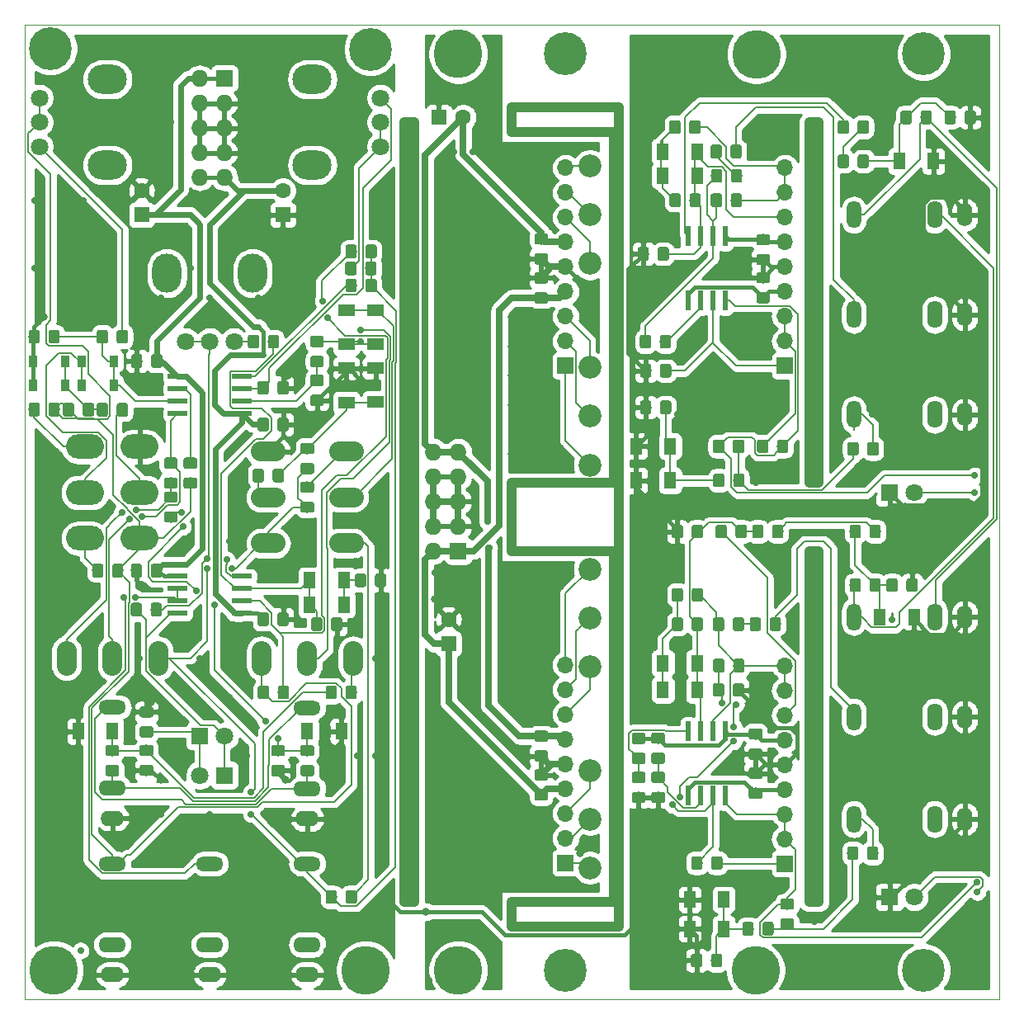
<source format=gbr>
%TF.GenerationSoftware,KiCad,Pcbnew,(5.1.0)-1*%
%TF.CreationDate,2019-09-16T00:10:31+02:00*%
%TF.ProjectId,KicadJE_EffectsUnit2,4b696361-644a-4455-9f45-666665637473,rev?*%
%TF.SameCoordinates,Original*%
%TF.FileFunction,Copper,L2,Bot*%
%TF.FilePolarity,Positive*%
%FSLAX46Y46*%
G04 Gerber Fmt 4.6, Leading zero omitted, Abs format (unit mm)*
G04 Created by KiCad (PCBNEW (5.1.0)-1) date 2019-09-16 00:10:31*
%MOMM*%
%LPD*%
G04 APERTURE LIST*
%ADD10C,1.000000*%
%ADD11C,0.050000*%
%ADD12O,3.900000X2.500000*%
%ADD13C,0.150000*%
%ADD14C,1.150000*%
%ADD15R,1.600000X1.600000*%
%ADD16C,1.600000*%
%ADD17R,0.900000X1.200000*%
%ADD18R,1.700000X1.300000*%
%ADD19R,1.300000X1.700000*%
%ADD20C,5.000000*%
%ADD21C,0.800000*%
%ADD22C,4.400000*%
%ADD23C,0.700000*%
%ADD24R,2.000000X0.550000*%
%ADD25O,2.800000X1.500000*%
%ADD26O,2.400000X1.600000*%
%ADD27O,2.800000X1.600000*%
%ADD28R,1.727200X1.727200*%
%ADD29O,1.727200X1.727200*%
%ADD30O,4.000000X3.000000*%
%ADD31C,1.800000*%
%ADD32O,3.000000X4.000000*%
%ADD33O,2.032000X3.556000*%
%ADD34O,3.556000X2.032000*%
%ADD35R,1.800000X1.800000*%
%ADD36C,2.340000*%
%ADD37O,1.700000X1.700000*%
%ADD38R,1.700000X1.700000*%
%ADD39R,0.550000X2.000000*%
%ADD40O,1.600000X2.800000*%
%ADD41O,1.600000X2.400000*%
%ADD42O,1.500000X2.800000*%
%ADD43C,0.400000*%
%ADD44C,0.600000*%
%ADD45C,0.700000*%
%ADD46C,0.254000*%
G04 APERTURE END LIST*
D10*
X130500000Y-60000000D02*
X130500000Y-97000000D01*
X131500000Y-104000000D02*
X131500000Y-140000000D01*
X130500000Y-104000000D02*
X131500000Y-104000000D01*
X130500000Y-97000000D02*
X131500000Y-97000000D01*
X110500000Y-104000000D02*
X110500000Y-140000000D01*
X100000000Y-104000000D02*
X110500000Y-104000000D01*
X100000000Y-97000000D02*
X100000000Y-104000000D01*
X110500000Y-97000000D02*
X100000000Y-97000000D01*
X100000000Y-61000000D02*
X100000000Y-58500000D01*
X100000000Y-61000000D02*
X110500000Y-61000000D01*
X111000000Y-58500000D02*
X100000000Y-58500000D01*
X100000000Y-142500000D02*
X100000000Y-140000000D01*
X100000000Y-142500000D02*
X111000000Y-142500000D01*
X110500000Y-140000000D02*
X100000000Y-140000000D01*
X130500000Y-104000000D02*
X130500000Y-140000000D01*
X130500000Y-140000000D02*
X131500000Y-140000000D01*
X130500000Y-60000000D02*
X131500000Y-60000000D01*
X131500000Y-60000000D02*
X131500000Y-97000000D01*
X89000000Y-60000000D02*
X90000000Y-60000000D01*
X89000000Y-140000000D02*
X90000000Y-140000000D01*
X110500000Y-61000000D02*
X110500000Y-97000000D01*
X111000000Y-58500000D02*
X111000000Y-142500000D01*
X90000000Y-60000000D02*
X90000000Y-140000000D01*
X89000000Y-60000000D02*
X89000000Y-140000000D01*
D11*
X50000000Y-150000000D02*
X50000000Y-50000000D01*
X150000000Y-150000000D02*
X50000000Y-150000000D01*
X150000000Y-50000000D02*
X150000000Y-150000000D01*
X50000000Y-50000000D02*
X150000000Y-50000000D01*
D12*
X56206000Y-98000000D03*
X56206000Y-93300000D03*
X56206000Y-102700000D03*
X61794000Y-93300000D03*
X61794000Y-102700000D03*
X61794000Y-98000000D03*
D13*
G36*
X65474505Y-99926204D02*
G01*
X65498773Y-99929804D01*
X65522572Y-99935765D01*
X65545671Y-99944030D01*
X65567850Y-99954520D01*
X65588893Y-99967132D01*
X65608599Y-99981747D01*
X65626777Y-99998223D01*
X65643253Y-100016401D01*
X65657868Y-100036107D01*
X65670480Y-100057150D01*
X65680970Y-100079329D01*
X65689235Y-100102428D01*
X65695196Y-100126227D01*
X65698796Y-100150495D01*
X65700000Y-100174999D01*
X65700000Y-100825001D01*
X65698796Y-100849505D01*
X65695196Y-100873773D01*
X65689235Y-100897572D01*
X65680970Y-100920671D01*
X65670480Y-100942850D01*
X65657868Y-100963893D01*
X65643253Y-100983599D01*
X65626777Y-101001777D01*
X65608599Y-101018253D01*
X65588893Y-101032868D01*
X65567850Y-101045480D01*
X65545671Y-101055970D01*
X65522572Y-101064235D01*
X65498773Y-101070196D01*
X65474505Y-101073796D01*
X65450001Y-101075000D01*
X64549999Y-101075000D01*
X64525495Y-101073796D01*
X64501227Y-101070196D01*
X64477428Y-101064235D01*
X64454329Y-101055970D01*
X64432150Y-101045480D01*
X64411107Y-101032868D01*
X64391401Y-101018253D01*
X64373223Y-101001777D01*
X64356747Y-100983599D01*
X64342132Y-100963893D01*
X64329520Y-100942850D01*
X64319030Y-100920671D01*
X64310765Y-100897572D01*
X64304804Y-100873773D01*
X64301204Y-100849505D01*
X64300000Y-100825001D01*
X64300000Y-100174999D01*
X64301204Y-100150495D01*
X64304804Y-100126227D01*
X64310765Y-100102428D01*
X64319030Y-100079329D01*
X64329520Y-100057150D01*
X64342132Y-100036107D01*
X64356747Y-100016401D01*
X64373223Y-99998223D01*
X64391401Y-99981747D01*
X64411107Y-99967132D01*
X64432150Y-99954520D01*
X64454329Y-99944030D01*
X64477428Y-99935765D01*
X64501227Y-99929804D01*
X64525495Y-99926204D01*
X64549999Y-99925000D01*
X65450001Y-99925000D01*
X65474505Y-99926204D01*
X65474505Y-99926204D01*
G37*
D14*
X65000000Y-100500000D03*
D13*
G36*
X65474505Y-97876204D02*
G01*
X65498773Y-97879804D01*
X65522572Y-97885765D01*
X65545671Y-97894030D01*
X65567850Y-97904520D01*
X65588893Y-97917132D01*
X65608599Y-97931747D01*
X65626777Y-97948223D01*
X65643253Y-97966401D01*
X65657868Y-97986107D01*
X65670480Y-98007150D01*
X65680970Y-98029329D01*
X65689235Y-98052428D01*
X65695196Y-98076227D01*
X65698796Y-98100495D01*
X65700000Y-98124999D01*
X65700000Y-98775001D01*
X65698796Y-98799505D01*
X65695196Y-98823773D01*
X65689235Y-98847572D01*
X65680970Y-98870671D01*
X65670480Y-98892850D01*
X65657868Y-98913893D01*
X65643253Y-98933599D01*
X65626777Y-98951777D01*
X65608599Y-98968253D01*
X65588893Y-98982868D01*
X65567850Y-98995480D01*
X65545671Y-99005970D01*
X65522572Y-99014235D01*
X65498773Y-99020196D01*
X65474505Y-99023796D01*
X65450001Y-99025000D01*
X64549999Y-99025000D01*
X64525495Y-99023796D01*
X64501227Y-99020196D01*
X64477428Y-99014235D01*
X64454329Y-99005970D01*
X64432150Y-98995480D01*
X64411107Y-98982868D01*
X64391401Y-98968253D01*
X64373223Y-98951777D01*
X64356747Y-98933599D01*
X64342132Y-98913893D01*
X64329520Y-98892850D01*
X64319030Y-98870671D01*
X64310765Y-98847572D01*
X64304804Y-98823773D01*
X64301204Y-98799505D01*
X64300000Y-98775001D01*
X64300000Y-98124999D01*
X64301204Y-98100495D01*
X64304804Y-98076227D01*
X64310765Y-98052428D01*
X64319030Y-98029329D01*
X64329520Y-98007150D01*
X64342132Y-97986107D01*
X64356747Y-97966401D01*
X64373223Y-97948223D01*
X64391401Y-97931747D01*
X64411107Y-97917132D01*
X64432150Y-97904520D01*
X64454329Y-97894030D01*
X64477428Y-97885765D01*
X64501227Y-97879804D01*
X64525495Y-97876204D01*
X64549999Y-97875000D01*
X65450001Y-97875000D01*
X65474505Y-97876204D01*
X65474505Y-97876204D01*
G37*
D14*
X65000000Y-98450000D03*
D13*
G36*
X83849505Y-117801204D02*
G01*
X83873773Y-117804804D01*
X83897572Y-117810765D01*
X83920671Y-117819030D01*
X83942850Y-117829520D01*
X83963893Y-117842132D01*
X83983599Y-117856747D01*
X84001777Y-117873223D01*
X84018253Y-117891401D01*
X84032868Y-117911107D01*
X84045480Y-117932150D01*
X84055970Y-117954329D01*
X84064235Y-117977428D01*
X84070196Y-118001227D01*
X84073796Y-118025495D01*
X84075000Y-118049999D01*
X84075000Y-118950001D01*
X84073796Y-118974505D01*
X84070196Y-118998773D01*
X84064235Y-119022572D01*
X84055970Y-119045671D01*
X84045480Y-119067850D01*
X84032868Y-119088893D01*
X84018253Y-119108599D01*
X84001777Y-119126777D01*
X83983599Y-119143253D01*
X83963893Y-119157868D01*
X83942850Y-119170480D01*
X83920671Y-119180970D01*
X83897572Y-119189235D01*
X83873773Y-119195196D01*
X83849505Y-119198796D01*
X83825001Y-119200000D01*
X83174999Y-119200000D01*
X83150495Y-119198796D01*
X83126227Y-119195196D01*
X83102428Y-119189235D01*
X83079329Y-119180970D01*
X83057150Y-119170480D01*
X83036107Y-119157868D01*
X83016401Y-119143253D01*
X82998223Y-119126777D01*
X82981747Y-119108599D01*
X82967132Y-119088893D01*
X82954520Y-119067850D01*
X82944030Y-119045671D01*
X82935765Y-119022572D01*
X82929804Y-118998773D01*
X82926204Y-118974505D01*
X82925000Y-118950001D01*
X82925000Y-118049999D01*
X82926204Y-118025495D01*
X82929804Y-118001227D01*
X82935765Y-117977428D01*
X82944030Y-117954329D01*
X82954520Y-117932150D01*
X82967132Y-117911107D01*
X82981747Y-117891401D01*
X82998223Y-117873223D01*
X83016401Y-117856747D01*
X83036107Y-117842132D01*
X83057150Y-117829520D01*
X83079329Y-117819030D01*
X83102428Y-117810765D01*
X83126227Y-117804804D01*
X83150495Y-117801204D01*
X83174999Y-117800000D01*
X83825001Y-117800000D01*
X83849505Y-117801204D01*
X83849505Y-117801204D01*
G37*
D14*
X83500000Y-118500000D03*
D13*
G36*
X81799505Y-117801204D02*
G01*
X81823773Y-117804804D01*
X81847572Y-117810765D01*
X81870671Y-117819030D01*
X81892850Y-117829520D01*
X81913893Y-117842132D01*
X81933599Y-117856747D01*
X81951777Y-117873223D01*
X81968253Y-117891401D01*
X81982868Y-117911107D01*
X81995480Y-117932150D01*
X82005970Y-117954329D01*
X82014235Y-117977428D01*
X82020196Y-118001227D01*
X82023796Y-118025495D01*
X82025000Y-118049999D01*
X82025000Y-118950001D01*
X82023796Y-118974505D01*
X82020196Y-118998773D01*
X82014235Y-119022572D01*
X82005970Y-119045671D01*
X81995480Y-119067850D01*
X81982868Y-119088893D01*
X81968253Y-119108599D01*
X81951777Y-119126777D01*
X81933599Y-119143253D01*
X81913893Y-119157868D01*
X81892850Y-119170480D01*
X81870671Y-119180970D01*
X81847572Y-119189235D01*
X81823773Y-119195196D01*
X81799505Y-119198796D01*
X81775001Y-119200000D01*
X81124999Y-119200000D01*
X81100495Y-119198796D01*
X81076227Y-119195196D01*
X81052428Y-119189235D01*
X81029329Y-119180970D01*
X81007150Y-119170480D01*
X80986107Y-119157868D01*
X80966401Y-119143253D01*
X80948223Y-119126777D01*
X80931747Y-119108599D01*
X80917132Y-119088893D01*
X80904520Y-119067850D01*
X80894030Y-119045671D01*
X80885765Y-119022572D01*
X80879804Y-118998773D01*
X80876204Y-118974505D01*
X80875000Y-118950001D01*
X80875000Y-118049999D01*
X80876204Y-118025495D01*
X80879804Y-118001227D01*
X80885765Y-117977428D01*
X80894030Y-117954329D01*
X80904520Y-117932150D01*
X80917132Y-117911107D01*
X80931747Y-117891401D01*
X80948223Y-117873223D01*
X80966401Y-117856747D01*
X80986107Y-117842132D01*
X81007150Y-117829520D01*
X81029329Y-117819030D01*
X81052428Y-117810765D01*
X81076227Y-117804804D01*
X81100495Y-117801204D01*
X81124999Y-117800000D01*
X81775001Y-117800000D01*
X81799505Y-117801204D01*
X81799505Y-117801204D01*
G37*
D14*
X81450000Y-118500000D03*
D15*
X62000000Y-69500000D03*
D16*
X62000000Y-67000000D03*
D13*
G36*
X63899505Y-83801204D02*
G01*
X63923773Y-83804804D01*
X63947572Y-83810765D01*
X63970671Y-83819030D01*
X63992850Y-83829520D01*
X64013893Y-83842132D01*
X64033599Y-83856747D01*
X64051777Y-83873223D01*
X64068253Y-83891401D01*
X64082868Y-83911107D01*
X64095480Y-83932150D01*
X64105970Y-83954329D01*
X64114235Y-83977428D01*
X64120196Y-84001227D01*
X64123796Y-84025495D01*
X64125000Y-84049999D01*
X64125000Y-84950001D01*
X64123796Y-84974505D01*
X64120196Y-84998773D01*
X64114235Y-85022572D01*
X64105970Y-85045671D01*
X64095480Y-85067850D01*
X64082868Y-85088893D01*
X64068253Y-85108599D01*
X64051777Y-85126777D01*
X64033599Y-85143253D01*
X64013893Y-85157868D01*
X63992850Y-85170480D01*
X63970671Y-85180970D01*
X63947572Y-85189235D01*
X63923773Y-85195196D01*
X63899505Y-85198796D01*
X63875001Y-85200000D01*
X63224999Y-85200000D01*
X63200495Y-85198796D01*
X63176227Y-85195196D01*
X63152428Y-85189235D01*
X63129329Y-85180970D01*
X63107150Y-85170480D01*
X63086107Y-85157868D01*
X63066401Y-85143253D01*
X63048223Y-85126777D01*
X63031747Y-85108599D01*
X63017132Y-85088893D01*
X63004520Y-85067850D01*
X62994030Y-85045671D01*
X62985765Y-85022572D01*
X62979804Y-84998773D01*
X62976204Y-84974505D01*
X62975000Y-84950001D01*
X62975000Y-84049999D01*
X62976204Y-84025495D01*
X62979804Y-84001227D01*
X62985765Y-83977428D01*
X62994030Y-83954329D01*
X63004520Y-83932150D01*
X63017132Y-83911107D01*
X63031747Y-83891401D01*
X63048223Y-83873223D01*
X63066401Y-83856747D01*
X63086107Y-83842132D01*
X63107150Y-83829520D01*
X63129329Y-83819030D01*
X63152428Y-83810765D01*
X63176227Y-83804804D01*
X63200495Y-83801204D01*
X63224999Y-83800000D01*
X63875001Y-83800000D01*
X63899505Y-83801204D01*
X63899505Y-83801204D01*
G37*
D14*
X63550000Y-84500000D03*
D13*
G36*
X61849505Y-83801204D02*
G01*
X61873773Y-83804804D01*
X61897572Y-83810765D01*
X61920671Y-83819030D01*
X61942850Y-83829520D01*
X61963893Y-83842132D01*
X61983599Y-83856747D01*
X62001777Y-83873223D01*
X62018253Y-83891401D01*
X62032868Y-83911107D01*
X62045480Y-83932150D01*
X62055970Y-83954329D01*
X62064235Y-83977428D01*
X62070196Y-84001227D01*
X62073796Y-84025495D01*
X62075000Y-84049999D01*
X62075000Y-84950001D01*
X62073796Y-84974505D01*
X62070196Y-84998773D01*
X62064235Y-85022572D01*
X62055970Y-85045671D01*
X62045480Y-85067850D01*
X62032868Y-85088893D01*
X62018253Y-85108599D01*
X62001777Y-85126777D01*
X61983599Y-85143253D01*
X61963893Y-85157868D01*
X61942850Y-85170480D01*
X61920671Y-85180970D01*
X61897572Y-85189235D01*
X61873773Y-85195196D01*
X61849505Y-85198796D01*
X61825001Y-85200000D01*
X61174999Y-85200000D01*
X61150495Y-85198796D01*
X61126227Y-85195196D01*
X61102428Y-85189235D01*
X61079329Y-85180970D01*
X61057150Y-85170480D01*
X61036107Y-85157868D01*
X61016401Y-85143253D01*
X60998223Y-85126777D01*
X60981747Y-85108599D01*
X60967132Y-85088893D01*
X60954520Y-85067850D01*
X60944030Y-85045671D01*
X60935765Y-85022572D01*
X60929804Y-84998773D01*
X60926204Y-84974505D01*
X60925000Y-84950001D01*
X60925000Y-84049999D01*
X60926204Y-84025495D01*
X60929804Y-84001227D01*
X60935765Y-83977428D01*
X60944030Y-83954329D01*
X60954520Y-83932150D01*
X60967132Y-83911107D01*
X60981747Y-83891401D01*
X60998223Y-83873223D01*
X61016401Y-83856747D01*
X61036107Y-83842132D01*
X61057150Y-83829520D01*
X61079329Y-83819030D01*
X61102428Y-83810765D01*
X61126227Y-83804804D01*
X61150495Y-83801204D01*
X61174999Y-83800000D01*
X61825001Y-83800000D01*
X61849505Y-83801204D01*
X61849505Y-83801204D01*
G37*
D14*
X61500000Y-84500000D03*
D13*
G36*
X61824505Y-105301204D02*
G01*
X61848773Y-105304804D01*
X61872572Y-105310765D01*
X61895671Y-105319030D01*
X61917850Y-105329520D01*
X61938893Y-105342132D01*
X61958599Y-105356747D01*
X61976777Y-105373223D01*
X61993253Y-105391401D01*
X62007868Y-105411107D01*
X62020480Y-105432150D01*
X62030970Y-105454329D01*
X62039235Y-105477428D01*
X62045196Y-105501227D01*
X62048796Y-105525495D01*
X62050000Y-105549999D01*
X62050000Y-106450001D01*
X62048796Y-106474505D01*
X62045196Y-106498773D01*
X62039235Y-106522572D01*
X62030970Y-106545671D01*
X62020480Y-106567850D01*
X62007868Y-106588893D01*
X61993253Y-106608599D01*
X61976777Y-106626777D01*
X61958599Y-106643253D01*
X61938893Y-106657868D01*
X61917850Y-106670480D01*
X61895671Y-106680970D01*
X61872572Y-106689235D01*
X61848773Y-106695196D01*
X61824505Y-106698796D01*
X61800001Y-106700000D01*
X61149999Y-106700000D01*
X61125495Y-106698796D01*
X61101227Y-106695196D01*
X61077428Y-106689235D01*
X61054329Y-106680970D01*
X61032150Y-106670480D01*
X61011107Y-106657868D01*
X60991401Y-106643253D01*
X60973223Y-106626777D01*
X60956747Y-106608599D01*
X60942132Y-106588893D01*
X60929520Y-106567850D01*
X60919030Y-106545671D01*
X60910765Y-106522572D01*
X60904804Y-106498773D01*
X60901204Y-106474505D01*
X60900000Y-106450001D01*
X60900000Y-105549999D01*
X60901204Y-105525495D01*
X60904804Y-105501227D01*
X60910765Y-105477428D01*
X60919030Y-105454329D01*
X60929520Y-105432150D01*
X60942132Y-105411107D01*
X60956747Y-105391401D01*
X60973223Y-105373223D01*
X60991401Y-105356747D01*
X61011107Y-105342132D01*
X61032150Y-105329520D01*
X61054329Y-105319030D01*
X61077428Y-105310765D01*
X61101227Y-105304804D01*
X61125495Y-105301204D01*
X61149999Y-105300000D01*
X61800001Y-105300000D01*
X61824505Y-105301204D01*
X61824505Y-105301204D01*
G37*
D14*
X61475000Y-106000000D03*
D13*
G36*
X63874505Y-105301204D02*
G01*
X63898773Y-105304804D01*
X63922572Y-105310765D01*
X63945671Y-105319030D01*
X63967850Y-105329520D01*
X63988893Y-105342132D01*
X64008599Y-105356747D01*
X64026777Y-105373223D01*
X64043253Y-105391401D01*
X64057868Y-105411107D01*
X64070480Y-105432150D01*
X64080970Y-105454329D01*
X64089235Y-105477428D01*
X64095196Y-105501227D01*
X64098796Y-105525495D01*
X64100000Y-105549999D01*
X64100000Y-106450001D01*
X64098796Y-106474505D01*
X64095196Y-106498773D01*
X64089235Y-106522572D01*
X64080970Y-106545671D01*
X64070480Y-106567850D01*
X64057868Y-106588893D01*
X64043253Y-106608599D01*
X64026777Y-106626777D01*
X64008599Y-106643253D01*
X63988893Y-106657868D01*
X63967850Y-106670480D01*
X63945671Y-106680970D01*
X63922572Y-106689235D01*
X63898773Y-106695196D01*
X63874505Y-106698796D01*
X63850001Y-106700000D01*
X63199999Y-106700000D01*
X63175495Y-106698796D01*
X63151227Y-106695196D01*
X63127428Y-106689235D01*
X63104329Y-106680970D01*
X63082150Y-106670480D01*
X63061107Y-106657868D01*
X63041401Y-106643253D01*
X63023223Y-106626777D01*
X63006747Y-106608599D01*
X62992132Y-106588893D01*
X62979520Y-106567850D01*
X62969030Y-106545671D01*
X62960765Y-106522572D01*
X62954804Y-106498773D01*
X62951204Y-106474505D01*
X62950000Y-106450001D01*
X62950000Y-105549999D01*
X62951204Y-105525495D01*
X62954804Y-105501227D01*
X62960765Y-105477428D01*
X62969030Y-105454329D01*
X62979520Y-105432150D01*
X62992132Y-105411107D01*
X63006747Y-105391401D01*
X63023223Y-105373223D01*
X63041401Y-105356747D01*
X63061107Y-105342132D01*
X63082150Y-105329520D01*
X63104329Y-105319030D01*
X63127428Y-105310765D01*
X63151227Y-105304804D01*
X63175495Y-105301204D01*
X63199999Y-105300000D01*
X63850001Y-105300000D01*
X63874505Y-105301204D01*
X63874505Y-105301204D01*
G37*
D14*
X63525000Y-106000000D03*
D16*
X76500000Y-67000000D03*
D15*
X76500000Y-69500000D03*
D13*
G36*
X74824505Y-90301204D02*
G01*
X74848773Y-90304804D01*
X74872572Y-90310765D01*
X74895671Y-90319030D01*
X74917850Y-90329520D01*
X74938893Y-90342132D01*
X74958599Y-90356747D01*
X74976777Y-90373223D01*
X74993253Y-90391401D01*
X75007868Y-90411107D01*
X75020480Y-90432150D01*
X75030970Y-90454329D01*
X75039235Y-90477428D01*
X75045196Y-90501227D01*
X75048796Y-90525495D01*
X75050000Y-90549999D01*
X75050000Y-91450001D01*
X75048796Y-91474505D01*
X75045196Y-91498773D01*
X75039235Y-91522572D01*
X75030970Y-91545671D01*
X75020480Y-91567850D01*
X75007868Y-91588893D01*
X74993253Y-91608599D01*
X74976777Y-91626777D01*
X74958599Y-91643253D01*
X74938893Y-91657868D01*
X74917850Y-91670480D01*
X74895671Y-91680970D01*
X74872572Y-91689235D01*
X74848773Y-91695196D01*
X74824505Y-91698796D01*
X74800001Y-91700000D01*
X74149999Y-91700000D01*
X74125495Y-91698796D01*
X74101227Y-91695196D01*
X74077428Y-91689235D01*
X74054329Y-91680970D01*
X74032150Y-91670480D01*
X74011107Y-91657868D01*
X73991401Y-91643253D01*
X73973223Y-91626777D01*
X73956747Y-91608599D01*
X73942132Y-91588893D01*
X73929520Y-91567850D01*
X73919030Y-91545671D01*
X73910765Y-91522572D01*
X73904804Y-91498773D01*
X73901204Y-91474505D01*
X73900000Y-91450001D01*
X73900000Y-90549999D01*
X73901204Y-90525495D01*
X73904804Y-90501227D01*
X73910765Y-90477428D01*
X73919030Y-90454329D01*
X73929520Y-90432150D01*
X73942132Y-90411107D01*
X73956747Y-90391401D01*
X73973223Y-90373223D01*
X73991401Y-90356747D01*
X74011107Y-90342132D01*
X74032150Y-90329520D01*
X74054329Y-90319030D01*
X74077428Y-90310765D01*
X74101227Y-90304804D01*
X74125495Y-90301204D01*
X74149999Y-90300000D01*
X74800001Y-90300000D01*
X74824505Y-90301204D01*
X74824505Y-90301204D01*
G37*
D14*
X74475000Y-91000000D03*
D13*
G36*
X76874505Y-90301204D02*
G01*
X76898773Y-90304804D01*
X76922572Y-90310765D01*
X76945671Y-90319030D01*
X76967850Y-90329520D01*
X76988893Y-90342132D01*
X77008599Y-90356747D01*
X77026777Y-90373223D01*
X77043253Y-90391401D01*
X77057868Y-90411107D01*
X77070480Y-90432150D01*
X77080970Y-90454329D01*
X77089235Y-90477428D01*
X77095196Y-90501227D01*
X77098796Y-90525495D01*
X77100000Y-90549999D01*
X77100000Y-91450001D01*
X77098796Y-91474505D01*
X77095196Y-91498773D01*
X77089235Y-91522572D01*
X77080970Y-91545671D01*
X77070480Y-91567850D01*
X77057868Y-91588893D01*
X77043253Y-91608599D01*
X77026777Y-91626777D01*
X77008599Y-91643253D01*
X76988893Y-91657868D01*
X76967850Y-91670480D01*
X76945671Y-91680970D01*
X76922572Y-91689235D01*
X76898773Y-91695196D01*
X76874505Y-91698796D01*
X76850001Y-91700000D01*
X76199999Y-91700000D01*
X76175495Y-91698796D01*
X76151227Y-91695196D01*
X76127428Y-91689235D01*
X76104329Y-91680970D01*
X76082150Y-91670480D01*
X76061107Y-91657868D01*
X76041401Y-91643253D01*
X76023223Y-91626777D01*
X76006747Y-91608599D01*
X75992132Y-91588893D01*
X75979520Y-91567850D01*
X75969030Y-91545671D01*
X75960765Y-91522572D01*
X75954804Y-91498773D01*
X75951204Y-91474505D01*
X75950000Y-91450001D01*
X75950000Y-90549999D01*
X75951204Y-90525495D01*
X75954804Y-90501227D01*
X75960765Y-90477428D01*
X75969030Y-90454329D01*
X75979520Y-90432150D01*
X75992132Y-90411107D01*
X76006747Y-90391401D01*
X76023223Y-90373223D01*
X76041401Y-90356747D01*
X76061107Y-90342132D01*
X76082150Y-90329520D01*
X76104329Y-90319030D01*
X76127428Y-90310765D01*
X76151227Y-90304804D01*
X76175495Y-90301204D01*
X76199999Y-90300000D01*
X76850001Y-90300000D01*
X76874505Y-90301204D01*
X76874505Y-90301204D01*
G37*
D14*
X76525000Y-91000000D03*
D13*
G36*
X76874505Y-110301204D02*
G01*
X76898773Y-110304804D01*
X76922572Y-110310765D01*
X76945671Y-110319030D01*
X76967850Y-110329520D01*
X76988893Y-110342132D01*
X77008599Y-110356747D01*
X77026777Y-110373223D01*
X77043253Y-110391401D01*
X77057868Y-110411107D01*
X77070480Y-110432150D01*
X77080970Y-110454329D01*
X77089235Y-110477428D01*
X77095196Y-110501227D01*
X77098796Y-110525495D01*
X77100000Y-110549999D01*
X77100000Y-111450001D01*
X77098796Y-111474505D01*
X77095196Y-111498773D01*
X77089235Y-111522572D01*
X77080970Y-111545671D01*
X77070480Y-111567850D01*
X77057868Y-111588893D01*
X77043253Y-111608599D01*
X77026777Y-111626777D01*
X77008599Y-111643253D01*
X76988893Y-111657868D01*
X76967850Y-111670480D01*
X76945671Y-111680970D01*
X76922572Y-111689235D01*
X76898773Y-111695196D01*
X76874505Y-111698796D01*
X76850001Y-111700000D01*
X76199999Y-111700000D01*
X76175495Y-111698796D01*
X76151227Y-111695196D01*
X76127428Y-111689235D01*
X76104329Y-111680970D01*
X76082150Y-111670480D01*
X76061107Y-111657868D01*
X76041401Y-111643253D01*
X76023223Y-111626777D01*
X76006747Y-111608599D01*
X75992132Y-111588893D01*
X75979520Y-111567850D01*
X75969030Y-111545671D01*
X75960765Y-111522572D01*
X75954804Y-111498773D01*
X75951204Y-111474505D01*
X75950000Y-111450001D01*
X75950000Y-110549999D01*
X75951204Y-110525495D01*
X75954804Y-110501227D01*
X75960765Y-110477428D01*
X75969030Y-110454329D01*
X75979520Y-110432150D01*
X75992132Y-110411107D01*
X76006747Y-110391401D01*
X76023223Y-110373223D01*
X76041401Y-110356747D01*
X76061107Y-110342132D01*
X76082150Y-110329520D01*
X76104329Y-110319030D01*
X76127428Y-110310765D01*
X76151227Y-110304804D01*
X76175495Y-110301204D01*
X76199999Y-110300000D01*
X76850001Y-110300000D01*
X76874505Y-110301204D01*
X76874505Y-110301204D01*
G37*
D14*
X76525000Y-111000000D03*
D13*
G36*
X74824505Y-110301204D02*
G01*
X74848773Y-110304804D01*
X74872572Y-110310765D01*
X74895671Y-110319030D01*
X74917850Y-110329520D01*
X74938893Y-110342132D01*
X74958599Y-110356747D01*
X74976777Y-110373223D01*
X74993253Y-110391401D01*
X75007868Y-110411107D01*
X75020480Y-110432150D01*
X75030970Y-110454329D01*
X75039235Y-110477428D01*
X75045196Y-110501227D01*
X75048796Y-110525495D01*
X75050000Y-110549999D01*
X75050000Y-111450001D01*
X75048796Y-111474505D01*
X75045196Y-111498773D01*
X75039235Y-111522572D01*
X75030970Y-111545671D01*
X75020480Y-111567850D01*
X75007868Y-111588893D01*
X74993253Y-111608599D01*
X74976777Y-111626777D01*
X74958599Y-111643253D01*
X74938893Y-111657868D01*
X74917850Y-111670480D01*
X74895671Y-111680970D01*
X74872572Y-111689235D01*
X74848773Y-111695196D01*
X74824505Y-111698796D01*
X74800001Y-111700000D01*
X74149999Y-111700000D01*
X74125495Y-111698796D01*
X74101227Y-111695196D01*
X74077428Y-111689235D01*
X74054329Y-111680970D01*
X74032150Y-111670480D01*
X74011107Y-111657868D01*
X73991401Y-111643253D01*
X73973223Y-111626777D01*
X73956747Y-111608599D01*
X73942132Y-111588893D01*
X73929520Y-111567850D01*
X73919030Y-111545671D01*
X73910765Y-111522572D01*
X73904804Y-111498773D01*
X73901204Y-111474505D01*
X73900000Y-111450001D01*
X73900000Y-110549999D01*
X73901204Y-110525495D01*
X73904804Y-110501227D01*
X73910765Y-110477428D01*
X73919030Y-110454329D01*
X73929520Y-110432150D01*
X73942132Y-110411107D01*
X73956747Y-110391401D01*
X73973223Y-110373223D01*
X73991401Y-110356747D01*
X74011107Y-110342132D01*
X74032150Y-110329520D01*
X74054329Y-110319030D01*
X74077428Y-110310765D01*
X74101227Y-110304804D01*
X74125495Y-110301204D01*
X74149999Y-110300000D01*
X74800001Y-110300000D01*
X74824505Y-110301204D01*
X74824505Y-110301204D01*
G37*
D14*
X74475000Y-111000000D03*
D13*
G36*
X81824505Y-138801204D02*
G01*
X81848773Y-138804804D01*
X81872572Y-138810765D01*
X81895671Y-138819030D01*
X81917850Y-138829520D01*
X81938893Y-138842132D01*
X81958599Y-138856747D01*
X81976777Y-138873223D01*
X81993253Y-138891401D01*
X82007868Y-138911107D01*
X82020480Y-138932150D01*
X82030970Y-138954329D01*
X82039235Y-138977428D01*
X82045196Y-139001227D01*
X82048796Y-139025495D01*
X82050000Y-139049999D01*
X82050000Y-139950001D01*
X82048796Y-139974505D01*
X82045196Y-139998773D01*
X82039235Y-140022572D01*
X82030970Y-140045671D01*
X82020480Y-140067850D01*
X82007868Y-140088893D01*
X81993253Y-140108599D01*
X81976777Y-140126777D01*
X81958599Y-140143253D01*
X81938893Y-140157868D01*
X81917850Y-140170480D01*
X81895671Y-140180970D01*
X81872572Y-140189235D01*
X81848773Y-140195196D01*
X81824505Y-140198796D01*
X81800001Y-140200000D01*
X81149999Y-140200000D01*
X81125495Y-140198796D01*
X81101227Y-140195196D01*
X81077428Y-140189235D01*
X81054329Y-140180970D01*
X81032150Y-140170480D01*
X81011107Y-140157868D01*
X80991401Y-140143253D01*
X80973223Y-140126777D01*
X80956747Y-140108599D01*
X80942132Y-140088893D01*
X80929520Y-140067850D01*
X80919030Y-140045671D01*
X80910765Y-140022572D01*
X80904804Y-139998773D01*
X80901204Y-139974505D01*
X80900000Y-139950001D01*
X80900000Y-139049999D01*
X80901204Y-139025495D01*
X80904804Y-139001227D01*
X80910765Y-138977428D01*
X80919030Y-138954329D01*
X80929520Y-138932150D01*
X80942132Y-138911107D01*
X80956747Y-138891401D01*
X80973223Y-138873223D01*
X80991401Y-138856747D01*
X81011107Y-138842132D01*
X81032150Y-138829520D01*
X81054329Y-138819030D01*
X81077428Y-138810765D01*
X81101227Y-138804804D01*
X81125495Y-138801204D01*
X81149999Y-138800000D01*
X81800001Y-138800000D01*
X81824505Y-138801204D01*
X81824505Y-138801204D01*
G37*
D14*
X81475000Y-139500000D03*
D13*
G36*
X83874505Y-138801204D02*
G01*
X83898773Y-138804804D01*
X83922572Y-138810765D01*
X83945671Y-138819030D01*
X83967850Y-138829520D01*
X83988893Y-138842132D01*
X84008599Y-138856747D01*
X84026777Y-138873223D01*
X84043253Y-138891401D01*
X84057868Y-138911107D01*
X84070480Y-138932150D01*
X84080970Y-138954329D01*
X84089235Y-138977428D01*
X84095196Y-139001227D01*
X84098796Y-139025495D01*
X84100000Y-139049999D01*
X84100000Y-139950001D01*
X84098796Y-139974505D01*
X84095196Y-139998773D01*
X84089235Y-140022572D01*
X84080970Y-140045671D01*
X84070480Y-140067850D01*
X84057868Y-140088893D01*
X84043253Y-140108599D01*
X84026777Y-140126777D01*
X84008599Y-140143253D01*
X83988893Y-140157868D01*
X83967850Y-140170480D01*
X83945671Y-140180970D01*
X83922572Y-140189235D01*
X83898773Y-140195196D01*
X83874505Y-140198796D01*
X83850001Y-140200000D01*
X83199999Y-140200000D01*
X83175495Y-140198796D01*
X83151227Y-140195196D01*
X83127428Y-140189235D01*
X83104329Y-140180970D01*
X83082150Y-140170480D01*
X83061107Y-140157868D01*
X83041401Y-140143253D01*
X83023223Y-140126777D01*
X83006747Y-140108599D01*
X82992132Y-140088893D01*
X82979520Y-140067850D01*
X82969030Y-140045671D01*
X82960765Y-140022572D01*
X82954804Y-139998773D01*
X82951204Y-139974505D01*
X82950000Y-139950001D01*
X82950000Y-139049999D01*
X82951204Y-139025495D01*
X82954804Y-139001227D01*
X82960765Y-138977428D01*
X82969030Y-138954329D01*
X82979520Y-138932150D01*
X82992132Y-138911107D01*
X83006747Y-138891401D01*
X83023223Y-138873223D01*
X83041401Y-138856747D01*
X83061107Y-138842132D01*
X83082150Y-138829520D01*
X83104329Y-138819030D01*
X83127428Y-138810765D01*
X83151227Y-138804804D01*
X83175495Y-138801204D01*
X83199999Y-138800000D01*
X83850001Y-138800000D01*
X83874505Y-138801204D01*
X83874505Y-138801204D01*
G37*
D14*
X83525000Y-139500000D03*
D13*
G36*
X80474505Y-87951204D02*
G01*
X80498773Y-87954804D01*
X80522572Y-87960765D01*
X80545671Y-87969030D01*
X80567850Y-87979520D01*
X80588893Y-87992132D01*
X80608599Y-88006747D01*
X80626777Y-88023223D01*
X80643253Y-88041401D01*
X80657868Y-88061107D01*
X80670480Y-88082150D01*
X80680970Y-88104329D01*
X80689235Y-88127428D01*
X80695196Y-88151227D01*
X80698796Y-88175495D01*
X80700000Y-88199999D01*
X80700000Y-88850001D01*
X80698796Y-88874505D01*
X80695196Y-88898773D01*
X80689235Y-88922572D01*
X80680970Y-88945671D01*
X80670480Y-88967850D01*
X80657868Y-88988893D01*
X80643253Y-89008599D01*
X80626777Y-89026777D01*
X80608599Y-89043253D01*
X80588893Y-89057868D01*
X80567850Y-89070480D01*
X80545671Y-89080970D01*
X80522572Y-89089235D01*
X80498773Y-89095196D01*
X80474505Y-89098796D01*
X80450001Y-89100000D01*
X79549999Y-89100000D01*
X79525495Y-89098796D01*
X79501227Y-89095196D01*
X79477428Y-89089235D01*
X79454329Y-89080970D01*
X79432150Y-89070480D01*
X79411107Y-89057868D01*
X79391401Y-89043253D01*
X79373223Y-89026777D01*
X79356747Y-89008599D01*
X79342132Y-88988893D01*
X79329520Y-88967850D01*
X79319030Y-88945671D01*
X79310765Y-88922572D01*
X79304804Y-88898773D01*
X79301204Y-88874505D01*
X79300000Y-88850001D01*
X79300000Y-88199999D01*
X79301204Y-88175495D01*
X79304804Y-88151227D01*
X79310765Y-88127428D01*
X79319030Y-88104329D01*
X79329520Y-88082150D01*
X79342132Y-88061107D01*
X79356747Y-88041401D01*
X79373223Y-88023223D01*
X79391401Y-88006747D01*
X79411107Y-87992132D01*
X79432150Y-87979520D01*
X79454329Y-87969030D01*
X79477428Y-87960765D01*
X79501227Y-87954804D01*
X79525495Y-87951204D01*
X79549999Y-87950000D01*
X80450001Y-87950000D01*
X80474505Y-87951204D01*
X80474505Y-87951204D01*
G37*
D14*
X80000000Y-88525000D03*
D13*
G36*
X80474505Y-85901204D02*
G01*
X80498773Y-85904804D01*
X80522572Y-85910765D01*
X80545671Y-85919030D01*
X80567850Y-85929520D01*
X80588893Y-85942132D01*
X80608599Y-85956747D01*
X80626777Y-85973223D01*
X80643253Y-85991401D01*
X80657868Y-86011107D01*
X80670480Y-86032150D01*
X80680970Y-86054329D01*
X80689235Y-86077428D01*
X80695196Y-86101227D01*
X80698796Y-86125495D01*
X80700000Y-86149999D01*
X80700000Y-86800001D01*
X80698796Y-86824505D01*
X80695196Y-86848773D01*
X80689235Y-86872572D01*
X80680970Y-86895671D01*
X80670480Y-86917850D01*
X80657868Y-86938893D01*
X80643253Y-86958599D01*
X80626777Y-86976777D01*
X80608599Y-86993253D01*
X80588893Y-87007868D01*
X80567850Y-87020480D01*
X80545671Y-87030970D01*
X80522572Y-87039235D01*
X80498773Y-87045196D01*
X80474505Y-87048796D01*
X80450001Y-87050000D01*
X79549999Y-87050000D01*
X79525495Y-87048796D01*
X79501227Y-87045196D01*
X79477428Y-87039235D01*
X79454329Y-87030970D01*
X79432150Y-87020480D01*
X79411107Y-87007868D01*
X79391401Y-86993253D01*
X79373223Y-86976777D01*
X79356747Y-86958599D01*
X79342132Y-86938893D01*
X79329520Y-86917850D01*
X79319030Y-86895671D01*
X79310765Y-86872572D01*
X79304804Y-86848773D01*
X79301204Y-86824505D01*
X79300000Y-86800001D01*
X79300000Y-86149999D01*
X79301204Y-86125495D01*
X79304804Y-86101227D01*
X79310765Y-86077428D01*
X79319030Y-86054329D01*
X79329520Y-86032150D01*
X79342132Y-86011107D01*
X79356747Y-85991401D01*
X79373223Y-85973223D01*
X79391401Y-85956747D01*
X79411107Y-85942132D01*
X79432150Y-85929520D01*
X79454329Y-85919030D01*
X79477428Y-85910765D01*
X79501227Y-85904804D01*
X79525495Y-85901204D01*
X79549999Y-85900000D01*
X80450001Y-85900000D01*
X80474505Y-85901204D01*
X80474505Y-85901204D01*
G37*
D14*
X80000000Y-86475000D03*
D17*
X59150000Y-84500000D03*
X55850000Y-84500000D03*
X59150000Y-87000000D03*
X55850000Y-87000000D03*
D18*
X83000000Y-82750000D03*
X83000000Y-79250000D03*
X86000000Y-82750000D03*
X86000000Y-79250000D03*
X86000000Y-85224999D03*
X86000000Y-88724999D03*
X83000000Y-85250000D03*
X83000000Y-88750000D03*
D19*
X82750000Y-107000000D03*
X79250000Y-107000000D03*
X82750000Y-109500000D03*
X79250000Y-109500000D03*
D20*
X53000000Y-147000000D03*
D21*
X54875000Y-147000000D03*
X54325825Y-145674175D03*
X53000000Y-145125000D03*
X51674175Y-145674175D03*
X51125000Y-147000000D03*
X51674175Y-148325825D03*
X53000000Y-148875000D03*
X54325825Y-148325825D03*
X86325825Y-148325825D03*
X85000000Y-148875000D03*
X83674175Y-148325825D03*
X83125000Y-147000000D03*
X83674175Y-145674175D03*
X85000000Y-145125000D03*
X86325825Y-145674175D03*
X86875000Y-147000000D03*
D20*
X85000000Y-147000000D03*
D22*
X52655001Y-52424999D03*
D23*
X54305001Y-52424999D03*
X53821727Y-51258273D03*
X52655001Y-50774999D03*
X51488275Y-51258273D03*
X51005001Y-52424999D03*
X51488275Y-53591725D03*
X52655001Y-54074999D03*
X53821727Y-53591725D03*
D13*
G36*
X79474505Y-123901204D02*
G01*
X79498773Y-123904804D01*
X79522572Y-123910765D01*
X79545671Y-123919030D01*
X79567850Y-123929520D01*
X79588893Y-123942132D01*
X79608599Y-123956747D01*
X79626777Y-123973223D01*
X79643253Y-123991401D01*
X79657868Y-124011107D01*
X79670480Y-124032150D01*
X79680970Y-124054329D01*
X79689235Y-124077428D01*
X79695196Y-124101227D01*
X79698796Y-124125495D01*
X79700000Y-124149999D01*
X79700000Y-124800001D01*
X79698796Y-124824505D01*
X79695196Y-124848773D01*
X79689235Y-124872572D01*
X79680970Y-124895671D01*
X79670480Y-124917850D01*
X79657868Y-124938893D01*
X79643253Y-124958599D01*
X79626777Y-124976777D01*
X79608599Y-124993253D01*
X79588893Y-125007868D01*
X79567850Y-125020480D01*
X79545671Y-125030970D01*
X79522572Y-125039235D01*
X79498773Y-125045196D01*
X79474505Y-125048796D01*
X79450001Y-125050000D01*
X78549999Y-125050000D01*
X78525495Y-125048796D01*
X78501227Y-125045196D01*
X78477428Y-125039235D01*
X78454329Y-125030970D01*
X78432150Y-125020480D01*
X78411107Y-125007868D01*
X78391401Y-124993253D01*
X78373223Y-124976777D01*
X78356747Y-124958599D01*
X78342132Y-124938893D01*
X78329520Y-124917850D01*
X78319030Y-124895671D01*
X78310765Y-124872572D01*
X78304804Y-124848773D01*
X78301204Y-124824505D01*
X78300000Y-124800001D01*
X78300000Y-124149999D01*
X78301204Y-124125495D01*
X78304804Y-124101227D01*
X78310765Y-124077428D01*
X78319030Y-124054329D01*
X78329520Y-124032150D01*
X78342132Y-124011107D01*
X78356747Y-123991401D01*
X78373223Y-123973223D01*
X78391401Y-123956747D01*
X78411107Y-123942132D01*
X78432150Y-123929520D01*
X78454329Y-123919030D01*
X78477428Y-123910765D01*
X78501227Y-123904804D01*
X78525495Y-123901204D01*
X78549999Y-123900000D01*
X79450001Y-123900000D01*
X79474505Y-123901204D01*
X79474505Y-123901204D01*
G37*
D14*
X79000000Y-124475000D03*
D13*
G36*
X79474505Y-125951204D02*
G01*
X79498773Y-125954804D01*
X79522572Y-125960765D01*
X79545671Y-125969030D01*
X79567850Y-125979520D01*
X79588893Y-125992132D01*
X79608599Y-126006747D01*
X79626777Y-126023223D01*
X79643253Y-126041401D01*
X79657868Y-126061107D01*
X79670480Y-126082150D01*
X79680970Y-126104329D01*
X79689235Y-126127428D01*
X79695196Y-126151227D01*
X79698796Y-126175495D01*
X79700000Y-126199999D01*
X79700000Y-126850001D01*
X79698796Y-126874505D01*
X79695196Y-126898773D01*
X79689235Y-126922572D01*
X79680970Y-126945671D01*
X79670480Y-126967850D01*
X79657868Y-126988893D01*
X79643253Y-127008599D01*
X79626777Y-127026777D01*
X79608599Y-127043253D01*
X79588893Y-127057868D01*
X79567850Y-127070480D01*
X79545671Y-127080970D01*
X79522572Y-127089235D01*
X79498773Y-127095196D01*
X79474505Y-127098796D01*
X79450001Y-127100000D01*
X78549999Y-127100000D01*
X78525495Y-127098796D01*
X78501227Y-127095196D01*
X78477428Y-127089235D01*
X78454329Y-127080970D01*
X78432150Y-127070480D01*
X78411107Y-127057868D01*
X78391401Y-127043253D01*
X78373223Y-127026777D01*
X78356747Y-127008599D01*
X78342132Y-126988893D01*
X78329520Y-126967850D01*
X78319030Y-126945671D01*
X78310765Y-126922572D01*
X78304804Y-126898773D01*
X78301204Y-126874505D01*
X78300000Y-126850001D01*
X78300000Y-126199999D01*
X78301204Y-126175495D01*
X78304804Y-126151227D01*
X78310765Y-126127428D01*
X78319030Y-126104329D01*
X78329520Y-126082150D01*
X78342132Y-126061107D01*
X78356747Y-126041401D01*
X78373223Y-126023223D01*
X78391401Y-126006747D01*
X78411107Y-125992132D01*
X78432150Y-125979520D01*
X78454329Y-125969030D01*
X78477428Y-125960765D01*
X78501227Y-125954804D01*
X78525495Y-125951204D01*
X78549999Y-125950000D01*
X79450001Y-125950000D01*
X79474505Y-125951204D01*
X79474505Y-125951204D01*
G37*
D14*
X79000000Y-126525000D03*
D13*
G36*
X76474505Y-123901204D02*
G01*
X76498773Y-123904804D01*
X76522572Y-123910765D01*
X76545671Y-123919030D01*
X76567850Y-123929520D01*
X76588893Y-123942132D01*
X76608599Y-123956747D01*
X76626777Y-123973223D01*
X76643253Y-123991401D01*
X76657868Y-124011107D01*
X76670480Y-124032150D01*
X76680970Y-124054329D01*
X76689235Y-124077428D01*
X76695196Y-124101227D01*
X76698796Y-124125495D01*
X76700000Y-124149999D01*
X76700000Y-124800001D01*
X76698796Y-124824505D01*
X76695196Y-124848773D01*
X76689235Y-124872572D01*
X76680970Y-124895671D01*
X76670480Y-124917850D01*
X76657868Y-124938893D01*
X76643253Y-124958599D01*
X76626777Y-124976777D01*
X76608599Y-124993253D01*
X76588893Y-125007868D01*
X76567850Y-125020480D01*
X76545671Y-125030970D01*
X76522572Y-125039235D01*
X76498773Y-125045196D01*
X76474505Y-125048796D01*
X76450001Y-125050000D01*
X75549999Y-125050000D01*
X75525495Y-125048796D01*
X75501227Y-125045196D01*
X75477428Y-125039235D01*
X75454329Y-125030970D01*
X75432150Y-125020480D01*
X75411107Y-125007868D01*
X75391401Y-124993253D01*
X75373223Y-124976777D01*
X75356747Y-124958599D01*
X75342132Y-124938893D01*
X75329520Y-124917850D01*
X75319030Y-124895671D01*
X75310765Y-124872572D01*
X75304804Y-124848773D01*
X75301204Y-124824505D01*
X75300000Y-124800001D01*
X75300000Y-124149999D01*
X75301204Y-124125495D01*
X75304804Y-124101227D01*
X75310765Y-124077428D01*
X75319030Y-124054329D01*
X75329520Y-124032150D01*
X75342132Y-124011107D01*
X75356747Y-123991401D01*
X75373223Y-123973223D01*
X75391401Y-123956747D01*
X75411107Y-123942132D01*
X75432150Y-123929520D01*
X75454329Y-123919030D01*
X75477428Y-123910765D01*
X75501227Y-123904804D01*
X75525495Y-123901204D01*
X75549999Y-123900000D01*
X76450001Y-123900000D01*
X76474505Y-123901204D01*
X76474505Y-123901204D01*
G37*
D14*
X76000000Y-124475000D03*
D13*
G36*
X76474505Y-125951204D02*
G01*
X76498773Y-125954804D01*
X76522572Y-125960765D01*
X76545671Y-125969030D01*
X76567850Y-125979520D01*
X76588893Y-125992132D01*
X76608599Y-126006747D01*
X76626777Y-126023223D01*
X76643253Y-126041401D01*
X76657868Y-126061107D01*
X76670480Y-126082150D01*
X76680970Y-126104329D01*
X76689235Y-126127428D01*
X76695196Y-126151227D01*
X76698796Y-126175495D01*
X76700000Y-126199999D01*
X76700000Y-126850001D01*
X76698796Y-126874505D01*
X76695196Y-126898773D01*
X76689235Y-126922572D01*
X76680970Y-126945671D01*
X76670480Y-126967850D01*
X76657868Y-126988893D01*
X76643253Y-127008599D01*
X76626777Y-127026777D01*
X76608599Y-127043253D01*
X76588893Y-127057868D01*
X76567850Y-127070480D01*
X76545671Y-127080970D01*
X76522572Y-127089235D01*
X76498773Y-127095196D01*
X76474505Y-127098796D01*
X76450001Y-127100000D01*
X75549999Y-127100000D01*
X75525495Y-127098796D01*
X75501227Y-127095196D01*
X75477428Y-127089235D01*
X75454329Y-127080970D01*
X75432150Y-127070480D01*
X75411107Y-127057868D01*
X75391401Y-127043253D01*
X75373223Y-127026777D01*
X75356747Y-127008599D01*
X75342132Y-126988893D01*
X75329520Y-126967850D01*
X75319030Y-126945671D01*
X75310765Y-126922572D01*
X75304804Y-126898773D01*
X75301204Y-126874505D01*
X75300000Y-126850001D01*
X75300000Y-126199999D01*
X75301204Y-126175495D01*
X75304804Y-126151227D01*
X75310765Y-126127428D01*
X75319030Y-126104329D01*
X75329520Y-126082150D01*
X75342132Y-126061107D01*
X75356747Y-126041401D01*
X75373223Y-126023223D01*
X75391401Y-126006747D01*
X75411107Y-125992132D01*
X75432150Y-125979520D01*
X75454329Y-125969030D01*
X75477428Y-125960765D01*
X75501227Y-125954804D01*
X75525495Y-125951204D01*
X75549999Y-125950000D01*
X76450001Y-125950000D01*
X76474505Y-125951204D01*
X76474505Y-125951204D01*
G37*
D14*
X76000000Y-126525000D03*
D13*
G36*
X59474505Y-123901204D02*
G01*
X59498773Y-123904804D01*
X59522572Y-123910765D01*
X59545671Y-123919030D01*
X59567850Y-123929520D01*
X59588893Y-123942132D01*
X59608599Y-123956747D01*
X59626777Y-123973223D01*
X59643253Y-123991401D01*
X59657868Y-124011107D01*
X59670480Y-124032150D01*
X59680970Y-124054329D01*
X59689235Y-124077428D01*
X59695196Y-124101227D01*
X59698796Y-124125495D01*
X59700000Y-124149999D01*
X59700000Y-124800001D01*
X59698796Y-124824505D01*
X59695196Y-124848773D01*
X59689235Y-124872572D01*
X59680970Y-124895671D01*
X59670480Y-124917850D01*
X59657868Y-124938893D01*
X59643253Y-124958599D01*
X59626777Y-124976777D01*
X59608599Y-124993253D01*
X59588893Y-125007868D01*
X59567850Y-125020480D01*
X59545671Y-125030970D01*
X59522572Y-125039235D01*
X59498773Y-125045196D01*
X59474505Y-125048796D01*
X59450001Y-125050000D01*
X58549999Y-125050000D01*
X58525495Y-125048796D01*
X58501227Y-125045196D01*
X58477428Y-125039235D01*
X58454329Y-125030970D01*
X58432150Y-125020480D01*
X58411107Y-125007868D01*
X58391401Y-124993253D01*
X58373223Y-124976777D01*
X58356747Y-124958599D01*
X58342132Y-124938893D01*
X58329520Y-124917850D01*
X58319030Y-124895671D01*
X58310765Y-124872572D01*
X58304804Y-124848773D01*
X58301204Y-124824505D01*
X58300000Y-124800001D01*
X58300000Y-124149999D01*
X58301204Y-124125495D01*
X58304804Y-124101227D01*
X58310765Y-124077428D01*
X58319030Y-124054329D01*
X58329520Y-124032150D01*
X58342132Y-124011107D01*
X58356747Y-123991401D01*
X58373223Y-123973223D01*
X58391401Y-123956747D01*
X58411107Y-123942132D01*
X58432150Y-123929520D01*
X58454329Y-123919030D01*
X58477428Y-123910765D01*
X58501227Y-123904804D01*
X58525495Y-123901204D01*
X58549999Y-123900000D01*
X59450001Y-123900000D01*
X59474505Y-123901204D01*
X59474505Y-123901204D01*
G37*
D14*
X59000000Y-124475000D03*
D13*
G36*
X59474505Y-125951204D02*
G01*
X59498773Y-125954804D01*
X59522572Y-125960765D01*
X59545671Y-125969030D01*
X59567850Y-125979520D01*
X59588893Y-125992132D01*
X59608599Y-126006747D01*
X59626777Y-126023223D01*
X59643253Y-126041401D01*
X59657868Y-126061107D01*
X59670480Y-126082150D01*
X59680970Y-126104329D01*
X59689235Y-126127428D01*
X59695196Y-126151227D01*
X59698796Y-126175495D01*
X59700000Y-126199999D01*
X59700000Y-126850001D01*
X59698796Y-126874505D01*
X59695196Y-126898773D01*
X59689235Y-126922572D01*
X59680970Y-126945671D01*
X59670480Y-126967850D01*
X59657868Y-126988893D01*
X59643253Y-127008599D01*
X59626777Y-127026777D01*
X59608599Y-127043253D01*
X59588893Y-127057868D01*
X59567850Y-127070480D01*
X59545671Y-127080970D01*
X59522572Y-127089235D01*
X59498773Y-127095196D01*
X59474505Y-127098796D01*
X59450001Y-127100000D01*
X58549999Y-127100000D01*
X58525495Y-127098796D01*
X58501227Y-127095196D01*
X58477428Y-127089235D01*
X58454329Y-127080970D01*
X58432150Y-127070480D01*
X58411107Y-127057868D01*
X58391401Y-127043253D01*
X58373223Y-127026777D01*
X58356747Y-127008599D01*
X58342132Y-126988893D01*
X58329520Y-126967850D01*
X58319030Y-126945671D01*
X58310765Y-126922572D01*
X58304804Y-126898773D01*
X58301204Y-126874505D01*
X58300000Y-126850001D01*
X58300000Y-126199999D01*
X58301204Y-126175495D01*
X58304804Y-126151227D01*
X58310765Y-126127428D01*
X58319030Y-126104329D01*
X58329520Y-126082150D01*
X58342132Y-126061107D01*
X58356747Y-126041401D01*
X58373223Y-126023223D01*
X58391401Y-126006747D01*
X58411107Y-125992132D01*
X58432150Y-125979520D01*
X58454329Y-125969030D01*
X58477428Y-125960765D01*
X58501227Y-125954804D01*
X58525495Y-125951204D01*
X58549999Y-125950000D01*
X59450001Y-125950000D01*
X59474505Y-125951204D01*
X59474505Y-125951204D01*
G37*
D14*
X59000000Y-126525000D03*
D13*
G36*
X62974505Y-123876204D02*
G01*
X62998773Y-123879804D01*
X63022572Y-123885765D01*
X63045671Y-123894030D01*
X63067850Y-123904520D01*
X63088893Y-123917132D01*
X63108599Y-123931747D01*
X63126777Y-123948223D01*
X63143253Y-123966401D01*
X63157868Y-123986107D01*
X63170480Y-124007150D01*
X63180970Y-124029329D01*
X63189235Y-124052428D01*
X63195196Y-124076227D01*
X63198796Y-124100495D01*
X63200000Y-124124999D01*
X63200000Y-124775001D01*
X63198796Y-124799505D01*
X63195196Y-124823773D01*
X63189235Y-124847572D01*
X63180970Y-124870671D01*
X63170480Y-124892850D01*
X63157868Y-124913893D01*
X63143253Y-124933599D01*
X63126777Y-124951777D01*
X63108599Y-124968253D01*
X63088893Y-124982868D01*
X63067850Y-124995480D01*
X63045671Y-125005970D01*
X63022572Y-125014235D01*
X62998773Y-125020196D01*
X62974505Y-125023796D01*
X62950001Y-125025000D01*
X62049999Y-125025000D01*
X62025495Y-125023796D01*
X62001227Y-125020196D01*
X61977428Y-125014235D01*
X61954329Y-125005970D01*
X61932150Y-124995480D01*
X61911107Y-124982868D01*
X61891401Y-124968253D01*
X61873223Y-124951777D01*
X61856747Y-124933599D01*
X61842132Y-124913893D01*
X61829520Y-124892850D01*
X61819030Y-124870671D01*
X61810765Y-124847572D01*
X61804804Y-124823773D01*
X61801204Y-124799505D01*
X61800000Y-124775001D01*
X61800000Y-124124999D01*
X61801204Y-124100495D01*
X61804804Y-124076227D01*
X61810765Y-124052428D01*
X61819030Y-124029329D01*
X61829520Y-124007150D01*
X61842132Y-123986107D01*
X61856747Y-123966401D01*
X61873223Y-123948223D01*
X61891401Y-123931747D01*
X61911107Y-123917132D01*
X61932150Y-123904520D01*
X61954329Y-123894030D01*
X61977428Y-123885765D01*
X62001227Y-123879804D01*
X62025495Y-123876204D01*
X62049999Y-123875000D01*
X62950001Y-123875000D01*
X62974505Y-123876204D01*
X62974505Y-123876204D01*
G37*
D14*
X62500000Y-124450000D03*
D13*
G36*
X62974505Y-125926204D02*
G01*
X62998773Y-125929804D01*
X63022572Y-125935765D01*
X63045671Y-125944030D01*
X63067850Y-125954520D01*
X63088893Y-125967132D01*
X63108599Y-125981747D01*
X63126777Y-125998223D01*
X63143253Y-126016401D01*
X63157868Y-126036107D01*
X63170480Y-126057150D01*
X63180970Y-126079329D01*
X63189235Y-126102428D01*
X63195196Y-126126227D01*
X63198796Y-126150495D01*
X63200000Y-126174999D01*
X63200000Y-126825001D01*
X63198796Y-126849505D01*
X63195196Y-126873773D01*
X63189235Y-126897572D01*
X63180970Y-126920671D01*
X63170480Y-126942850D01*
X63157868Y-126963893D01*
X63143253Y-126983599D01*
X63126777Y-127001777D01*
X63108599Y-127018253D01*
X63088893Y-127032868D01*
X63067850Y-127045480D01*
X63045671Y-127055970D01*
X63022572Y-127064235D01*
X62998773Y-127070196D01*
X62974505Y-127073796D01*
X62950001Y-127075000D01*
X62049999Y-127075000D01*
X62025495Y-127073796D01*
X62001227Y-127070196D01*
X61977428Y-127064235D01*
X61954329Y-127055970D01*
X61932150Y-127045480D01*
X61911107Y-127032868D01*
X61891401Y-127018253D01*
X61873223Y-127001777D01*
X61856747Y-126983599D01*
X61842132Y-126963893D01*
X61829520Y-126942850D01*
X61819030Y-126920671D01*
X61810765Y-126897572D01*
X61804804Y-126873773D01*
X61801204Y-126849505D01*
X61800000Y-126825001D01*
X61800000Y-126174999D01*
X61801204Y-126150495D01*
X61804804Y-126126227D01*
X61810765Y-126102428D01*
X61819030Y-126079329D01*
X61829520Y-126057150D01*
X61842132Y-126036107D01*
X61856747Y-126016401D01*
X61873223Y-125998223D01*
X61891401Y-125981747D01*
X61911107Y-125967132D01*
X61932150Y-125954520D01*
X61954329Y-125944030D01*
X61977428Y-125935765D01*
X62001227Y-125929804D01*
X62025495Y-125926204D01*
X62049999Y-125925000D01*
X62950001Y-125925000D01*
X62974505Y-125926204D01*
X62974505Y-125926204D01*
G37*
D14*
X62500000Y-126500000D03*
D13*
G36*
X53374505Y-81301204D02*
G01*
X53398773Y-81304804D01*
X53422572Y-81310765D01*
X53445671Y-81319030D01*
X53467850Y-81329520D01*
X53488893Y-81342132D01*
X53508599Y-81356747D01*
X53526777Y-81373223D01*
X53543253Y-81391401D01*
X53557868Y-81411107D01*
X53570480Y-81432150D01*
X53580970Y-81454329D01*
X53589235Y-81477428D01*
X53595196Y-81501227D01*
X53598796Y-81525495D01*
X53600000Y-81549999D01*
X53600000Y-82450001D01*
X53598796Y-82474505D01*
X53595196Y-82498773D01*
X53589235Y-82522572D01*
X53580970Y-82545671D01*
X53570480Y-82567850D01*
X53557868Y-82588893D01*
X53543253Y-82608599D01*
X53526777Y-82626777D01*
X53508599Y-82643253D01*
X53488893Y-82657868D01*
X53467850Y-82670480D01*
X53445671Y-82680970D01*
X53422572Y-82689235D01*
X53398773Y-82695196D01*
X53374505Y-82698796D01*
X53350001Y-82700000D01*
X52699999Y-82700000D01*
X52675495Y-82698796D01*
X52651227Y-82695196D01*
X52627428Y-82689235D01*
X52604329Y-82680970D01*
X52582150Y-82670480D01*
X52561107Y-82657868D01*
X52541401Y-82643253D01*
X52523223Y-82626777D01*
X52506747Y-82608599D01*
X52492132Y-82588893D01*
X52479520Y-82567850D01*
X52469030Y-82545671D01*
X52460765Y-82522572D01*
X52454804Y-82498773D01*
X52451204Y-82474505D01*
X52450000Y-82450001D01*
X52450000Y-81549999D01*
X52451204Y-81525495D01*
X52454804Y-81501227D01*
X52460765Y-81477428D01*
X52469030Y-81454329D01*
X52479520Y-81432150D01*
X52492132Y-81411107D01*
X52506747Y-81391401D01*
X52523223Y-81373223D01*
X52541401Y-81356747D01*
X52561107Y-81342132D01*
X52582150Y-81329520D01*
X52604329Y-81319030D01*
X52627428Y-81310765D01*
X52651227Y-81304804D01*
X52675495Y-81301204D01*
X52699999Y-81300000D01*
X53350001Y-81300000D01*
X53374505Y-81301204D01*
X53374505Y-81301204D01*
G37*
D14*
X53025000Y-82000000D03*
D13*
G36*
X51324505Y-81301204D02*
G01*
X51348773Y-81304804D01*
X51372572Y-81310765D01*
X51395671Y-81319030D01*
X51417850Y-81329520D01*
X51438893Y-81342132D01*
X51458599Y-81356747D01*
X51476777Y-81373223D01*
X51493253Y-81391401D01*
X51507868Y-81411107D01*
X51520480Y-81432150D01*
X51530970Y-81454329D01*
X51539235Y-81477428D01*
X51545196Y-81501227D01*
X51548796Y-81525495D01*
X51550000Y-81549999D01*
X51550000Y-82450001D01*
X51548796Y-82474505D01*
X51545196Y-82498773D01*
X51539235Y-82522572D01*
X51530970Y-82545671D01*
X51520480Y-82567850D01*
X51507868Y-82588893D01*
X51493253Y-82608599D01*
X51476777Y-82626777D01*
X51458599Y-82643253D01*
X51438893Y-82657868D01*
X51417850Y-82670480D01*
X51395671Y-82680970D01*
X51372572Y-82689235D01*
X51348773Y-82695196D01*
X51324505Y-82698796D01*
X51300001Y-82700000D01*
X50649999Y-82700000D01*
X50625495Y-82698796D01*
X50601227Y-82695196D01*
X50577428Y-82689235D01*
X50554329Y-82680970D01*
X50532150Y-82670480D01*
X50511107Y-82657868D01*
X50491401Y-82643253D01*
X50473223Y-82626777D01*
X50456747Y-82608599D01*
X50442132Y-82588893D01*
X50429520Y-82567850D01*
X50419030Y-82545671D01*
X50410765Y-82522572D01*
X50404804Y-82498773D01*
X50401204Y-82474505D01*
X50400000Y-82450001D01*
X50400000Y-81549999D01*
X50401204Y-81525495D01*
X50404804Y-81501227D01*
X50410765Y-81477428D01*
X50419030Y-81454329D01*
X50429520Y-81432150D01*
X50442132Y-81411107D01*
X50456747Y-81391401D01*
X50473223Y-81373223D01*
X50491401Y-81356747D01*
X50511107Y-81342132D01*
X50532150Y-81329520D01*
X50554329Y-81319030D01*
X50577428Y-81310765D01*
X50601227Y-81304804D01*
X50625495Y-81301204D01*
X50649999Y-81300000D01*
X51300001Y-81300000D01*
X51324505Y-81301204D01*
X51324505Y-81301204D01*
G37*
D14*
X50975000Y-82000000D03*
D13*
G36*
X58324505Y-81301204D02*
G01*
X58348773Y-81304804D01*
X58372572Y-81310765D01*
X58395671Y-81319030D01*
X58417850Y-81329520D01*
X58438893Y-81342132D01*
X58458599Y-81356747D01*
X58476777Y-81373223D01*
X58493253Y-81391401D01*
X58507868Y-81411107D01*
X58520480Y-81432150D01*
X58530970Y-81454329D01*
X58539235Y-81477428D01*
X58545196Y-81501227D01*
X58548796Y-81525495D01*
X58550000Y-81549999D01*
X58550000Y-82450001D01*
X58548796Y-82474505D01*
X58545196Y-82498773D01*
X58539235Y-82522572D01*
X58530970Y-82545671D01*
X58520480Y-82567850D01*
X58507868Y-82588893D01*
X58493253Y-82608599D01*
X58476777Y-82626777D01*
X58458599Y-82643253D01*
X58438893Y-82657868D01*
X58417850Y-82670480D01*
X58395671Y-82680970D01*
X58372572Y-82689235D01*
X58348773Y-82695196D01*
X58324505Y-82698796D01*
X58300001Y-82700000D01*
X57649999Y-82700000D01*
X57625495Y-82698796D01*
X57601227Y-82695196D01*
X57577428Y-82689235D01*
X57554329Y-82680970D01*
X57532150Y-82670480D01*
X57511107Y-82657868D01*
X57491401Y-82643253D01*
X57473223Y-82626777D01*
X57456747Y-82608599D01*
X57442132Y-82588893D01*
X57429520Y-82567850D01*
X57419030Y-82545671D01*
X57410765Y-82522572D01*
X57404804Y-82498773D01*
X57401204Y-82474505D01*
X57400000Y-82450001D01*
X57400000Y-81549999D01*
X57401204Y-81525495D01*
X57404804Y-81501227D01*
X57410765Y-81477428D01*
X57419030Y-81454329D01*
X57429520Y-81432150D01*
X57442132Y-81411107D01*
X57456747Y-81391401D01*
X57473223Y-81373223D01*
X57491401Y-81356747D01*
X57511107Y-81342132D01*
X57532150Y-81329520D01*
X57554329Y-81319030D01*
X57577428Y-81310765D01*
X57601227Y-81304804D01*
X57625495Y-81301204D01*
X57649999Y-81300000D01*
X58300001Y-81300000D01*
X58324505Y-81301204D01*
X58324505Y-81301204D01*
G37*
D14*
X57975000Y-82000000D03*
D13*
G36*
X60374505Y-81301204D02*
G01*
X60398773Y-81304804D01*
X60422572Y-81310765D01*
X60445671Y-81319030D01*
X60467850Y-81329520D01*
X60488893Y-81342132D01*
X60508599Y-81356747D01*
X60526777Y-81373223D01*
X60543253Y-81391401D01*
X60557868Y-81411107D01*
X60570480Y-81432150D01*
X60580970Y-81454329D01*
X60589235Y-81477428D01*
X60595196Y-81501227D01*
X60598796Y-81525495D01*
X60600000Y-81549999D01*
X60600000Y-82450001D01*
X60598796Y-82474505D01*
X60595196Y-82498773D01*
X60589235Y-82522572D01*
X60580970Y-82545671D01*
X60570480Y-82567850D01*
X60557868Y-82588893D01*
X60543253Y-82608599D01*
X60526777Y-82626777D01*
X60508599Y-82643253D01*
X60488893Y-82657868D01*
X60467850Y-82670480D01*
X60445671Y-82680970D01*
X60422572Y-82689235D01*
X60398773Y-82695196D01*
X60374505Y-82698796D01*
X60350001Y-82700000D01*
X59699999Y-82700000D01*
X59675495Y-82698796D01*
X59651227Y-82695196D01*
X59627428Y-82689235D01*
X59604329Y-82680970D01*
X59582150Y-82670480D01*
X59561107Y-82657868D01*
X59541401Y-82643253D01*
X59523223Y-82626777D01*
X59506747Y-82608599D01*
X59492132Y-82588893D01*
X59479520Y-82567850D01*
X59469030Y-82545671D01*
X59460765Y-82522572D01*
X59454804Y-82498773D01*
X59451204Y-82474505D01*
X59450000Y-82450001D01*
X59450000Y-81549999D01*
X59451204Y-81525495D01*
X59454804Y-81501227D01*
X59460765Y-81477428D01*
X59469030Y-81454329D01*
X59479520Y-81432150D01*
X59492132Y-81411107D01*
X59506747Y-81391401D01*
X59523223Y-81373223D01*
X59541401Y-81356747D01*
X59561107Y-81342132D01*
X59582150Y-81329520D01*
X59604329Y-81319030D01*
X59627428Y-81310765D01*
X59651227Y-81304804D01*
X59675495Y-81301204D01*
X59699999Y-81300000D01*
X60350001Y-81300000D01*
X60374505Y-81301204D01*
X60374505Y-81301204D01*
G37*
D14*
X60025000Y-82000000D03*
D13*
G36*
X67474505Y-96451204D02*
G01*
X67498773Y-96454804D01*
X67522572Y-96460765D01*
X67545671Y-96469030D01*
X67567850Y-96479520D01*
X67588893Y-96492132D01*
X67608599Y-96506747D01*
X67626777Y-96523223D01*
X67643253Y-96541401D01*
X67657868Y-96561107D01*
X67670480Y-96582150D01*
X67680970Y-96604329D01*
X67689235Y-96627428D01*
X67695196Y-96651227D01*
X67698796Y-96675495D01*
X67700000Y-96699999D01*
X67700000Y-97350001D01*
X67698796Y-97374505D01*
X67695196Y-97398773D01*
X67689235Y-97422572D01*
X67680970Y-97445671D01*
X67670480Y-97467850D01*
X67657868Y-97488893D01*
X67643253Y-97508599D01*
X67626777Y-97526777D01*
X67608599Y-97543253D01*
X67588893Y-97557868D01*
X67567850Y-97570480D01*
X67545671Y-97580970D01*
X67522572Y-97589235D01*
X67498773Y-97595196D01*
X67474505Y-97598796D01*
X67450001Y-97600000D01*
X66549999Y-97600000D01*
X66525495Y-97598796D01*
X66501227Y-97595196D01*
X66477428Y-97589235D01*
X66454329Y-97580970D01*
X66432150Y-97570480D01*
X66411107Y-97557868D01*
X66391401Y-97543253D01*
X66373223Y-97526777D01*
X66356747Y-97508599D01*
X66342132Y-97488893D01*
X66329520Y-97467850D01*
X66319030Y-97445671D01*
X66310765Y-97422572D01*
X66304804Y-97398773D01*
X66301204Y-97374505D01*
X66300000Y-97350001D01*
X66300000Y-96699999D01*
X66301204Y-96675495D01*
X66304804Y-96651227D01*
X66310765Y-96627428D01*
X66319030Y-96604329D01*
X66329520Y-96582150D01*
X66342132Y-96561107D01*
X66356747Y-96541401D01*
X66373223Y-96523223D01*
X66391401Y-96506747D01*
X66411107Y-96492132D01*
X66432150Y-96479520D01*
X66454329Y-96469030D01*
X66477428Y-96460765D01*
X66501227Y-96454804D01*
X66525495Y-96451204D01*
X66549999Y-96450000D01*
X67450001Y-96450000D01*
X67474505Y-96451204D01*
X67474505Y-96451204D01*
G37*
D14*
X67000000Y-97025000D03*
D13*
G36*
X67474505Y-94401204D02*
G01*
X67498773Y-94404804D01*
X67522572Y-94410765D01*
X67545671Y-94419030D01*
X67567850Y-94429520D01*
X67588893Y-94442132D01*
X67608599Y-94456747D01*
X67626777Y-94473223D01*
X67643253Y-94491401D01*
X67657868Y-94511107D01*
X67670480Y-94532150D01*
X67680970Y-94554329D01*
X67689235Y-94577428D01*
X67695196Y-94601227D01*
X67698796Y-94625495D01*
X67700000Y-94649999D01*
X67700000Y-95300001D01*
X67698796Y-95324505D01*
X67695196Y-95348773D01*
X67689235Y-95372572D01*
X67680970Y-95395671D01*
X67670480Y-95417850D01*
X67657868Y-95438893D01*
X67643253Y-95458599D01*
X67626777Y-95476777D01*
X67608599Y-95493253D01*
X67588893Y-95507868D01*
X67567850Y-95520480D01*
X67545671Y-95530970D01*
X67522572Y-95539235D01*
X67498773Y-95545196D01*
X67474505Y-95548796D01*
X67450001Y-95550000D01*
X66549999Y-95550000D01*
X66525495Y-95548796D01*
X66501227Y-95545196D01*
X66477428Y-95539235D01*
X66454329Y-95530970D01*
X66432150Y-95520480D01*
X66411107Y-95507868D01*
X66391401Y-95493253D01*
X66373223Y-95476777D01*
X66356747Y-95458599D01*
X66342132Y-95438893D01*
X66329520Y-95417850D01*
X66319030Y-95395671D01*
X66310765Y-95372572D01*
X66304804Y-95348773D01*
X66301204Y-95324505D01*
X66300000Y-95300001D01*
X66300000Y-94649999D01*
X66301204Y-94625495D01*
X66304804Y-94601227D01*
X66310765Y-94577428D01*
X66319030Y-94554329D01*
X66329520Y-94532150D01*
X66342132Y-94511107D01*
X66356747Y-94491401D01*
X66373223Y-94473223D01*
X66391401Y-94456747D01*
X66411107Y-94442132D01*
X66432150Y-94429520D01*
X66454329Y-94419030D01*
X66477428Y-94410765D01*
X66501227Y-94404804D01*
X66525495Y-94401204D01*
X66549999Y-94400000D01*
X67450001Y-94400000D01*
X67474505Y-94401204D01*
X67474505Y-94401204D01*
G37*
D14*
X67000000Y-94975000D03*
D13*
G36*
X60374505Y-88801204D02*
G01*
X60398773Y-88804804D01*
X60422572Y-88810765D01*
X60445671Y-88819030D01*
X60467850Y-88829520D01*
X60488893Y-88842132D01*
X60508599Y-88856747D01*
X60526777Y-88873223D01*
X60543253Y-88891401D01*
X60557868Y-88911107D01*
X60570480Y-88932150D01*
X60580970Y-88954329D01*
X60589235Y-88977428D01*
X60595196Y-89001227D01*
X60598796Y-89025495D01*
X60600000Y-89049999D01*
X60600000Y-89950001D01*
X60598796Y-89974505D01*
X60595196Y-89998773D01*
X60589235Y-90022572D01*
X60580970Y-90045671D01*
X60570480Y-90067850D01*
X60557868Y-90088893D01*
X60543253Y-90108599D01*
X60526777Y-90126777D01*
X60508599Y-90143253D01*
X60488893Y-90157868D01*
X60467850Y-90170480D01*
X60445671Y-90180970D01*
X60422572Y-90189235D01*
X60398773Y-90195196D01*
X60374505Y-90198796D01*
X60350001Y-90200000D01*
X59699999Y-90200000D01*
X59675495Y-90198796D01*
X59651227Y-90195196D01*
X59627428Y-90189235D01*
X59604329Y-90180970D01*
X59582150Y-90170480D01*
X59561107Y-90157868D01*
X59541401Y-90143253D01*
X59523223Y-90126777D01*
X59506747Y-90108599D01*
X59492132Y-90088893D01*
X59479520Y-90067850D01*
X59469030Y-90045671D01*
X59460765Y-90022572D01*
X59454804Y-89998773D01*
X59451204Y-89974505D01*
X59450000Y-89950001D01*
X59450000Y-89049999D01*
X59451204Y-89025495D01*
X59454804Y-89001227D01*
X59460765Y-88977428D01*
X59469030Y-88954329D01*
X59479520Y-88932150D01*
X59492132Y-88911107D01*
X59506747Y-88891401D01*
X59523223Y-88873223D01*
X59541401Y-88856747D01*
X59561107Y-88842132D01*
X59582150Y-88829520D01*
X59604329Y-88819030D01*
X59627428Y-88810765D01*
X59651227Y-88804804D01*
X59675495Y-88801204D01*
X59699999Y-88800000D01*
X60350001Y-88800000D01*
X60374505Y-88801204D01*
X60374505Y-88801204D01*
G37*
D14*
X60025000Y-89500000D03*
D13*
G36*
X58324505Y-88801204D02*
G01*
X58348773Y-88804804D01*
X58372572Y-88810765D01*
X58395671Y-88819030D01*
X58417850Y-88829520D01*
X58438893Y-88842132D01*
X58458599Y-88856747D01*
X58476777Y-88873223D01*
X58493253Y-88891401D01*
X58507868Y-88911107D01*
X58520480Y-88932150D01*
X58530970Y-88954329D01*
X58539235Y-88977428D01*
X58545196Y-89001227D01*
X58548796Y-89025495D01*
X58550000Y-89049999D01*
X58550000Y-89950001D01*
X58548796Y-89974505D01*
X58545196Y-89998773D01*
X58539235Y-90022572D01*
X58530970Y-90045671D01*
X58520480Y-90067850D01*
X58507868Y-90088893D01*
X58493253Y-90108599D01*
X58476777Y-90126777D01*
X58458599Y-90143253D01*
X58438893Y-90157868D01*
X58417850Y-90170480D01*
X58395671Y-90180970D01*
X58372572Y-90189235D01*
X58348773Y-90195196D01*
X58324505Y-90198796D01*
X58300001Y-90200000D01*
X57649999Y-90200000D01*
X57625495Y-90198796D01*
X57601227Y-90195196D01*
X57577428Y-90189235D01*
X57554329Y-90180970D01*
X57532150Y-90170480D01*
X57511107Y-90157868D01*
X57491401Y-90143253D01*
X57473223Y-90126777D01*
X57456747Y-90108599D01*
X57442132Y-90088893D01*
X57429520Y-90067850D01*
X57419030Y-90045671D01*
X57410765Y-90022572D01*
X57404804Y-89998773D01*
X57401204Y-89974505D01*
X57400000Y-89950001D01*
X57400000Y-89049999D01*
X57401204Y-89025495D01*
X57404804Y-89001227D01*
X57410765Y-88977428D01*
X57419030Y-88954329D01*
X57429520Y-88932150D01*
X57442132Y-88911107D01*
X57456747Y-88891401D01*
X57473223Y-88873223D01*
X57491401Y-88856747D01*
X57511107Y-88842132D01*
X57532150Y-88829520D01*
X57554329Y-88819030D01*
X57577428Y-88810765D01*
X57601227Y-88804804D01*
X57625495Y-88801204D01*
X57649999Y-88800000D01*
X58300001Y-88800000D01*
X58324505Y-88801204D01*
X58324505Y-88801204D01*
G37*
D14*
X57975000Y-89500000D03*
D13*
G36*
X76874505Y-86551204D02*
G01*
X76898773Y-86554804D01*
X76922572Y-86560765D01*
X76945671Y-86569030D01*
X76967850Y-86579520D01*
X76988893Y-86592132D01*
X77008599Y-86606747D01*
X77026777Y-86623223D01*
X77043253Y-86641401D01*
X77057868Y-86661107D01*
X77070480Y-86682150D01*
X77080970Y-86704329D01*
X77089235Y-86727428D01*
X77095196Y-86751227D01*
X77098796Y-86775495D01*
X77100000Y-86799999D01*
X77100000Y-87700001D01*
X77098796Y-87724505D01*
X77095196Y-87748773D01*
X77089235Y-87772572D01*
X77080970Y-87795671D01*
X77070480Y-87817850D01*
X77057868Y-87838893D01*
X77043253Y-87858599D01*
X77026777Y-87876777D01*
X77008599Y-87893253D01*
X76988893Y-87907868D01*
X76967850Y-87920480D01*
X76945671Y-87930970D01*
X76922572Y-87939235D01*
X76898773Y-87945196D01*
X76874505Y-87948796D01*
X76850001Y-87950000D01*
X76199999Y-87950000D01*
X76175495Y-87948796D01*
X76151227Y-87945196D01*
X76127428Y-87939235D01*
X76104329Y-87930970D01*
X76082150Y-87920480D01*
X76061107Y-87907868D01*
X76041401Y-87893253D01*
X76023223Y-87876777D01*
X76006747Y-87858599D01*
X75992132Y-87838893D01*
X75979520Y-87817850D01*
X75969030Y-87795671D01*
X75960765Y-87772572D01*
X75954804Y-87748773D01*
X75951204Y-87724505D01*
X75950000Y-87700001D01*
X75950000Y-86799999D01*
X75951204Y-86775495D01*
X75954804Y-86751227D01*
X75960765Y-86727428D01*
X75969030Y-86704329D01*
X75979520Y-86682150D01*
X75992132Y-86661107D01*
X76006747Y-86641401D01*
X76023223Y-86623223D01*
X76041401Y-86606747D01*
X76061107Y-86592132D01*
X76082150Y-86579520D01*
X76104329Y-86569030D01*
X76127428Y-86560765D01*
X76151227Y-86554804D01*
X76175495Y-86551204D01*
X76199999Y-86550000D01*
X76850001Y-86550000D01*
X76874505Y-86551204D01*
X76874505Y-86551204D01*
G37*
D14*
X76525000Y-87250000D03*
D13*
G36*
X74824505Y-86551204D02*
G01*
X74848773Y-86554804D01*
X74872572Y-86560765D01*
X74895671Y-86569030D01*
X74917850Y-86579520D01*
X74938893Y-86592132D01*
X74958599Y-86606747D01*
X74976777Y-86623223D01*
X74993253Y-86641401D01*
X75007868Y-86661107D01*
X75020480Y-86682150D01*
X75030970Y-86704329D01*
X75039235Y-86727428D01*
X75045196Y-86751227D01*
X75048796Y-86775495D01*
X75050000Y-86799999D01*
X75050000Y-87700001D01*
X75048796Y-87724505D01*
X75045196Y-87748773D01*
X75039235Y-87772572D01*
X75030970Y-87795671D01*
X75020480Y-87817850D01*
X75007868Y-87838893D01*
X74993253Y-87858599D01*
X74976777Y-87876777D01*
X74958599Y-87893253D01*
X74938893Y-87907868D01*
X74917850Y-87920480D01*
X74895671Y-87930970D01*
X74872572Y-87939235D01*
X74848773Y-87945196D01*
X74824505Y-87948796D01*
X74800001Y-87950000D01*
X74149999Y-87950000D01*
X74125495Y-87948796D01*
X74101227Y-87945196D01*
X74077428Y-87939235D01*
X74054329Y-87930970D01*
X74032150Y-87920480D01*
X74011107Y-87907868D01*
X73991401Y-87893253D01*
X73973223Y-87876777D01*
X73956747Y-87858599D01*
X73942132Y-87838893D01*
X73929520Y-87817850D01*
X73919030Y-87795671D01*
X73910765Y-87772572D01*
X73904804Y-87748773D01*
X73901204Y-87724505D01*
X73900000Y-87700001D01*
X73900000Y-86799999D01*
X73901204Y-86775495D01*
X73904804Y-86751227D01*
X73910765Y-86727428D01*
X73919030Y-86704329D01*
X73929520Y-86682150D01*
X73942132Y-86661107D01*
X73956747Y-86641401D01*
X73973223Y-86623223D01*
X73991401Y-86606747D01*
X74011107Y-86592132D01*
X74032150Y-86579520D01*
X74054329Y-86569030D01*
X74077428Y-86560765D01*
X74101227Y-86554804D01*
X74125495Y-86551204D01*
X74149999Y-86550000D01*
X74800001Y-86550000D01*
X74824505Y-86551204D01*
X74824505Y-86551204D01*
G37*
D14*
X74475000Y-87250000D03*
D13*
G36*
X85874505Y-74301204D02*
G01*
X85898773Y-74304804D01*
X85922572Y-74310765D01*
X85945671Y-74319030D01*
X85967850Y-74329520D01*
X85988893Y-74342132D01*
X86008599Y-74356747D01*
X86026777Y-74373223D01*
X86043253Y-74391401D01*
X86057868Y-74411107D01*
X86070480Y-74432150D01*
X86080970Y-74454329D01*
X86089235Y-74477428D01*
X86095196Y-74501227D01*
X86098796Y-74525495D01*
X86100000Y-74549999D01*
X86100000Y-75450001D01*
X86098796Y-75474505D01*
X86095196Y-75498773D01*
X86089235Y-75522572D01*
X86080970Y-75545671D01*
X86070480Y-75567850D01*
X86057868Y-75588893D01*
X86043253Y-75608599D01*
X86026777Y-75626777D01*
X86008599Y-75643253D01*
X85988893Y-75657868D01*
X85967850Y-75670480D01*
X85945671Y-75680970D01*
X85922572Y-75689235D01*
X85898773Y-75695196D01*
X85874505Y-75698796D01*
X85850001Y-75700000D01*
X85199999Y-75700000D01*
X85175495Y-75698796D01*
X85151227Y-75695196D01*
X85127428Y-75689235D01*
X85104329Y-75680970D01*
X85082150Y-75670480D01*
X85061107Y-75657868D01*
X85041401Y-75643253D01*
X85023223Y-75626777D01*
X85006747Y-75608599D01*
X84992132Y-75588893D01*
X84979520Y-75567850D01*
X84969030Y-75545671D01*
X84960765Y-75522572D01*
X84954804Y-75498773D01*
X84951204Y-75474505D01*
X84950000Y-75450001D01*
X84950000Y-74549999D01*
X84951204Y-74525495D01*
X84954804Y-74501227D01*
X84960765Y-74477428D01*
X84969030Y-74454329D01*
X84979520Y-74432150D01*
X84992132Y-74411107D01*
X85006747Y-74391401D01*
X85023223Y-74373223D01*
X85041401Y-74356747D01*
X85061107Y-74342132D01*
X85082150Y-74329520D01*
X85104329Y-74319030D01*
X85127428Y-74310765D01*
X85151227Y-74304804D01*
X85175495Y-74301204D01*
X85199999Y-74300000D01*
X85850001Y-74300000D01*
X85874505Y-74301204D01*
X85874505Y-74301204D01*
G37*
D14*
X85525000Y-75000000D03*
D13*
G36*
X83824505Y-74301204D02*
G01*
X83848773Y-74304804D01*
X83872572Y-74310765D01*
X83895671Y-74319030D01*
X83917850Y-74329520D01*
X83938893Y-74342132D01*
X83958599Y-74356747D01*
X83976777Y-74373223D01*
X83993253Y-74391401D01*
X84007868Y-74411107D01*
X84020480Y-74432150D01*
X84030970Y-74454329D01*
X84039235Y-74477428D01*
X84045196Y-74501227D01*
X84048796Y-74525495D01*
X84050000Y-74549999D01*
X84050000Y-75450001D01*
X84048796Y-75474505D01*
X84045196Y-75498773D01*
X84039235Y-75522572D01*
X84030970Y-75545671D01*
X84020480Y-75567850D01*
X84007868Y-75588893D01*
X83993253Y-75608599D01*
X83976777Y-75626777D01*
X83958599Y-75643253D01*
X83938893Y-75657868D01*
X83917850Y-75670480D01*
X83895671Y-75680970D01*
X83872572Y-75689235D01*
X83848773Y-75695196D01*
X83824505Y-75698796D01*
X83800001Y-75700000D01*
X83149999Y-75700000D01*
X83125495Y-75698796D01*
X83101227Y-75695196D01*
X83077428Y-75689235D01*
X83054329Y-75680970D01*
X83032150Y-75670480D01*
X83011107Y-75657868D01*
X82991401Y-75643253D01*
X82973223Y-75626777D01*
X82956747Y-75608599D01*
X82942132Y-75588893D01*
X82929520Y-75567850D01*
X82919030Y-75545671D01*
X82910765Y-75522572D01*
X82904804Y-75498773D01*
X82901204Y-75474505D01*
X82900000Y-75450001D01*
X82900000Y-74549999D01*
X82901204Y-74525495D01*
X82904804Y-74501227D01*
X82910765Y-74477428D01*
X82919030Y-74454329D01*
X82929520Y-74432150D01*
X82942132Y-74411107D01*
X82956747Y-74391401D01*
X82973223Y-74373223D01*
X82991401Y-74356747D01*
X83011107Y-74342132D01*
X83032150Y-74329520D01*
X83054329Y-74319030D01*
X83077428Y-74310765D01*
X83101227Y-74304804D01*
X83125495Y-74301204D01*
X83149999Y-74300000D01*
X83800001Y-74300000D01*
X83824505Y-74301204D01*
X83824505Y-74301204D01*
G37*
D14*
X83475000Y-75000000D03*
D13*
G36*
X85899505Y-76051204D02*
G01*
X85923773Y-76054804D01*
X85947572Y-76060765D01*
X85970671Y-76069030D01*
X85992850Y-76079520D01*
X86013893Y-76092132D01*
X86033599Y-76106747D01*
X86051777Y-76123223D01*
X86068253Y-76141401D01*
X86082868Y-76161107D01*
X86095480Y-76182150D01*
X86105970Y-76204329D01*
X86114235Y-76227428D01*
X86120196Y-76251227D01*
X86123796Y-76275495D01*
X86125000Y-76299999D01*
X86125000Y-77200001D01*
X86123796Y-77224505D01*
X86120196Y-77248773D01*
X86114235Y-77272572D01*
X86105970Y-77295671D01*
X86095480Y-77317850D01*
X86082868Y-77338893D01*
X86068253Y-77358599D01*
X86051777Y-77376777D01*
X86033599Y-77393253D01*
X86013893Y-77407868D01*
X85992850Y-77420480D01*
X85970671Y-77430970D01*
X85947572Y-77439235D01*
X85923773Y-77445196D01*
X85899505Y-77448796D01*
X85875001Y-77450000D01*
X85224999Y-77450000D01*
X85200495Y-77448796D01*
X85176227Y-77445196D01*
X85152428Y-77439235D01*
X85129329Y-77430970D01*
X85107150Y-77420480D01*
X85086107Y-77407868D01*
X85066401Y-77393253D01*
X85048223Y-77376777D01*
X85031747Y-77358599D01*
X85017132Y-77338893D01*
X85004520Y-77317850D01*
X84994030Y-77295671D01*
X84985765Y-77272572D01*
X84979804Y-77248773D01*
X84976204Y-77224505D01*
X84975000Y-77200001D01*
X84975000Y-76299999D01*
X84976204Y-76275495D01*
X84979804Y-76251227D01*
X84985765Y-76227428D01*
X84994030Y-76204329D01*
X85004520Y-76182150D01*
X85017132Y-76161107D01*
X85031747Y-76141401D01*
X85048223Y-76123223D01*
X85066401Y-76106747D01*
X85086107Y-76092132D01*
X85107150Y-76079520D01*
X85129329Y-76069030D01*
X85152428Y-76060765D01*
X85176227Y-76054804D01*
X85200495Y-76051204D01*
X85224999Y-76050000D01*
X85875001Y-76050000D01*
X85899505Y-76051204D01*
X85899505Y-76051204D01*
G37*
D14*
X85550000Y-76750000D03*
D13*
G36*
X83849505Y-76051204D02*
G01*
X83873773Y-76054804D01*
X83897572Y-76060765D01*
X83920671Y-76069030D01*
X83942850Y-76079520D01*
X83963893Y-76092132D01*
X83983599Y-76106747D01*
X84001777Y-76123223D01*
X84018253Y-76141401D01*
X84032868Y-76161107D01*
X84045480Y-76182150D01*
X84055970Y-76204329D01*
X84064235Y-76227428D01*
X84070196Y-76251227D01*
X84073796Y-76275495D01*
X84075000Y-76299999D01*
X84075000Y-77200001D01*
X84073796Y-77224505D01*
X84070196Y-77248773D01*
X84064235Y-77272572D01*
X84055970Y-77295671D01*
X84045480Y-77317850D01*
X84032868Y-77338893D01*
X84018253Y-77358599D01*
X84001777Y-77376777D01*
X83983599Y-77393253D01*
X83963893Y-77407868D01*
X83942850Y-77420480D01*
X83920671Y-77430970D01*
X83897572Y-77439235D01*
X83873773Y-77445196D01*
X83849505Y-77448796D01*
X83825001Y-77450000D01*
X83174999Y-77450000D01*
X83150495Y-77448796D01*
X83126227Y-77445196D01*
X83102428Y-77439235D01*
X83079329Y-77430970D01*
X83057150Y-77420480D01*
X83036107Y-77407868D01*
X83016401Y-77393253D01*
X82998223Y-77376777D01*
X82981747Y-77358599D01*
X82967132Y-77338893D01*
X82954520Y-77317850D01*
X82944030Y-77295671D01*
X82935765Y-77272572D01*
X82929804Y-77248773D01*
X82926204Y-77224505D01*
X82925000Y-77200001D01*
X82925000Y-76299999D01*
X82926204Y-76275495D01*
X82929804Y-76251227D01*
X82935765Y-76227428D01*
X82944030Y-76204329D01*
X82954520Y-76182150D01*
X82967132Y-76161107D01*
X82981747Y-76141401D01*
X82998223Y-76123223D01*
X83016401Y-76106747D01*
X83036107Y-76092132D01*
X83057150Y-76079520D01*
X83079329Y-76069030D01*
X83102428Y-76060765D01*
X83126227Y-76054804D01*
X83150495Y-76051204D01*
X83174999Y-76050000D01*
X83825001Y-76050000D01*
X83849505Y-76051204D01*
X83849505Y-76051204D01*
G37*
D14*
X83500000Y-76750000D03*
D13*
G36*
X80474505Y-81926204D02*
G01*
X80498773Y-81929804D01*
X80522572Y-81935765D01*
X80545671Y-81944030D01*
X80567850Y-81954520D01*
X80588893Y-81967132D01*
X80608599Y-81981747D01*
X80626777Y-81998223D01*
X80643253Y-82016401D01*
X80657868Y-82036107D01*
X80670480Y-82057150D01*
X80680970Y-82079329D01*
X80689235Y-82102428D01*
X80695196Y-82126227D01*
X80698796Y-82150495D01*
X80700000Y-82174999D01*
X80700000Y-82825001D01*
X80698796Y-82849505D01*
X80695196Y-82873773D01*
X80689235Y-82897572D01*
X80680970Y-82920671D01*
X80670480Y-82942850D01*
X80657868Y-82963893D01*
X80643253Y-82983599D01*
X80626777Y-83001777D01*
X80608599Y-83018253D01*
X80588893Y-83032868D01*
X80567850Y-83045480D01*
X80545671Y-83055970D01*
X80522572Y-83064235D01*
X80498773Y-83070196D01*
X80474505Y-83073796D01*
X80450001Y-83075000D01*
X79549999Y-83075000D01*
X79525495Y-83073796D01*
X79501227Y-83070196D01*
X79477428Y-83064235D01*
X79454329Y-83055970D01*
X79432150Y-83045480D01*
X79411107Y-83032868D01*
X79391401Y-83018253D01*
X79373223Y-83001777D01*
X79356747Y-82983599D01*
X79342132Y-82963893D01*
X79329520Y-82942850D01*
X79319030Y-82920671D01*
X79310765Y-82897572D01*
X79304804Y-82873773D01*
X79301204Y-82849505D01*
X79300000Y-82825001D01*
X79300000Y-82174999D01*
X79301204Y-82150495D01*
X79304804Y-82126227D01*
X79310765Y-82102428D01*
X79319030Y-82079329D01*
X79329520Y-82057150D01*
X79342132Y-82036107D01*
X79356747Y-82016401D01*
X79373223Y-81998223D01*
X79391401Y-81981747D01*
X79411107Y-81967132D01*
X79432150Y-81954520D01*
X79454329Y-81944030D01*
X79477428Y-81935765D01*
X79501227Y-81929804D01*
X79525495Y-81926204D01*
X79549999Y-81925000D01*
X80450001Y-81925000D01*
X80474505Y-81926204D01*
X80474505Y-81926204D01*
G37*
D14*
X80000000Y-82500000D03*
D13*
G36*
X80474505Y-83976204D02*
G01*
X80498773Y-83979804D01*
X80522572Y-83985765D01*
X80545671Y-83994030D01*
X80567850Y-84004520D01*
X80588893Y-84017132D01*
X80608599Y-84031747D01*
X80626777Y-84048223D01*
X80643253Y-84066401D01*
X80657868Y-84086107D01*
X80670480Y-84107150D01*
X80680970Y-84129329D01*
X80689235Y-84152428D01*
X80695196Y-84176227D01*
X80698796Y-84200495D01*
X80700000Y-84224999D01*
X80700000Y-84875001D01*
X80698796Y-84899505D01*
X80695196Y-84923773D01*
X80689235Y-84947572D01*
X80680970Y-84970671D01*
X80670480Y-84992850D01*
X80657868Y-85013893D01*
X80643253Y-85033599D01*
X80626777Y-85051777D01*
X80608599Y-85068253D01*
X80588893Y-85082868D01*
X80567850Y-85095480D01*
X80545671Y-85105970D01*
X80522572Y-85114235D01*
X80498773Y-85120196D01*
X80474505Y-85123796D01*
X80450001Y-85125000D01*
X79549999Y-85125000D01*
X79525495Y-85123796D01*
X79501227Y-85120196D01*
X79477428Y-85114235D01*
X79454329Y-85105970D01*
X79432150Y-85095480D01*
X79411107Y-85082868D01*
X79391401Y-85068253D01*
X79373223Y-85051777D01*
X79356747Y-85033599D01*
X79342132Y-85013893D01*
X79329520Y-84992850D01*
X79319030Y-84970671D01*
X79310765Y-84947572D01*
X79304804Y-84923773D01*
X79301204Y-84899505D01*
X79300000Y-84875001D01*
X79300000Y-84224999D01*
X79301204Y-84200495D01*
X79304804Y-84176227D01*
X79310765Y-84152428D01*
X79319030Y-84129329D01*
X79329520Y-84107150D01*
X79342132Y-84086107D01*
X79356747Y-84066401D01*
X79373223Y-84048223D01*
X79391401Y-84031747D01*
X79411107Y-84017132D01*
X79432150Y-84004520D01*
X79454329Y-83994030D01*
X79477428Y-83985765D01*
X79501227Y-83979804D01*
X79525495Y-83976204D01*
X79549999Y-83975000D01*
X80450001Y-83975000D01*
X80474505Y-83976204D01*
X80474505Y-83976204D01*
G37*
D14*
X80000000Y-84550000D03*
D13*
G36*
X82374505Y-110801204D02*
G01*
X82398773Y-110804804D01*
X82422572Y-110810765D01*
X82445671Y-110819030D01*
X82467850Y-110829520D01*
X82488893Y-110842132D01*
X82508599Y-110856747D01*
X82526777Y-110873223D01*
X82543253Y-110891401D01*
X82557868Y-110911107D01*
X82570480Y-110932150D01*
X82580970Y-110954329D01*
X82589235Y-110977428D01*
X82595196Y-111001227D01*
X82598796Y-111025495D01*
X82600000Y-111049999D01*
X82600000Y-111950001D01*
X82598796Y-111974505D01*
X82595196Y-111998773D01*
X82589235Y-112022572D01*
X82580970Y-112045671D01*
X82570480Y-112067850D01*
X82557868Y-112088893D01*
X82543253Y-112108599D01*
X82526777Y-112126777D01*
X82508599Y-112143253D01*
X82488893Y-112157868D01*
X82467850Y-112170480D01*
X82445671Y-112180970D01*
X82422572Y-112189235D01*
X82398773Y-112195196D01*
X82374505Y-112198796D01*
X82350001Y-112200000D01*
X81699999Y-112200000D01*
X81675495Y-112198796D01*
X81651227Y-112195196D01*
X81627428Y-112189235D01*
X81604329Y-112180970D01*
X81582150Y-112170480D01*
X81561107Y-112157868D01*
X81541401Y-112143253D01*
X81523223Y-112126777D01*
X81506747Y-112108599D01*
X81492132Y-112088893D01*
X81479520Y-112067850D01*
X81469030Y-112045671D01*
X81460765Y-112022572D01*
X81454804Y-111998773D01*
X81451204Y-111974505D01*
X81450000Y-111950001D01*
X81450000Y-111049999D01*
X81451204Y-111025495D01*
X81454804Y-111001227D01*
X81460765Y-110977428D01*
X81469030Y-110954329D01*
X81479520Y-110932150D01*
X81492132Y-110911107D01*
X81506747Y-110891401D01*
X81523223Y-110873223D01*
X81541401Y-110856747D01*
X81561107Y-110842132D01*
X81582150Y-110829520D01*
X81604329Y-110819030D01*
X81627428Y-110810765D01*
X81651227Y-110804804D01*
X81675495Y-110801204D01*
X81699999Y-110800000D01*
X82350001Y-110800000D01*
X82374505Y-110801204D01*
X82374505Y-110801204D01*
G37*
D14*
X82025000Y-111500000D03*
D13*
G36*
X80324505Y-110801204D02*
G01*
X80348773Y-110804804D01*
X80372572Y-110810765D01*
X80395671Y-110819030D01*
X80417850Y-110829520D01*
X80438893Y-110842132D01*
X80458599Y-110856747D01*
X80476777Y-110873223D01*
X80493253Y-110891401D01*
X80507868Y-110911107D01*
X80520480Y-110932150D01*
X80530970Y-110954329D01*
X80539235Y-110977428D01*
X80545196Y-111001227D01*
X80548796Y-111025495D01*
X80550000Y-111049999D01*
X80550000Y-111950001D01*
X80548796Y-111974505D01*
X80545196Y-111998773D01*
X80539235Y-112022572D01*
X80530970Y-112045671D01*
X80520480Y-112067850D01*
X80507868Y-112088893D01*
X80493253Y-112108599D01*
X80476777Y-112126777D01*
X80458599Y-112143253D01*
X80438893Y-112157868D01*
X80417850Y-112170480D01*
X80395671Y-112180970D01*
X80372572Y-112189235D01*
X80348773Y-112195196D01*
X80324505Y-112198796D01*
X80300001Y-112200000D01*
X79649999Y-112200000D01*
X79625495Y-112198796D01*
X79601227Y-112195196D01*
X79577428Y-112189235D01*
X79554329Y-112180970D01*
X79532150Y-112170480D01*
X79511107Y-112157868D01*
X79491401Y-112143253D01*
X79473223Y-112126777D01*
X79456747Y-112108599D01*
X79442132Y-112088893D01*
X79429520Y-112067850D01*
X79419030Y-112045671D01*
X79410765Y-112022572D01*
X79404804Y-111998773D01*
X79401204Y-111974505D01*
X79400000Y-111950001D01*
X79400000Y-111049999D01*
X79401204Y-111025495D01*
X79404804Y-111001227D01*
X79410765Y-110977428D01*
X79419030Y-110954329D01*
X79429520Y-110932150D01*
X79442132Y-110911107D01*
X79456747Y-110891401D01*
X79473223Y-110873223D01*
X79491401Y-110856747D01*
X79511107Y-110842132D01*
X79532150Y-110829520D01*
X79554329Y-110819030D01*
X79577428Y-110810765D01*
X79601227Y-110804804D01*
X79625495Y-110801204D01*
X79649999Y-110800000D01*
X80300001Y-110800000D01*
X80324505Y-110801204D01*
X80324505Y-110801204D01*
G37*
D14*
X79975000Y-111500000D03*
D13*
G36*
X73824505Y-81801204D02*
G01*
X73848773Y-81804804D01*
X73872572Y-81810765D01*
X73895671Y-81819030D01*
X73917850Y-81829520D01*
X73938893Y-81842132D01*
X73958599Y-81856747D01*
X73976777Y-81873223D01*
X73993253Y-81891401D01*
X74007868Y-81911107D01*
X74020480Y-81932150D01*
X74030970Y-81954329D01*
X74039235Y-81977428D01*
X74045196Y-82001227D01*
X74048796Y-82025495D01*
X74050000Y-82049999D01*
X74050000Y-82950001D01*
X74048796Y-82974505D01*
X74045196Y-82998773D01*
X74039235Y-83022572D01*
X74030970Y-83045671D01*
X74020480Y-83067850D01*
X74007868Y-83088893D01*
X73993253Y-83108599D01*
X73976777Y-83126777D01*
X73958599Y-83143253D01*
X73938893Y-83157868D01*
X73917850Y-83170480D01*
X73895671Y-83180970D01*
X73872572Y-83189235D01*
X73848773Y-83195196D01*
X73824505Y-83198796D01*
X73800001Y-83200000D01*
X73149999Y-83200000D01*
X73125495Y-83198796D01*
X73101227Y-83195196D01*
X73077428Y-83189235D01*
X73054329Y-83180970D01*
X73032150Y-83170480D01*
X73011107Y-83157868D01*
X72991401Y-83143253D01*
X72973223Y-83126777D01*
X72956747Y-83108599D01*
X72942132Y-83088893D01*
X72929520Y-83067850D01*
X72919030Y-83045671D01*
X72910765Y-83022572D01*
X72904804Y-82998773D01*
X72901204Y-82974505D01*
X72900000Y-82950001D01*
X72900000Y-82049999D01*
X72901204Y-82025495D01*
X72904804Y-82001227D01*
X72910765Y-81977428D01*
X72919030Y-81954329D01*
X72929520Y-81932150D01*
X72942132Y-81911107D01*
X72956747Y-81891401D01*
X72973223Y-81873223D01*
X72991401Y-81856747D01*
X73011107Y-81842132D01*
X73032150Y-81829520D01*
X73054329Y-81819030D01*
X73077428Y-81810765D01*
X73101227Y-81804804D01*
X73125495Y-81801204D01*
X73149999Y-81800000D01*
X73800001Y-81800000D01*
X73824505Y-81801204D01*
X73824505Y-81801204D01*
G37*
D14*
X73475000Y-82500000D03*
D13*
G36*
X75874505Y-81801204D02*
G01*
X75898773Y-81804804D01*
X75922572Y-81810765D01*
X75945671Y-81819030D01*
X75967850Y-81829520D01*
X75988893Y-81842132D01*
X76008599Y-81856747D01*
X76026777Y-81873223D01*
X76043253Y-81891401D01*
X76057868Y-81911107D01*
X76070480Y-81932150D01*
X76080970Y-81954329D01*
X76089235Y-81977428D01*
X76095196Y-82001227D01*
X76098796Y-82025495D01*
X76100000Y-82049999D01*
X76100000Y-82950001D01*
X76098796Y-82974505D01*
X76095196Y-82998773D01*
X76089235Y-83022572D01*
X76080970Y-83045671D01*
X76070480Y-83067850D01*
X76057868Y-83088893D01*
X76043253Y-83108599D01*
X76026777Y-83126777D01*
X76008599Y-83143253D01*
X75988893Y-83157868D01*
X75967850Y-83170480D01*
X75945671Y-83180970D01*
X75922572Y-83189235D01*
X75898773Y-83195196D01*
X75874505Y-83198796D01*
X75850001Y-83200000D01*
X75199999Y-83200000D01*
X75175495Y-83198796D01*
X75151227Y-83195196D01*
X75127428Y-83189235D01*
X75104329Y-83180970D01*
X75082150Y-83170480D01*
X75061107Y-83157868D01*
X75041401Y-83143253D01*
X75023223Y-83126777D01*
X75006747Y-83108599D01*
X74992132Y-83088893D01*
X74979520Y-83067850D01*
X74969030Y-83045671D01*
X74960765Y-83022572D01*
X74954804Y-82998773D01*
X74951204Y-82974505D01*
X74950000Y-82950001D01*
X74950000Y-82049999D01*
X74951204Y-82025495D01*
X74954804Y-82001227D01*
X74960765Y-81977428D01*
X74969030Y-81954329D01*
X74979520Y-81932150D01*
X74992132Y-81911107D01*
X75006747Y-81891401D01*
X75023223Y-81873223D01*
X75041401Y-81856747D01*
X75061107Y-81842132D01*
X75082150Y-81829520D01*
X75104329Y-81819030D01*
X75127428Y-81810765D01*
X75151227Y-81804804D01*
X75175495Y-81801204D01*
X75199999Y-81800000D01*
X75850001Y-81800000D01*
X75874505Y-81801204D01*
X75874505Y-81801204D01*
G37*
D14*
X75525000Y-82500000D03*
D13*
G36*
X63849505Y-109301204D02*
G01*
X63873773Y-109304804D01*
X63897572Y-109310765D01*
X63920671Y-109319030D01*
X63942850Y-109329520D01*
X63963893Y-109342132D01*
X63983599Y-109356747D01*
X64001777Y-109373223D01*
X64018253Y-109391401D01*
X64032868Y-109411107D01*
X64045480Y-109432150D01*
X64055970Y-109454329D01*
X64064235Y-109477428D01*
X64070196Y-109501227D01*
X64073796Y-109525495D01*
X64075000Y-109549999D01*
X64075000Y-110450001D01*
X64073796Y-110474505D01*
X64070196Y-110498773D01*
X64064235Y-110522572D01*
X64055970Y-110545671D01*
X64045480Y-110567850D01*
X64032868Y-110588893D01*
X64018253Y-110608599D01*
X64001777Y-110626777D01*
X63983599Y-110643253D01*
X63963893Y-110657868D01*
X63942850Y-110670480D01*
X63920671Y-110680970D01*
X63897572Y-110689235D01*
X63873773Y-110695196D01*
X63849505Y-110698796D01*
X63825001Y-110700000D01*
X63174999Y-110700000D01*
X63150495Y-110698796D01*
X63126227Y-110695196D01*
X63102428Y-110689235D01*
X63079329Y-110680970D01*
X63057150Y-110670480D01*
X63036107Y-110657868D01*
X63016401Y-110643253D01*
X62998223Y-110626777D01*
X62981747Y-110608599D01*
X62967132Y-110588893D01*
X62954520Y-110567850D01*
X62944030Y-110545671D01*
X62935765Y-110522572D01*
X62929804Y-110498773D01*
X62926204Y-110474505D01*
X62925000Y-110450001D01*
X62925000Y-109549999D01*
X62926204Y-109525495D01*
X62929804Y-109501227D01*
X62935765Y-109477428D01*
X62944030Y-109454329D01*
X62954520Y-109432150D01*
X62967132Y-109411107D01*
X62981747Y-109391401D01*
X62998223Y-109373223D01*
X63016401Y-109356747D01*
X63036107Y-109342132D01*
X63057150Y-109329520D01*
X63079329Y-109319030D01*
X63102428Y-109310765D01*
X63126227Y-109304804D01*
X63150495Y-109301204D01*
X63174999Y-109300000D01*
X63825001Y-109300000D01*
X63849505Y-109301204D01*
X63849505Y-109301204D01*
G37*
D14*
X63500000Y-110000000D03*
D13*
G36*
X61799505Y-109301204D02*
G01*
X61823773Y-109304804D01*
X61847572Y-109310765D01*
X61870671Y-109319030D01*
X61892850Y-109329520D01*
X61913893Y-109342132D01*
X61933599Y-109356747D01*
X61951777Y-109373223D01*
X61968253Y-109391401D01*
X61982868Y-109411107D01*
X61995480Y-109432150D01*
X62005970Y-109454329D01*
X62014235Y-109477428D01*
X62020196Y-109501227D01*
X62023796Y-109525495D01*
X62025000Y-109549999D01*
X62025000Y-110450001D01*
X62023796Y-110474505D01*
X62020196Y-110498773D01*
X62014235Y-110522572D01*
X62005970Y-110545671D01*
X61995480Y-110567850D01*
X61982868Y-110588893D01*
X61968253Y-110608599D01*
X61951777Y-110626777D01*
X61933599Y-110643253D01*
X61913893Y-110657868D01*
X61892850Y-110670480D01*
X61870671Y-110680970D01*
X61847572Y-110689235D01*
X61823773Y-110695196D01*
X61799505Y-110698796D01*
X61775001Y-110700000D01*
X61124999Y-110700000D01*
X61100495Y-110698796D01*
X61076227Y-110695196D01*
X61052428Y-110689235D01*
X61029329Y-110680970D01*
X61007150Y-110670480D01*
X60986107Y-110657868D01*
X60966401Y-110643253D01*
X60948223Y-110626777D01*
X60931747Y-110608599D01*
X60917132Y-110588893D01*
X60904520Y-110567850D01*
X60894030Y-110545671D01*
X60885765Y-110522572D01*
X60879804Y-110498773D01*
X60876204Y-110474505D01*
X60875000Y-110450001D01*
X60875000Y-109549999D01*
X60876204Y-109525495D01*
X60879804Y-109501227D01*
X60885765Y-109477428D01*
X60894030Y-109454329D01*
X60904520Y-109432150D01*
X60917132Y-109411107D01*
X60931747Y-109391401D01*
X60948223Y-109373223D01*
X60966401Y-109356747D01*
X60986107Y-109342132D01*
X61007150Y-109329520D01*
X61029329Y-109319030D01*
X61052428Y-109310765D01*
X61076227Y-109304804D01*
X61100495Y-109301204D01*
X61124999Y-109300000D01*
X61775001Y-109300000D01*
X61799505Y-109301204D01*
X61799505Y-109301204D01*
G37*
D14*
X61450000Y-110000000D03*
D13*
G36*
X76899505Y-117801204D02*
G01*
X76923773Y-117804804D01*
X76947572Y-117810765D01*
X76970671Y-117819030D01*
X76992850Y-117829520D01*
X77013893Y-117842132D01*
X77033599Y-117856747D01*
X77051777Y-117873223D01*
X77068253Y-117891401D01*
X77082868Y-117911107D01*
X77095480Y-117932150D01*
X77105970Y-117954329D01*
X77114235Y-117977428D01*
X77120196Y-118001227D01*
X77123796Y-118025495D01*
X77125000Y-118049999D01*
X77125000Y-118950001D01*
X77123796Y-118974505D01*
X77120196Y-118998773D01*
X77114235Y-119022572D01*
X77105970Y-119045671D01*
X77095480Y-119067850D01*
X77082868Y-119088893D01*
X77068253Y-119108599D01*
X77051777Y-119126777D01*
X77033599Y-119143253D01*
X77013893Y-119157868D01*
X76992850Y-119170480D01*
X76970671Y-119180970D01*
X76947572Y-119189235D01*
X76923773Y-119195196D01*
X76899505Y-119198796D01*
X76875001Y-119200000D01*
X76224999Y-119200000D01*
X76200495Y-119198796D01*
X76176227Y-119195196D01*
X76152428Y-119189235D01*
X76129329Y-119180970D01*
X76107150Y-119170480D01*
X76086107Y-119157868D01*
X76066401Y-119143253D01*
X76048223Y-119126777D01*
X76031747Y-119108599D01*
X76017132Y-119088893D01*
X76004520Y-119067850D01*
X75994030Y-119045671D01*
X75985765Y-119022572D01*
X75979804Y-118998773D01*
X75976204Y-118974505D01*
X75975000Y-118950001D01*
X75975000Y-118049999D01*
X75976204Y-118025495D01*
X75979804Y-118001227D01*
X75985765Y-117977428D01*
X75994030Y-117954329D01*
X76004520Y-117932150D01*
X76017132Y-117911107D01*
X76031747Y-117891401D01*
X76048223Y-117873223D01*
X76066401Y-117856747D01*
X76086107Y-117842132D01*
X76107150Y-117829520D01*
X76129329Y-117819030D01*
X76152428Y-117810765D01*
X76176227Y-117804804D01*
X76200495Y-117801204D01*
X76224999Y-117800000D01*
X76875001Y-117800000D01*
X76899505Y-117801204D01*
X76899505Y-117801204D01*
G37*
D14*
X76550000Y-118500000D03*
D13*
G36*
X74849505Y-117801204D02*
G01*
X74873773Y-117804804D01*
X74897572Y-117810765D01*
X74920671Y-117819030D01*
X74942850Y-117829520D01*
X74963893Y-117842132D01*
X74983599Y-117856747D01*
X75001777Y-117873223D01*
X75018253Y-117891401D01*
X75032868Y-117911107D01*
X75045480Y-117932150D01*
X75055970Y-117954329D01*
X75064235Y-117977428D01*
X75070196Y-118001227D01*
X75073796Y-118025495D01*
X75075000Y-118049999D01*
X75075000Y-118950001D01*
X75073796Y-118974505D01*
X75070196Y-118998773D01*
X75064235Y-119022572D01*
X75055970Y-119045671D01*
X75045480Y-119067850D01*
X75032868Y-119088893D01*
X75018253Y-119108599D01*
X75001777Y-119126777D01*
X74983599Y-119143253D01*
X74963893Y-119157868D01*
X74942850Y-119170480D01*
X74920671Y-119180970D01*
X74897572Y-119189235D01*
X74873773Y-119195196D01*
X74849505Y-119198796D01*
X74825001Y-119200000D01*
X74174999Y-119200000D01*
X74150495Y-119198796D01*
X74126227Y-119195196D01*
X74102428Y-119189235D01*
X74079329Y-119180970D01*
X74057150Y-119170480D01*
X74036107Y-119157868D01*
X74016401Y-119143253D01*
X73998223Y-119126777D01*
X73981747Y-119108599D01*
X73967132Y-119088893D01*
X73954520Y-119067850D01*
X73944030Y-119045671D01*
X73935765Y-119022572D01*
X73929804Y-118998773D01*
X73926204Y-118974505D01*
X73925000Y-118950001D01*
X73925000Y-118049999D01*
X73926204Y-118025495D01*
X73929804Y-118001227D01*
X73935765Y-117977428D01*
X73944030Y-117954329D01*
X73954520Y-117932150D01*
X73967132Y-117911107D01*
X73981747Y-117891401D01*
X73998223Y-117873223D01*
X74016401Y-117856747D01*
X74036107Y-117842132D01*
X74057150Y-117829520D01*
X74079329Y-117819030D01*
X74102428Y-117810765D01*
X74126227Y-117804804D01*
X74150495Y-117801204D01*
X74174999Y-117800000D01*
X74825001Y-117800000D01*
X74849505Y-117801204D01*
X74849505Y-117801204D01*
G37*
D14*
X74500000Y-118500000D03*
D13*
G36*
X85899505Y-72551204D02*
G01*
X85923773Y-72554804D01*
X85947572Y-72560765D01*
X85970671Y-72569030D01*
X85992850Y-72579520D01*
X86013893Y-72592132D01*
X86033599Y-72606747D01*
X86051777Y-72623223D01*
X86068253Y-72641401D01*
X86082868Y-72661107D01*
X86095480Y-72682150D01*
X86105970Y-72704329D01*
X86114235Y-72727428D01*
X86120196Y-72751227D01*
X86123796Y-72775495D01*
X86125000Y-72799999D01*
X86125000Y-73700001D01*
X86123796Y-73724505D01*
X86120196Y-73748773D01*
X86114235Y-73772572D01*
X86105970Y-73795671D01*
X86095480Y-73817850D01*
X86082868Y-73838893D01*
X86068253Y-73858599D01*
X86051777Y-73876777D01*
X86033599Y-73893253D01*
X86013893Y-73907868D01*
X85992850Y-73920480D01*
X85970671Y-73930970D01*
X85947572Y-73939235D01*
X85923773Y-73945196D01*
X85899505Y-73948796D01*
X85875001Y-73950000D01*
X85224999Y-73950000D01*
X85200495Y-73948796D01*
X85176227Y-73945196D01*
X85152428Y-73939235D01*
X85129329Y-73930970D01*
X85107150Y-73920480D01*
X85086107Y-73907868D01*
X85066401Y-73893253D01*
X85048223Y-73876777D01*
X85031747Y-73858599D01*
X85017132Y-73838893D01*
X85004520Y-73817850D01*
X84994030Y-73795671D01*
X84985765Y-73772572D01*
X84979804Y-73748773D01*
X84976204Y-73724505D01*
X84975000Y-73700001D01*
X84975000Y-72799999D01*
X84976204Y-72775495D01*
X84979804Y-72751227D01*
X84985765Y-72727428D01*
X84994030Y-72704329D01*
X85004520Y-72682150D01*
X85017132Y-72661107D01*
X85031747Y-72641401D01*
X85048223Y-72623223D01*
X85066401Y-72606747D01*
X85086107Y-72592132D01*
X85107150Y-72579520D01*
X85129329Y-72569030D01*
X85152428Y-72560765D01*
X85176227Y-72554804D01*
X85200495Y-72551204D01*
X85224999Y-72550000D01*
X85875001Y-72550000D01*
X85899505Y-72551204D01*
X85899505Y-72551204D01*
G37*
D14*
X85550000Y-73250000D03*
D13*
G36*
X83849505Y-72551204D02*
G01*
X83873773Y-72554804D01*
X83897572Y-72560765D01*
X83920671Y-72569030D01*
X83942850Y-72579520D01*
X83963893Y-72592132D01*
X83983599Y-72606747D01*
X84001777Y-72623223D01*
X84018253Y-72641401D01*
X84032868Y-72661107D01*
X84045480Y-72682150D01*
X84055970Y-72704329D01*
X84064235Y-72727428D01*
X84070196Y-72751227D01*
X84073796Y-72775495D01*
X84075000Y-72799999D01*
X84075000Y-73700001D01*
X84073796Y-73724505D01*
X84070196Y-73748773D01*
X84064235Y-73772572D01*
X84055970Y-73795671D01*
X84045480Y-73817850D01*
X84032868Y-73838893D01*
X84018253Y-73858599D01*
X84001777Y-73876777D01*
X83983599Y-73893253D01*
X83963893Y-73907868D01*
X83942850Y-73920480D01*
X83920671Y-73930970D01*
X83897572Y-73939235D01*
X83873773Y-73945196D01*
X83849505Y-73948796D01*
X83825001Y-73950000D01*
X83174999Y-73950000D01*
X83150495Y-73948796D01*
X83126227Y-73945196D01*
X83102428Y-73939235D01*
X83079329Y-73930970D01*
X83057150Y-73920480D01*
X83036107Y-73907868D01*
X83016401Y-73893253D01*
X82998223Y-73876777D01*
X82981747Y-73858599D01*
X82967132Y-73838893D01*
X82954520Y-73817850D01*
X82944030Y-73795671D01*
X82935765Y-73772572D01*
X82929804Y-73748773D01*
X82926204Y-73724505D01*
X82925000Y-73700001D01*
X82925000Y-72799999D01*
X82926204Y-72775495D01*
X82929804Y-72751227D01*
X82935765Y-72727428D01*
X82944030Y-72704329D01*
X82954520Y-72682150D01*
X82967132Y-72661107D01*
X82981747Y-72641401D01*
X82998223Y-72623223D01*
X83016401Y-72606747D01*
X83036107Y-72592132D01*
X83057150Y-72579520D01*
X83079329Y-72569030D01*
X83102428Y-72560765D01*
X83126227Y-72554804D01*
X83150495Y-72551204D01*
X83174999Y-72550000D01*
X83825001Y-72550000D01*
X83849505Y-72551204D01*
X83849505Y-72551204D01*
G37*
D14*
X83500000Y-73250000D03*
D13*
G36*
X62974505Y-121976204D02*
G01*
X62998773Y-121979804D01*
X63022572Y-121985765D01*
X63045671Y-121994030D01*
X63067850Y-122004520D01*
X63088893Y-122017132D01*
X63108599Y-122031747D01*
X63126777Y-122048223D01*
X63143253Y-122066401D01*
X63157868Y-122086107D01*
X63170480Y-122107150D01*
X63180970Y-122129329D01*
X63189235Y-122152428D01*
X63195196Y-122176227D01*
X63198796Y-122200495D01*
X63200000Y-122224999D01*
X63200000Y-122875001D01*
X63198796Y-122899505D01*
X63195196Y-122923773D01*
X63189235Y-122947572D01*
X63180970Y-122970671D01*
X63170480Y-122992850D01*
X63157868Y-123013893D01*
X63143253Y-123033599D01*
X63126777Y-123051777D01*
X63108599Y-123068253D01*
X63088893Y-123082868D01*
X63067850Y-123095480D01*
X63045671Y-123105970D01*
X63022572Y-123114235D01*
X62998773Y-123120196D01*
X62974505Y-123123796D01*
X62950001Y-123125000D01*
X62049999Y-123125000D01*
X62025495Y-123123796D01*
X62001227Y-123120196D01*
X61977428Y-123114235D01*
X61954329Y-123105970D01*
X61932150Y-123095480D01*
X61911107Y-123082868D01*
X61891401Y-123068253D01*
X61873223Y-123051777D01*
X61856747Y-123033599D01*
X61842132Y-123013893D01*
X61829520Y-122992850D01*
X61819030Y-122970671D01*
X61810765Y-122947572D01*
X61804804Y-122923773D01*
X61801204Y-122899505D01*
X61800000Y-122875001D01*
X61800000Y-122224999D01*
X61801204Y-122200495D01*
X61804804Y-122176227D01*
X61810765Y-122152428D01*
X61819030Y-122129329D01*
X61829520Y-122107150D01*
X61842132Y-122086107D01*
X61856747Y-122066401D01*
X61873223Y-122048223D01*
X61891401Y-122031747D01*
X61911107Y-122017132D01*
X61932150Y-122004520D01*
X61954329Y-121994030D01*
X61977428Y-121985765D01*
X62001227Y-121979804D01*
X62025495Y-121976204D01*
X62049999Y-121975000D01*
X62950001Y-121975000D01*
X62974505Y-121976204D01*
X62974505Y-121976204D01*
G37*
D14*
X62500000Y-122550000D03*
D13*
G36*
X62974505Y-119926204D02*
G01*
X62998773Y-119929804D01*
X63022572Y-119935765D01*
X63045671Y-119944030D01*
X63067850Y-119954520D01*
X63088893Y-119967132D01*
X63108599Y-119981747D01*
X63126777Y-119998223D01*
X63143253Y-120016401D01*
X63157868Y-120036107D01*
X63170480Y-120057150D01*
X63180970Y-120079329D01*
X63189235Y-120102428D01*
X63195196Y-120126227D01*
X63198796Y-120150495D01*
X63200000Y-120174999D01*
X63200000Y-120825001D01*
X63198796Y-120849505D01*
X63195196Y-120873773D01*
X63189235Y-120897572D01*
X63180970Y-120920671D01*
X63170480Y-120942850D01*
X63157868Y-120963893D01*
X63143253Y-120983599D01*
X63126777Y-121001777D01*
X63108599Y-121018253D01*
X63088893Y-121032868D01*
X63067850Y-121045480D01*
X63045671Y-121055970D01*
X63022572Y-121064235D01*
X62998773Y-121070196D01*
X62974505Y-121073796D01*
X62950001Y-121075000D01*
X62049999Y-121075000D01*
X62025495Y-121073796D01*
X62001227Y-121070196D01*
X61977428Y-121064235D01*
X61954329Y-121055970D01*
X61932150Y-121045480D01*
X61911107Y-121032868D01*
X61891401Y-121018253D01*
X61873223Y-121001777D01*
X61856747Y-120983599D01*
X61842132Y-120963893D01*
X61829520Y-120942850D01*
X61819030Y-120920671D01*
X61810765Y-120897572D01*
X61804804Y-120873773D01*
X61801204Y-120849505D01*
X61800000Y-120825001D01*
X61800000Y-120174999D01*
X61801204Y-120150495D01*
X61804804Y-120126227D01*
X61810765Y-120102428D01*
X61819030Y-120079329D01*
X61829520Y-120057150D01*
X61842132Y-120036107D01*
X61856747Y-120016401D01*
X61873223Y-119998223D01*
X61891401Y-119981747D01*
X61911107Y-119967132D01*
X61932150Y-119954520D01*
X61954329Y-119944030D01*
X61977428Y-119935765D01*
X62001227Y-119929804D01*
X62025495Y-119926204D01*
X62049999Y-119925000D01*
X62950001Y-119925000D01*
X62974505Y-119926204D01*
X62974505Y-119926204D01*
G37*
D14*
X62500000Y-120500000D03*
D24*
X72300000Y-86095000D03*
X72300000Y-87365000D03*
X72300000Y-88635000D03*
X72300000Y-89905000D03*
X65700000Y-89905000D03*
X65700000Y-88635000D03*
X65700000Y-87365000D03*
X65700000Y-86095000D03*
X65700000Y-106595000D03*
X65700000Y-107865000D03*
X65700000Y-109135000D03*
X65700000Y-110405000D03*
X72300000Y-110405000D03*
X72300000Y-109135000D03*
X72300000Y-107865000D03*
X72300000Y-106595000D03*
D13*
G36*
X53374505Y-88786205D02*
G01*
X53398773Y-88789805D01*
X53422572Y-88795766D01*
X53445671Y-88804031D01*
X53467850Y-88814521D01*
X53488893Y-88827133D01*
X53508599Y-88841748D01*
X53526777Y-88858224D01*
X53543253Y-88876402D01*
X53557868Y-88896108D01*
X53570480Y-88917151D01*
X53580970Y-88939330D01*
X53589235Y-88962429D01*
X53595196Y-88986228D01*
X53598796Y-89010496D01*
X53600000Y-89035000D01*
X53600000Y-89935002D01*
X53598796Y-89959506D01*
X53595196Y-89983774D01*
X53589235Y-90007573D01*
X53580970Y-90030672D01*
X53570480Y-90052851D01*
X53557868Y-90073894D01*
X53543253Y-90093600D01*
X53526777Y-90111778D01*
X53508599Y-90128254D01*
X53488893Y-90142869D01*
X53467850Y-90155481D01*
X53445671Y-90165971D01*
X53422572Y-90174236D01*
X53398773Y-90180197D01*
X53374505Y-90183797D01*
X53350001Y-90185001D01*
X52699999Y-90185001D01*
X52675495Y-90183797D01*
X52651227Y-90180197D01*
X52627428Y-90174236D01*
X52604329Y-90165971D01*
X52582150Y-90155481D01*
X52561107Y-90142869D01*
X52541401Y-90128254D01*
X52523223Y-90111778D01*
X52506747Y-90093600D01*
X52492132Y-90073894D01*
X52479520Y-90052851D01*
X52469030Y-90030672D01*
X52460765Y-90007573D01*
X52454804Y-89983774D01*
X52451204Y-89959506D01*
X52450000Y-89935002D01*
X52450000Y-89035000D01*
X52451204Y-89010496D01*
X52454804Y-88986228D01*
X52460765Y-88962429D01*
X52469030Y-88939330D01*
X52479520Y-88917151D01*
X52492132Y-88896108D01*
X52506747Y-88876402D01*
X52523223Y-88858224D01*
X52541401Y-88841748D01*
X52561107Y-88827133D01*
X52582150Y-88814521D01*
X52604329Y-88804031D01*
X52627428Y-88795766D01*
X52651227Y-88789805D01*
X52675495Y-88786205D01*
X52699999Y-88785001D01*
X53350001Y-88785001D01*
X53374505Y-88786205D01*
X53374505Y-88786205D01*
G37*
D14*
X53025000Y-89485001D03*
D13*
G36*
X51324505Y-88786205D02*
G01*
X51348773Y-88789805D01*
X51372572Y-88795766D01*
X51395671Y-88804031D01*
X51417850Y-88814521D01*
X51438893Y-88827133D01*
X51458599Y-88841748D01*
X51476777Y-88858224D01*
X51493253Y-88876402D01*
X51507868Y-88896108D01*
X51520480Y-88917151D01*
X51530970Y-88939330D01*
X51539235Y-88962429D01*
X51545196Y-88986228D01*
X51548796Y-89010496D01*
X51550000Y-89035000D01*
X51550000Y-89935002D01*
X51548796Y-89959506D01*
X51545196Y-89983774D01*
X51539235Y-90007573D01*
X51530970Y-90030672D01*
X51520480Y-90052851D01*
X51507868Y-90073894D01*
X51493253Y-90093600D01*
X51476777Y-90111778D01*
X51458599Y-90128254D01*
X51438893Y-90142869D01*
X51417850Y-90155481D01*
X51395671Y-90165971D01*
X51372572Y-90174236D01*
X51348773Y-90180197D01*
X51324505Y-90183797D01*
X51300001Y-90185001D01*
X50649999Y-90185001D01*
X50625495Y-90183797D01*
X50601227Y-90180197D01*
X50577428Y-90174236D01*
X50554329Y-90165971D01*
X50532150Y-90155481D01*
X50511107Y-90142869D01*
X50491401Y-90128254D01*
X50473223Y-90111778D01*
X50456747Y-90093600D01*
X50442132Y-90073894D01*
X50429520Y-90052851D01*
X50419030Y-90030672D01*
X50410765Y-90007573D01*
X50404804Y-89983774D01*
X50401204Y-89959506D01*
X50400000Y-89935002D01*
X50400000Y-89035000D01*
X50401204Y-89010496D01*
X50404804Y-88986228D01*
X50410765Y-88962429D01*
X50419030Y-88939330D01*
X50429520Y-88917151D01*
X50442132Y-88896108D01*
X50456747Y-88876402D01*
X50473223Y-88858224D01*
X50491401Y-88841748D01*
X50511107Y-88827133D01*
X50532150Y-88814521D01*
X50554329Y-88804031D01*
X50577428Y-88795766D01*
X50601227Y-88789805D01*
X50625495Y-88786205D01*
X50649999Y-88785001D01*
X51300001Y-88785001D01*
X51324505Y-88786205D01*
X51324505Y-88786205D01*
G37*
D14*
X50975000Y-89485001D03*
D13*
G36*
X54849505Y-88786205D02*
G01*
X54873773Y-88789805D01*
X54897572Y-88795766D01*
X54920671Y-88804031D01*
X54942850Y-88814521D01*
X54963893Y-88827133D01*
X54983599Y-88841748D01*
X55001777Y-88858224D01*
X55018253Y-88876402D01*
X55032868Y-88896108D01*
X55045480Y-88917151D01*
X55055970Y-88939330D01*
X55064235Y-88962429D01*
X55070196Y-88986228D01*
X55073796Y-89010496D01*
X55075000Y-89035000D01*
X55075000Y-89935002D01*
X55073796Y-89959506D01*
X55070196Y-89983774D01*
X55064235Y-90007573D01*
X55055970Y-90030672D01*
X55045480Y-90052851D01*
X55032868Y-90073894D01*
X55018253Y-90093600D01*
X55001777Y-90111778D01*
X54983599Y-90128254D01*
X54963893Y-90142869D01*
X54942850Y-90155481D01*
X54920671Y-90165971D01*
X54897572Y-90174236D01*
X54873773Y-90180197D01*
X54849505Y-90183797D01*
X54825001Y-90185001D01*
X54174999Y-90185001D01*
X54150495Y-90183797D01*
X54126227Y-90180197D01*
X54102428Y-90174236D01*
X54079329Y-90165971D01*
X54057150Y-90155481D01*
X54036107Y-90142869D01*
X54016401Y-90128254D01*
X53998223Y-90111778D01*
X53981747Y-90093600D01*
X53967132Y-90073894D01*
X53954520Y-90052851D01*
X53944030Y-90030672D01*
X53935765Y-90007573D01*
X53929804Y-89983774D01*
X53926204Y-89959506D01*
X53925000Y-89935002D01*
X53925000Y-89035000D01*
X53926204Y-89010496D01*
X53929804Y-88986228D01*
X53935765Y-88962429D01*
X53944030Y-88939330D01*
X53954520Y-88917151D01*
X53967132Y-88896108D01*
X53981747Y-88876402D01*
X53998223Y-88858224D01*
X54016401Y-88841748D01*
X54036107Y-88827133D01*
X54057150Y-88814521D01*
X54079329Y-88804031D01*
X54102428Y-88795766D01*
X54126227Y-88789805D01*
X54150495Y-88786205D01*
X54174999Y-88785001D01*
X54825001Y-88785001D01*
X54849505Y-88786205D01*
X54849505Y-88786205D01*
G37*
D14*
X54500000Y-89485001D03*
D13*
G36*
X56899505Y-88786205D02*
G01*
X56923773Y-88789805D01*
X56947572Y-88795766D01*
X56970671Y-88804031D01*
X56992850Y-88814521D01*
X57013893Y-88827133D01*
X57033599Y-88841748D01*
X57051777Y-88858224D01*
X57068253Y-88876402D01*
X57082868Y-88896108D01*
X57095480Y-88917151D01*
X57105970Y-88939330D01*
X57114235Y-88962429D01*
X57120196Y-88986228D01*
X57123796Y-89010496D01*
X57125000Y-89035000D01*
X57125000Y-89935002D01*
X57123796Y-89959506D01*
X57120196Y-89983774D01*
X57114235Y-90007573D01*
X57105970Y-90030672D01*
X57095480Y-90052851D01*
X57082868Y-90073894D01*
X57068253Y-90093600D01*
X57051777Y-90111778D01*
X57033599Y-90128254D01*
X57013893Y-90142869D01*
X56992850Y-90155481D01*
X56970671Y-90165971D01*
X56947572Y-90174236D01*
X56923773Y-90180197D01*
X56899505Y-90183797D01*
X56875001Y-90185001D01*
X56224999Y-90185001D01*
X56200495Y-90183797D01*
X56176227Y-90180197D01*
X56152428Y-90174236D01*
X56129329Y-90165971D01*
X56107150Y-90155481D01*
X56086107Y-90142869D01*
X56066401Y-90128254D01*
X56048223Y-90111778D01*
X56031747Y-90093600D01*
X56017132Y-90073894D01*
X56004520Y-90052851D01*
X55994030Y-90030672D01*
X55985765Y-90007573D01*
X55979804Y-89983774D01*
X55976204Y-89959506D01*
X55975000Y-89935002D01*
X55975000Y-89035000D01*
X55976204Y-89010496D01*
X55979804Y-88986228D01*
X55985765Y-88962429D01*
X55994030Y-88939330D01*
X56004520Y-88917151D01*
X56017132Y-88896108D01*
X56031747Y-88876402D01*
X56048223Y-88858224D01*
X56066401Y-88841748D01*
X56086107Y-88827133D01*
X56107150Y-88814521D01*
X56129329Y-88804031D01*
X56152428Y-88795766D01*
X56176227Y-88789805D01*
X56200495Y-88786205D01*
X56224999Y-88785001D01*
X56875001Y-88785001D01*
X56899505Y-88786205D01*
X56899505Y-88786205D01*
G37*
D14*
X56550000Y-89485001D03*
D13*
G36*
X74324505Y-95551204D02*
G01*
X74348773Y-95554804D01*
X74372572Y-95560765D01*
X74395671Y-95569030D01*
X74417850Y-95579520D01*
X74438893Y-95592132D01*
X74458599Y-95606747D01*
X74476777Y-95623223D01*
X74493253Y-95641401D01*
X74507868Y-95661107D01*
X74520480Y-95682150D01*
X74530970Y-95704329D01*
X74539235Y-95727428D01*
X74545196Y-95751227D01*
X74548796Y-95775495D01*
X74550000Y-95799999D01*
X74550000Y-96700001D01*
X74548796Y-96724505D01*
X74545196Y-96748773D01*
X74539235Y-96772572D01*
X74530970Y-96795671D01*
X74520480Y-96817850D01*
X74507868Y-96838893D01*
X74493253Y-96858599D01*
X74476777Y-96876777D01*
X74458599Y-96893253D01*
X74438893Y-96907868D01*
X74417850Y-96920480D01*
X74395671Y-96930970D01*
X74372572Y-96939235D01*
X74348773Y-96945196D01*
X74324505Y-96948796D01*
X74300001Y-96950000D01*
X73649999Y-96950000D01*
X73625495Y-96948796D01*
X73601227Y-96945196D01*
X73577428Y-96939235D01*
X73554329Y-96930970D01*
X73532150Y-96920480D01*
X73511107Y-96907868D01*
X73491401Y-96893253D01*
X73473223Y-96876777D01*
X73456747Y-96858599D01*
X73442132Y-96838893D01*
X73429520Y-96817850D01*
X73419030Y-96795671D01*
X73410765Y-96772572D01*
X73404804Y-96748773D01*
X73401204Y-96724505D01*
X73400000Y-96700001D01*
X73400000Y-95799999D01*
X73401204Y-95775495D01*
X73404804Y-95751227D01*
X73410765Y-95727428D01*
X73419030Y-95704329D01*
X73429520Y-95682150D01*
X73442132Y-95661107D01*
X73456747Y-95641401D01*
X73473223Y-95623223D01*
X73491401Y-95606747D01*
X73511107Y-95592132D01*
X73532150Y-95579520D01*
X73554329Y-95569030D01*
X73577428Y-95560765D01*
X73601227Y-95554804D01*
X73625495Y-95551204D01*
X73649999Y-95550000D01*
X74300001Y-95550000D01*
X74324505Y-95551204D01*
X74324505Y-95551204D01*
G37*
D14*
X73975000Y-96250000D03*
D13*
G36*
X76374505Y-95551204D02*
G01*
X76398773Y-95554804D01*
X76422572Y-95560765D01*
X76445671Y-95569030D01*
X76467850Y-95579520D01*
X76488893Y-95592132D01*
X76508599Y-95606747D01*
X76526777Y-95623223D01*
X76543253Y-95641401D01*
X76557868Y-95661107D01*
X76570480Y-95682150D01*
X76580970Y-95704329D01*
X76589235Y-95727428D01*
X76595196Y-95751227D01*
X76598796Y-95775495D01*
X76600000Y-95799999D01*
X76600000Y-96700001D01*
X76598796Y-96724505D01*
X76595196Y-96748773D01*
X76589235Y-96772572D01*
X76580970Y-96795671D01*
X76570480Y-96817850D01*
X76557868Y-96838893D01*
X76543253Y-96858599D01*
X76526777Y-96876777D01*
X76508599Y-96893253D01*
X76488893Y-96907868D01*
X76467850Y-96920480D01*
X76445671Y-96930970D01*
X76422572Y-96939235D01*
X76398773Y-96945196D01*
X76374505Y-96948796D01*
X76350001Y-96950000D01*
X75699999Y-96950000D01*
X75675495Y-96948796D01*
X75651227Y-96945196D01*
X75627428Y-96939235D01*
X75604329Y-96930970D01*
X75582150Y-96920480D01*
X75561107Y-96907868D01*
X75541401Y-96893253D01*
X75523223Y-96876777D01*
X75506747Y-96858599D01*
X75492132Y-96838893D01*
X75479520Y-96817850D01*
X75469030Y-96795671D01*
X75460765Y-96772572D01*
X75454804Y-96748773D01*
X75451204Y-96724505D01*
X75450000Y-96700001D01*
X75450000Y-95799999D01*
X75451204Y-95775495D01*
X75454804Y-95751227D01*
X75460765Y-95727428D01*
X75469030Y-95704329D01*
X75479520Y-95682150D01*
X75492132Y-95661107D01*
X75506747Y-95641401D01*
X75523223Y-95623223D01*
X75541401Y-95606747D01*
X75561107Y-95592132D01*
X75582150Y-95579520D01*
X75604329Y-95569030D01*
X75627428Y-95560765D01*
X75651227Y-95554804D01*
X75675495Y-95551204D01*
X75699999Y-95550000D01*
X76350001Y-95550000D01*
X76374505Y-95551204D01*
X76374505Y-95551204D01*
G37*
D14*
X76025000Y-96250000D03*
D17*
X54150000Y-84500000D03*
X50850000Y-84500000D03*
X54150000Y-87000000D03*
X50850000Y-87000000D03*
D25*
X59025001Y-120005001D03*
D26*
X59025001Y-131405001D03*
D27*
X59025001Y-128305001D03*
X79000000Y-128380000D03*
D26*
X79000000Y-131480000D03*
D25*
X79000000Y-120080000D03*
X59000000Y-136080000D03*
D26*
X59000000Y-147480000D03*
D27*
X59000000Y-144380000D03*
X79000000Y-144380000D03*
D26*
X79000000Y-147480000D03*
D25*
X79000000Y-136080000D03*
X69000000Y-136080000D03*
D26*
X69000000Y-147480000D03*
D27*
X69000000Y-144380000D03*
D28*
X70500000Y-55500000D03*
D29*
X67960000Y-55500000D03*
X70500000Y-58040000D03*
X67960000Y-58040000D03*
X70500000Y-60580000D03*
X67960000Y-60580000D03*
X70500000Y-63120000D03*
X67960000Y-63120000D03*
X70500000Y-65660000D03*
X67960000Y-65660000D03*
D13*
G36*
X59899505Y-105301204D02*
G01*
X59923773Y-105304804D01*
X59947572Y-105310765D01*
X59970671Y-105319030D01*
X59992850Y-105329520D01*
X60013893Y-105342132D01*
X60033599Y-105356747D01*
X60051777Y-105373223D01*
X60068253Y-105391401D01*
X60082868Y-105411107D01*
X60095480Y-105432150D01*
X60105970Y-105454329D01*
X60114235Y-105477428D01*
X60120196Y-105501227D01*
X60123796Y-105525495D01*
X60125000Y-105549999D01*
X60125000Y-106450001D01*
X60123796Y-106474505D01*
X60120196Y-106498773D01*
X60114235Y-106522572D01*
X60105970Y-106545671D01*
X60095480Y-106567850D01*
X60082868Y-106588893D01*
X60068253Y-106608599D01*
X60051777Y-106626777D01*
X60033599Y-106643253D01*
X60013893Y-106657868D01*
X59992850Y-106670480D01*
X59970671Y-106680970D01*
X59947572Y-106689235D01*
X59923773Y-106695196D01*
X59899505Y-106698796D01*
X59875001Y-106700000D01*
X59224999Y-106700000D01*
X59200495Y-106698796D01*
X59176227Y-106695196D01*
X59152428Y-106689235D01*
X59129329Y-106680970D01*
X59107150Y-106670480D01*
X59086107Y-106657868D01*
X59066401Y-106643253D01*
X59048223Y-106626777D01*
X59031747Y-106608599D01*
X59017132Y-106588893D01*
X59004520Y-106567850D01*
X58994030Y-106545671D01*
X58985765Y-106522572D01*
X58979804Y-106498773D01*
X58976204Y-106474505D01*
X58975000Y-106450001D01*
X58975000Y-105549999D01*
X58976204Y-105525495D01*
X58979804Y-105501227D01*
X58985765Y-105477428D01*
X58994030Y-105454329D01*
X59004520Y-105432150D01*
X59017132Y-105411107D01*
X59031747Y-105391401D01*
X59048223Y-105373223D01*
X59066401Y-105356747D01*
X59086107Y-105342132D01*
X59107150Y-105329520D01*
X59129329Y-105319030D01*
X59152428Y-105310765D01*
X59176227Y-105304804D01*
X59200495Y-105301204D01*
X59224999Y-105300000D01*
X59875001Y-105300000D01*
X59899505Y-105301204D01*
X59899505Y-105301204D01*
G37*
D14*
X59550000Y-106000000D03*
D13*
G36*
X57849505Y-105301204D02*
G01*
X57873773Y-105304804D01*
X57897572Y-105310765D01*
X57920671Y-105319030D01*
X57942850Y-105329520D01*
X57963893Y-105342132D01*
X57983599Y-105356747D01*
X58001777Y-105373223D01*
X58018253Y-105391401D01*
X58032868Y-105411107D01*
X58045480Y-105432150D01*
X58055970Y-105454329D01*
X58064235Y-105477428D01*
X58070196Y-105501227D01*
X58073796Y-105525495D01*
X58075000Y-105549999D01*
X58075000Y-106450001D01*
X58073796Y-106474505D01*
X58070196Y-106498773D01*
X58064235Y-106522572D01*
X58055970Y-106545671D01*
X58045480Y-106567850D01*
X58032868Y-106588893D01*
X58018253Y-106608599D01*
X58001777Y-106626777D01*
X57983599Y-106643253D01*
X57963893Y-106657868D01*
X57942850Y-106670480D01*
X57920671Y-106680970D01*
X57897572Y-106689235D01*
X57873773Y-106695196D01*
X57849505Y-106698796D01*
X57825001Y-106700000D01*
X57174999Y-106700000D01*
X57150495Y-106698796D01*
X57126227Y-106695196D01*
X57102428Y-106689235D01*
X57079329Y-106680970D01*
X57057150Y-106670480D01*
X57036107Y-106657868D01*
X57016401Y-106643253D01*
X56998223Y-106626777D01*
X56981747Y-106608599D01*
X56967132Y-106588893D01*
X56954520Y-106567850D01*
X56944030Y-106545671D01*
X56935765Y-106522572D01*
X56929804Y-106498773D01*
X56926204Y-106474505D01*
X56925000Y-106450001D01*
X56925000Y-105549999D01*
X56926204Y-105525495D01*
X56929804Y-105501227D01*
X56935765Y-105477428D01*
X56944030Y-105454329D01*
X56954520Y-105432150D01*
X56967132Y-105411107D01*
X56981747Y-105391401D01*
X56998223Y-105373223D01*
X57016401Y-105356747D01*
X57036107Y-105342132D01*
X57057150Y-105329520D01*
X57079329Y-105319030D01*
X57102428Y-105310765D01*
X57126227Y-105304804D01*
X57150495Y-105301204D01*
X57174999Y-105300000D01*
X57825001Y-105300000D01*
X57849505Y-105301204D01*
X57849505Y-105301204D01*
G37*
D14*
X57500000Y-106000000D03*
D13*
G36*
X65474505Y-94401204D02*
G01*
X65498773Y-94404804D01*
X65522572Y-94410765D01*
X65545671Y-94419030D01*
X65567850Y-94429520D01*
X65588893Y-94442132D01*
X65608599Y-94456747D01*
X65626777Y-94473223D01*
X65643253Y-94491401D01*
X65657868Y-94511107D01*
X65670480Y-94532150D01*
X65680970Y-94554329D01*
X65689235Y-94577428D01*
X65695196Y-94601227D01*
X65698796Y-94625495D01*
X65700000Y-94649999D01*
X65700000Y-95300001D01*
X65698796Y-95324505D01*
X65695196Y-95348773D01*
X65689235Y-95372572D01*
X65680970Y-95395671D01*
X65670480Y-95417850D01*
X65657868Y-95438893D01*
X65643253Y-95458599D01*
X65626777Y-95476777D01*
X65608599Y-95493253D01*
X65588893Y-95507868D01*
X65567850Y-95520480D01*
X65545671Y-95530970D01*
X65522572Y-95539235D01*
X65498773Y-95545196D01*
X65474505Y-95548796D01*
X65450001Y-95550000D01*
X64549999Y-95550000D01*
X64525495Y-95548796D01*
X64501227Y-95545196D01*
X64477428Y-95539235D01*
X64454329Y-95530970D01*
X64432150Y-95520480D01*
X64411107Y-95507868D01*
X64391401Y-95493253D01*
X64373223Y-95476777D01*
X64356747Y-95458599D01*
X64342132Y-95438893D01*
X64329520Y-95417850D01*
X64319030Y-95395671D01*
X64310765Y-95372572D01*
X64304804Y-95348773D01*
X64301204Y-95324505D01*
X64300000Y-95300001D01*
X64300000Y-94649999D01*
X64301204Y-94625495D01*
X64304804Y-94601227D01*
X64310765Y-94577428D01*
X64319030Y-94554329D01*
X64329520Y-94532150D01*
X64342132Y-94511107D01*
X64356747Y-94491401D01*
X64373223Y-94473223D01*
X64391401Y-94456747D01*
X64411107Y-94442132D01*
X64432150Y-94429520D01*
X64454329Y-94419030D01*
X64477428Y-94410765D01*
X64501227Y-94404804D01*
X64525495Y-94401204D01*
X64549999Y-94400000D01*
X65450001Y-94400000D01*
X65474505Y-94401204D01*
X65474505Y-94401204D01*
G37*
D14*
X65000000Y-94975000D03*
D13*
G36*
X65474505Y-96451204D02*
G01*
X65498773Y-96454804D01*
X65522572Y-96460765D01*
X65545671Y-96469030D01*
X65567850Y-96479520D01*
X65588893Y-96492132D01*
X65608599Y-96506747D01*
X65626777Y-96523223D01*
X65643253Y-96541401D01*
X65657868Y-96561107D01*
X65670480Y-96582150D01*
X65680970Y-96604329D01*
X65689235Y-96627428D01*
X65695196Y-96651227D01*
X65698796Y-96675495D01*
X65700000Y-96699999D01*
X65700000Y-97350001D01*
X65698796Y-97374505D01*
X65695196Y-97398773D01*
X65689235Y-97422572D01*
X65680970Y-97445671D01*
X65670480Y-97467850D01*
X65657868Y-97488893D01*
X65643253Y-97508599D01*
X65626777Y-97526777D01*
X65608599Y-97543253D01*
X65588893Y-97557868D01*
X65567850Y-97570480D01*
X65545671Y-97580970D01*
X65522572Y-97589235D01*
X65498773Y-97595196D01*
X65474505Y-97598796D01*
X65450001Y-97600000D01*
X64549999Y-97600000D01*
X64525495Y-97598796D01*
X64501227Y-97595196D01*
X64477428Y-97589235D01*
X64454329Y-97580970D01*
X64432150Y-97570480D01*
X64411107Y-97557868D01*
X64391401Y-97543253D01*
X64373223Y-97526777D01*
X64356747Y-97508599D01*
X64342132Y-97488893D01*
X64329520Y-97467850D01*
X64319030Y-97445671D01*
X64310765Y-97422572D01*
X64304804Y-97398773D01*
X64301204Y-97374505D01*
X64300000Y-97350001D01*
X64300000Y-96699999D01*
X64301204Y-96675495D01*
X64304804Y-96651227D01*
X64310765Y-96627428D01*
X64319030Y-96604329D01*
X64329520Y-96582150D01*
X64342132Y-96561107D01*
X64356747Y-96541401D01*
X64373223Y-96523223D01*
X64391401Y-96506747D01*
X64411107Y-96492132D01*
X64432150Y-96479520D01*
X64454329Y-96469030D01*
X64477428Y-96460765D01*
X64501227Y-96454804D01*
X64525495Y-96451204D01*
X64549999Y-96450000D01*
X65450001Y-96450000D01*
X65474505Y-96451204D01*
X65474505Y-96451204D01*
G37*
D14*
X65000000Y-97025000D03*
D13*
G36*
X79474505Y-96876204D02*
G01*
X79498773Y-96879804D01*
X79522572Y-96885765D01*
X79545671Y-96894030D01*
X79567850Y-96904520D01*
X79588893Y-96917132D01*
X79608599Y-96931747D01*
X79626777Y-96948223D01*
X79643253Y-96966401D01*
X79657868Y-96986107D01*
X79670480Y-97007150D01*
X79680970Y-97029329D01*
X79689235Y-97052428D01*
X79695196Y-97076227D01*
X79698796Y-97100495D01*
X79700000Y-97124999D01*
X79700000Y-97775001D01*
X79698796Y-97799505D01*
X79695196Y-97823773D01*
X79689235Y-97847572D01*
X79680970Y-97870671D01*
X79670480Y-97892850D01*
X79657868Y-97913893D01*
X79643253Y-97933599D01*
X79626777Y-97951777D01*
X79608599Y-97968253D01*
X79588893Y-97982868D01*
X79567850Y-97995480D01*
X79545671Y-98005970D01*
X79522572Y-98014235D01*
X79498773Y-98020196D01*
X79474505Y-98023796D01*
X79450001Y-98025000D01*
X78549999Y-98025000D01*
X78525495Y-98023796D01*
X78501227Y-98020196D01*
X78477428Y-98014235D01*
X78454329Y-98005970D01*
X78432150Y-97995480D01*
X78411107Y-97982868D01*
X78391401Y-97968253D01*
X78373223Y-97951777D01*
X78356747Y-97933599D01*
X78342132Y-97913893D01*
X78329520Y-97892850D01*
X78319030Y-97870671D01*
X78310765Y-97847572D01*
X78304804Y-97823773D01*
X78301204Y-97799505D01*
X78300000Y-97775001D01*
X78300000Y-97124999D01*
X78301204Y-97100495D01*
X78304804Y-97076227D01*
X78310765Y-97052428D01*
X78319030Y-97029329D01*
X78329520Y-97007150D01*
X78342132Y-96986107D01*
X78356747Y-96966401D01*
X78373223Y-96948223D01*
X78391401Y-96931747D01*
X78411107Y-96917132D01*
X78432150Y-96904520D01*
X78454329Y-96894030D01*
X78477428Y-96885765D01*
X78501227Y-96879804D01*
X78525495Y-96876204D01*
X78549999Y-96875000D01*
X79450001Y-96875000D01*
X79474505Y-96876204D01*
X79474505Y-96876204D01*
G37*
D14*
X79000000Y-97450000D03*
D13*
G36*
X79474505Y-98926204D02*
G01*
X79498773Y-98929804D01*
X79522572Y-98935765D01*
X79545671Y-98944030D01*
X79567850Y-98954520D01*
X79588893Y-98967132D01*
X79608599Y-98981747D01*
X79626777Y-98998223D01*
X79643253Y-99016401D01*
X79657868Y-99036107D01*
X79670480Y-99057150D01*
X79680970Y-99079329D01*
X79689235Y-99102428D01*
X79695196Y-99126227D01*
X79698796Y-99150495D01*
X79700000Y-99174999D01*
X79700000Y-99825001D01*
X79698796Y-99849505D01*
X79695196Y-99873773D01*
X79689235Y-99897572D01*
X79680970Y-99920671D01*
X79670480Y-99942850D01*
X79657868Y-99963893D01*
X79643253Y-99983599D01*
X79626777Y-100001777D01*
X79608599Y-100018253D01*
X79588893Y-100032868D01*
X79567850Y-100045480D01*
X79545671Y-100055970D01*
X79522572Y-100064235D01*
X79498773Y-100070196D01*
X79474505Y-100073796D01*
X79450001Y-100075000D01*
X78549999Y-100075000D01*
X78525495Y-100073796D01*
X78501227Y-100070196D01*
X78477428Y-100064235D01*
X78454329Y-100055970D01*
X78432150Y-100045480D01*
X78411107Y-100032868D01*
X78391401Y-100018253D01*
X78373223Y-100001777D01*
X78356747Y-99983599D01*
X78342132Y-99963893D01*
X78329520Y-99942850D01*
X78319030Y-99920671D01*
X78310765Y-99897572D01*
X78304804Y-99873773D01*
X78301204Y-99849505D01*
X78300000Y-99825001D01*
X78300000Y-99174999D01*
X78301204Y-99150495D01*
X78304804Y-99126227D01*
X78310765Y-99102428D01*
X78319030Y-99079329D01*
X78329520Y-99057150D01*
X78342132Y-99036107D01*
X78356747Y-99016401D01*
X78373223Y-98998223D01*
X78391401Y-98981747D01*
X78411107Y-98967132D01*
X78432150Y-98954520D01*
X78454329Y-98944030D01*
X78477428Y-98935765D01*
X78501227Y-98929804D01*
X78525495Y-98926204D01*
X78549999Y-98925000D01*
X79450001Y-98925000D01*
X79474505Y-98926204D01*
X79474505Y-98926204D01*
G37*
D14*
X79000000Y-99500000D03*
D13*
G36*
X79474505Y-94951204D02*
G01*
X79498773Y-94954804D01*
X79522572Y-94960765D01*
X79545671Y-94969030D01*
X79567850Y-94979520D01*
X79588893Y-94992132D01*
X79608599Y-95006747D01*
X79626777Y-95023223D01*
X79643253Y-95041401D01*
X79657868Y-95061107D01*
X79670480Y-95082150D01*
X79680970Y-95104329D01*
X79689235Y-95127428D01*
X79695196Y-95151227D01*
X79698796Y-95175495D01*
X79700000Y-95199999D01*
X79700000Y-95850001D01*
X79698796Y-95874505D01*
X79695196Y-95898773D01*
X79689235Y-95922572D01*
X79680970Y-95945671D01*
X79670480Y-95967850D01*
X79657868Y-95988893D01*
X79643253Y-96008599D01*
X79626777Y-96026777D01*
X79608599Y-96043253D01*
X79588893Y-96057868D01*
X79567850Y-96070480D01*
X79545671Y-96080970D01*
X79522572Y-96089235D01*
X79498773Y-96095196D01*
X79474505Y-96098796D01*
X79450001Y-96100000D01*
X78549999Y-96100000D01*
X78525495Y-96098796D01*
X78501227Y-96095196D01*
X78477428Y-96089235D01*
X78454329Y-96080970D01*
X78432150Y-96070480D01*
X78411107Y-96057868D01*
X78391401Y-96043253D01*
X78373223Y-96026777D01*
X78356747Y-96008599D01*
X78342132Y-95988893D01*
X78329520Y-95967850D01*
X78319030Y-95945671D01*
X78310765Y-95922572D01*
X78304804Y-95898773D01*
X78301204Y-95874505D01*
X78300000Y-95850001D01*
X78300000Y-95199999D01*
X78301204Y-95175495D01*
X78304804Y-95151227D01*
X78310765Y-95127428D01*
X78319030Y-95104329D01*
X78329520Y-95082150D01*
X78342132Y-95061107D01*
X78356747Y-95041401D01*
X78373223Y-95023223D01*
X78391401Y-95006747D01*
X78411107Y-94992132D01*
X78432150Y-94979520D01*
X78454329Y-94969030D01*
X78477428Y-94960765D01*
X78501227Y-94954804D01*
X78525495Y-94951204D01*
X78549999Y-94950000D01*
X79450001Y-94950000D01*
X79474505Y-94951204D01*
X79474505Y-94951204D01*
G37*
D14*
X79000000Y-95525000D03*
D13*
G36*
X79474505Y-92901204D02*
G01*
X79498773Y-92904804D01*
X79522572Y-92910765D01*
X79545671Y-92919030D01*
X79567850Y-92929520D01*
X79588893Y-92942132D01*
X79608599Y-92956747D01*
X79626777Y-92973223D01*
X79643253Y-92991401D01*
X79657868Y-93011107D01*
X79670480Y-93032150D01*
X79680970Y-93054329D01*
X79689235Y-93077428D01*
X79695196Y-93101227D01*
X79698796Y-93125495D01*
X79700000Y-93149999D01*
X79700000Y-93800001D01*
X79698796Y-93824505D01*
X79695196Y-93848773D01*
X79689235Y-93872572D01*
X79680970Y-93895671D01*
X79670480Y-93917850D01*
X79657868Y-93938893D01*
X79643253Y-93958599D01*
X79626777Y-93976777D01*
X79608599Y-93993253D01*
X79588893Y-94007868D01*
X79567850Y-94020480D01*
X79545671Y-94030970D01*
X79522572Y-94039235D01*
X79498773Y-94045196D01*
X79474505Y-94048796D01*
X79450001Y-94050000D01*
X78549999Y-94050000D01*
X78525495Y-94048796D01*
X78501227Y-94045196D01*
X78477428Y-94039235D01*
X78454329Y-94030970D01*
X78432150Y-94020480D01*
X78411107Y-94007868D01*
X78391401Y-93993253D01*
X78373223Y-93976777D01*
X78356747Y-93958599D01*
X78342132Y-93938893D01*
X78329520Y-93917850D01*
X78319030Y-93895671D01*
X78310765Y-93872572D01*
X78304804Y-93848773D01*
X78301204Y-93824505D01*
X78300000Y-93800001D01*
X78300000Y-93149999D01*
X78301204Y-93125495D01*
X78304804Y-93101227D01*
X78310765Y-93077428D01*
X78319030Y-93054329D01*
X78329520Y-93032150D01*
X78342132Y-93011107D01*
X78356747Y-92991401D01*
X78373223Y-92973223D01*
X78391401Y-92956747D01*
X78411107Y-92942132D01*
X78432150Y-92929520D01*
X78454329Y-92919030D01*
X78477428Y-92910765D01*
X78501227Y-92904804D01*
X78525495Y-92901204D01*
X78549999Y-92900000D01*
X79450001Y-92900000D01*
X79474505Y-92901204D01*
X79474505Y-92901204D01*
G37*
D14*
X79000000Y-93475000D03*
D13*
G36*
X84824505Y-106301204D02*
G01*
X84848773Y-106304804D01*
X84872572Y-106310765D01*
X84895671Y-106319030D01*
X84917850Y-106329520D01*
X84938893Y-106342132D01*
X84958599Y-106356747D01*
X84976777Y-106373223D01*
X84993253Y-106391401D01*
X85007868Y-106411107D01*
X85020480Y-106432150D01*
X85030970Y-106454329D01*
X85039235Y-106477428D01*
X85045196Y-106501227D01*
X85048796Y-106525495D01*
X85050000Y-106549999D01*
X85050000Y-107450001D01*
X85048796Y-107474505D01*
X85045196Y-107498773D01*
X85039235Y-107522572D01*
X85030970Y-107545671D01*
X85020480Y-107567850D01*
X85007868Y-107588893D01*
X84993253Y-107608599D01*
X84976777Y-107626777D01*
X84958599Y-107643253D01*
X84938893Y-107657868D01*
X84917850Y-107670480D01*
X84895671Y-107680970D01*
X84872572Y-107689235D01*
X84848773Y-107695196D01*
X84824505Y-107698796D01*
X84800001Y-107700000D01*
X84149999Y-107700000D01*
X84125495Y-107698796D01*
X84101227Y-107695196D01*
X84077428Y-107689235D01*
X84054329Y-107680970D01*
X84032150Y-107670480D01*
X84011107Y-107657868D01*
X83991401Y-107643253D01*
X83973223Y-107626777D01*
X83956747Y-107608599D01*
X83942132Y-107588893D01*
X83929520Y-107567850D01*
X83919030Y-107545671D01*
X83910765Y-107522572D01*
X83904804Y-107498773D01*
X83901204Y-107474505D01*
X83900000Y-107450001D01*
X83900000Y-106549999D01*
X83901204Y-106525495D01*
X83904804Y-106501227D01*
X83910765Y-106477428D01*
X83919030Y-106454329D01*
X83929520Y-106432150D01*
X83942132Y-106411107D01*
X83956747Y-106391401D01*
X83973223Y-106373223D01*
X83991401Y-106356747D01*
X84011107Y-106342132D01*
X84032150Y-106329520D01*
X84054329Y-106319030D01*
X84077428Y-106310765D01*
X84101227Y-106304804D01*
X84125495Y-106301204D01*
X84149999Y-106300000D01*
X84800001Y-106300000D01*
X84824505Y-106301204D01*
X84824505Y-106301204D01*
G37*
D14*
X84475000Y-107000000D03*
D13*
G36*
X86874505Y-106301204D02*
G01*
X86898773Y-106304804D01*
X86922572Y-106310765D01*
X86945671Y-106319030D01*
X86967850Y-106329520D01*
X86988893Y-106342132D01*
X87008599Y-106356747D01*
X87026777Y-106373223D01*
X87043253Y-106391401D01*
X87057868Y-106411107D01*
X87070480Y-106432150D01*
X87080970Y-106454329D01*
X87089235Y-106477428D01*
X87095196Y-106501227D01*
X87098796Y-106525495D01*
X87100000Y-106549999D01*
X87100000Y-107450001D01*
X87098796Y-107474505D01*
X87095196Y-107498773D01*
X87089235Y-107522572D01*
X87080970Y-107545671D01*
X87070480Y-107567850D01*
X87057868Y-107588893D01*
X87043253Y-107608599D01*
X87026777Y-107626777D01*
X87008599Y-107643253D01*
X86988893Y-107657868D01*
X86967850Y-107670480D01*
X86945671Y-107680970D01*
X86922572Y-107689235D01*
X86898773Y-107695196D01*
X86874505Y-107698796D01*
X86850001Y-107700000D01*
X86199999Y-107700000D01*
X86175495Y-107698796D01*
X86151227Y-107695196D01*
X86127428Y-107689235D01*
X86104329Y-107680970D01*
X86082150Y-107670480D01*
X86061107Y-107657868D01*
X86041401Y-107643253D01*
X86023223Y-107626777D01*
X86006747Y-107608599D01*
X85992132Y-107588893D01*
X85979520Y-107567850D01*
X85969030Y-107545671D01*
X85960765Y-107522572D01*
X85954804Y-107498773D01*
X85951204Y-107474505D01*
X85950000Y-107450001D01*
X85950000Y-106549999D01*
X85951204Y-106525495D01*
X85954804Y-106501227D01*
X85960765Y-106477428D01*
X85969030Y-106454329D01*
X85979520Y-106432150D01*
X85992132Y-106411107D01*
X86006747Y-106391401D01*
X86023223Y-106373223D01*
X86041401Y-106356747D01*
X86061107Y-106342132D01*
X86082150Y-106329520D01*
X86104329Y-106319030D01*
X86127428Y-106310765D01*
X86151227Y-106304804D01*
X86175495Y-106301204D01*
X86199999Y-106300000D01*
X86850001Y-106300000D01*
X86874505Y-106301204D01*
X86874505Y-106301204D01*
G37*
D14*
X86525000Y-107000000D03*
D30*
X58500000Y-64400000D03*
X58500000Y-55600000D03*
D31*
X51500000Y-62500000D03*
X51500000Y-60000000D03*
X51500000Y-57500000D03*
X66500000Y-82500000D03*
X69000000Y-82500000D03*
X71500000Y-82500000D03*
D32*
X64600000Y-75500000D03*
X73400000Y-75500000D03*
D33*
X63700000Y-115000000D03*
X59000000Y-115000000D03*
X54300000Y-115000000D03*
D34*
X83000000Y-103200000D03*
X83000000Y-98500000D03*
X83000000Y-93800000D03*
D33*
X83700000Y-115000000D03*
X79000000Y-115000000D03*
X74300000Y-115000000D03*
D34*
X75000000Y-93800000D03*
X75000000Y-98500000D03*
X75000000Y-103200000D03*
D31*
X70540000Y-123000000D03*
D35*
X68000000Y-123000000D03*
X70500000Y-127000000D03*
D31*
X67960000Y-127000000D03*
X86500000Y-62500000D03*
X86500000Y-60000000D03*
X86500000Y-57500000D03*
D30*
X79500000Y-64400000D03*
X79500000Y-55600000D03*
D22*
X85500000Y-52500000D03*
D23*
X87150000Y-52500000D03*
X86666726Y-51333274D03*
X85500000Y-50850000D03*
X84333274Y-51333274D03*
X83850000Y-52500000D03*
X84333274Y-53666726D03*
X85500000Y-54150000D03*
X86666726Y-53666726D03*
D28*
X94500000Y-104000000D03*
D29*
X91960000Y-104000000D03*
X94500000Y-101460000D03*
X91960000Y-101460000D03*
X94500000Y-98920000D03*
X91960000Y-98920000D03*
X94500000Y-96380000D03*
X91960000Y-96380000D03*
X94500000Y-93840000D03*
X91960000Y-93840000D03*
D36*
X108000000Y-64500000D03*
X108000000Y-69500000D03*
X108000000Y-74500000D03*
X108000000Y-95166666D03*
X108000000Y-90166666D03*
X108000000Y-85166666D03*
X108000000Y-105833332D03*
X108000000Y-110833332D03*
X108000000Y-115833332D03*
X108000000Y-126500000D03*
X108000000Y-131500000D03*
X108000000Y-136500000D03*
D15*
X93500000Y-113500000D03*
D16*
X93500000Y-111000000D03*
D13*
G36*
X103474505Y-77451204D02*
G01*
X103498773Y-77454804D01*
X103522572Y-77460765D01*
X103545671Y-77469030D01*
X103567850Y-77479520D01*
X103588893Y-77492132D01*
X103608599Y-77506747D01*
X103626777Y-77523223D01*
X103643253Y-77541401D01*
X103657868Y-77561107D01*
X103670480Y-77582150D01*
X103680970Y-77604329D01*
X103689235Y-77627428D01*
X103695196Y-77651227D01*
X103698796Y-77675495D01*
X103700000Y-77699999D01*
X103700000Y-78350001D01*
X103698796Y-78374505D01*
X103695196Y-78398773D01*
X103689235Y-78422572D01*
X103680970Y-78445671D01*
X103670480Y-78467850D01*
X103657868Y-78488893D01*
X103643253Y-78508599D01*
X103626777Y-78526777D01*
X103608599Y-78543253D01*
X103588893Y-78557868D01*
X103567850Y-78570480D01*
X103545671Y-78580970D01*
X103522572Y-78589235D01*
X103498773Y-78595196D01*
X103474505Y-78598796D01*
X103450001Y-78600000D01*
X102549999Y-78600000D01*
X102525495Y-78598796D01*
X102501227Y-78595196D01*
X102477428Y-78589235D01*
X102454329Y-78580970D01*
X102432150Y-78570480D01*
X102411107Y-78557868D01*
X102391401Y-78543253D01*
X102373223Y-78526777D01*
X102356747Y-78508599D01*
X102342132Y-78488893D01*
X102329520Y-78467850D01*
X102319030Y-78445671D01*
X102310765Y-78422572D01*
X102304804Y-78398773D01*
X102301204Y-78374505D01*
X102300000Y-78350001D01*
X102300000Y-77699999D01*
X102301204Y-77675495D01*
X102304804Y-77651227D01*
X102310765Y-77627428D01*
X102319030Y-77604329D01*
X102329520Y-77582150D01*
X102342132Y-77561107D01*
X102356747Y-77541401D01*
X102373223Y-77523223D01*
X102391401Y-77506747D01*
X102411107Y-77492132D01*
X102432150Y-77479520D01*
X102454329Y-77469030D01*
X102477428Y-77460765D01*
X102501227Y-77454804D01*
X102525495Y-77451204D01*
X102549999Y-77450000D01*
X103450001Y-77450000D01*
X103474505Y-77451204D01*
X103474505Y-77451204D01*
G37*
D14*
X103000000Y-78025000D03*
D13*
G36*
X103474505Y-75401204D02*
G01*
X103498773Y-75404804D01*
X103522572Y-75410765D01*
X103545671Y-75419030D01*
X103567850Y-75429520D01*
X103588893Y-75442132D01*
X103608599Y-75456747D01*
X103626777Y-75473223D01*
X103643253Y-75491401D01*
X103657868Y-75511107D01*
X103670480Y-75532150D01*
X103680970Y-75554329D01*
X103689235Y-75577428D01*
X103695196Y-75601227D01*
X103698796Y-75625495D01*
X103700000Y-75649999D01*
X103700000Y-76300001D01*
X103698796Y-76324505D01*
X103695196Y-76348773D01*
X103689235Y-76372572D01*
X103680970Y-76395671D01*
X103670480Y-76417850D01*
X103657868Y-76438893D01*
X103643253Y-76458599D01*
X103626777Y-76476777D01*
X103608599Y-76493253D01*
X103588893Y-76507868D01*
X103567850Y-76520480D01*
X103545671Y-76530970D01*
X103522572Y-76539235D01*
X103498773Y-76545196D01*
X103474505Y-76548796D01*
X103450001Y-76550000D01*
X102549999Y-76550000D01*
X102525495Y-76548796D01*
X102501227Y-76545196D01*
X102477428Y-76539235D01*
X102454329Y-76530970D01*
X102432150Y-76520480D01*
X102411107Y-76507868D01*
X102391401Y-76493253D01*
X102373223Y-76476777D01*
X102356747Y-76458599D01*
X102342132Y-76438893D01*
X102329520Y-76417850D01*
X102319030Y-76395671D01*
X102310765Y-76372572D01*
X102304804Y-76348773D01*
X102301204Y-76324505D01*
X102300000Y-76300001D01*
X102300000Y-75649999D01*
X102301204Y-75625495D01*
X102304804Y-75601227D01*
X102310765Y-75577428D01*
X102319030Y-75554329D01*
X102329520Y-75532150D01*
X102342132Y-75511107D01*
X102356747Y-75491401D01*
X102373223Y-75473223D01*
X102391401Y-75456747D01*
X102411107Y-75442132D01*
X102432150Y-75429520D01*
X102454329Y-75419030D01*
X102477428Y-75410765D01*
X102501227Y-75404804D01*
X102525495Y-75401204D01*
X102549999Y-75400000D01*
X103450001Y-75400000D01*
X103474505Y-75401204D01*
X103474505Y-75401204D01*
G37*
D14*
X103000000Y-75975000D03*
D16*
X95000000Y-59500000D03*
D15*
X92500000Y-59500000D03*
D13*
G36*
X103474505Y-71401204D02*
G01*
X103498773Y-71404804D01*
X103522572Y-71410765D01*
X103545671Y-71419030D01*
X103567850Y-71429520D01*
X103588893Y-71442132D01*
X103608599Y-71456747D01*
X103626777Y-71473223D01*
X103643253Y-71491401D01*
X103657868Y-71511107D01*
X103670480Y-71532150D01*
X103680970Y-71554329D01*
X103689235Y-71577428D01*
X103695196Y-71601227D01*
X103698796Y-71625495D01*
X103700000Y-71649999D01*
X103700000Y-72300001D01*
X103698796Y-72324505D01*
X103695196Y-72348773D01*
X103689235Y-72372572D01*
X103680970Y-72395671D01*
X103670480Y-72417850D01*
X103657868Y-72438893D01*
X103643253Y-72458599D01*
X103626777Y-72476777D01*
X103608599Y-72493253D01*
X103588893Y-72507868D01*
X103567850Y-72520480D01*
X103545671Y-72530970D01*
X103522572Y-72539235D01*
X103498773Y-72545196D01*
X103474505Y-72548796D01*
X103450001Y-72550000D01*
X102549999Y-72550000D01*
X102525495Y-72548796D01*
X102501227Y-72545196D01*
X102477428Y-72539235D01*
X102454329Y-72530970D01*
X102432150Y-72520480D01*
X102411107Y-72507868D01*
X102391401Y-72493253D01*
X102373223Y-72476777D01*
X102356747Y-72458599D01*
X102342132Y-72438893D01*
X102329520Y-72417850D01*
X102319030Y-72395671D01*
X102310765Y-72372572D01*
X102304804Y-72348773D01*
X102301204Y-72324505D01*
X102300000Y-72300001D01*
X102300000Y-71649999D01*
X102301204Y-71625495D01*
X102304804Y-71601227D01*
X102310765Y-71577428D01*
X102319030Y-71554329D01*
X102329520Y-71532150D01*
X102342132Y-71511107D01*
X102356747Y-71491401D01*
X102373223Y-71473223D01*
X102391401Y-71456747D01*
X102411107Y-71442132D01*
X102432150Y-71429520D01*
X102454329Y-71419030D01*
X102477428Y-71410765D01*
X102501227Y-71404804D01*
X102525495Y-71401204D01*
X102549999Y-71400000D01*
X103450001Y-71400000D01*
X103474505Y-71401204D01*
X103474505Y-71401204D01*
G37*
D14*
X103000000Y-71975000D03*
D13*
G36*
X103474505Y-73451204D02*
G01*
X103498773Y-73454804D01*
X103522572Y-73460765D01*
X103545671Y-73469030D01*
X103567850Y-73479520D01*
X103588893Y-73492132D01*
X103608599Y-73506747D01*
X103626777Y-73523223D01*
X103643253Y-73541401D01*
X103657868Y-73561107D01*
X103670480Y-73582150D01*
X103680970Y-73604329D01*
X103689235Y-73627428D01*
X103695196Y-73651227D01*
X103698796Y-73675495D01*
X103700000Y-73699999D01*
X103700000Y-74350001D01*
X103698796Y-74374505D01*
X103695196Y-74398773D01*
X103689235Y-74422572D01*
X103680970Y-74445671D01*
X103670480Y-74467850D01*
X103657868Y-74488893D01*
X103643253Y-74508599D01*
X103626777Y-74526777D01*
X103608599Y-74543253D01*
X103588893Y-74557868D01*
X103567850Y-74570480D01*
X103545671Y-74580970D01*
X103522572Y-74589235D01*
X103498773Y-74595196D01*
X103474505Y-74598796D01*
X103450001Y-74600000D01*
X102549999Y-74600000D01*
X102525495Y-74598796D01*
X102501227Y-74595196D01*
X102477428Y-74589235D01*
X102454329Y-74580970D01*
X102432150Y-74570480D01*
X102411107Y-74557868D01*
X102391401Y-74543253D01*
X102373223Y-74526777D01*
X102356747Y-74508599D01*
X102342132Y-74488893D01*
X102329520Y-74467850D01*
X102319030Y-74445671D01*
X102310765Y-74422572D01*
X102304804Y-74398773D01*
X102301204Y-74374505D01*
X102300000Y-74350001D01*
X102300000Y-73699999D01*
X102301204Y-73675495D01*
X102304804Y-73651227D01*
X102310765Y-73627428D01*
X102319030Y-73604329D01*
X102329520Y-73582150D01*
X102342132Y-73561107D01*
X102356747Y-73541401D01*
X102373223Y-73523223D01*
X102391401Y-73506747D01*
X102411107Y-73492132D01*
X102432150Y-73479520D01*
X102454329Y-73469030D01*
X102477428Y-73460765D01*
X102501227Y-73454804D01*
X102525495Y-73451204D01*
X102549999Y-73450000D01*
X103450001Y-73450000D01*
X103474505Y-73451204D01*
X103474505Y-73451204D01*
G37*
D14*
X103000000Y-74025000D03*
D13*
G36*
X126249504Y-73526203D02*
G01*
X126273772Y-73529803D01*
X126297571Y-73535764D01*
X126320670Y-73544029D01*
X126342849Y-73554519D01*
X126363892Y-73567131D01*
X126383598Y-73581746D01*
X126401776Y-73598222D01*
X126418252Y-73616400D01*
X126432867Y-73636106D01*
X126445479Y-73657149D01*
X126455969Y-73679328D01*
X126464234Y-73702427D01*
X126470195Y-73726226D01*
X126473795Y-73750494D01*
X126474999Y-73774998D01*
X126474999Y-74425000D01*
X126473795Y-74449504D01*
X126470195Y-74473772D01*
X126464234Y-74497571D01*
X126455969Y-74520670D01*
X126445479Y-74542849D01*
X126432867Y-74563892D01*
X126418252Y-74583598D01*
X126401776Y-74601776D01*
X126383598Y-74618252D01*
X126363892Y-74632867D01*
X126342849Y-74645479D01*
X126320670Y-74655969D01*
X126297571Y-74664234D01*
X126273772Y-74670195D01*
X126249504Y-74673795D01*
X126225000Y-74674999D01*
X125324998Y-74674999D01*
X125300494Y-74673795D01*
X125276226Y-74670195D01*
X125252427Y-74664234D01*
X125229328Y-74655969D01*
X125207149Y-74645479D01*
X125186106Y-74632867D01*
X125166400Y-74618252D01*
X125148222Y-74601776D01*
X125131746Y-74583598D01*
X125117131Y-74563892D01*
X125104519Y-74542849D01*
X125094029Y-74520670D01*
X125085764Y-74497571D01*
X125079803Y-74473772D01*
X125076203Y-74449504D01*
X125074999Y-74425000D01*
X125074999Y-73774998D01*
X125076203Y-73750494D01*
X125079803Y-73726226D01*
X125085764Y-73702427D01*
X125094029Y-73679328D01*
X125104519Y-73657149D01*
X125117131Y-73636106D01*
X125131746Y-73616400D01*
X125148222Y-73598222D01*
X125166400Y-73581746D01*
X125186106Y-73567131D01*
X125207149Y-73554519D01*
X125229328Y-73544029D01*
X125252427Y-73535764D01*
X125276226Y-73529803D01*
X125300494Y-73526203D01*
X125324998Y-73524999D01*
X126225000Y-73524999D01*
X126249504Y-73526203D01*
X126249504Y-73526203D01*
G37*
D14*
X125774999Y-74099999D03*
D13*
G36*
X126249504Y-71476203D02*
G01*
X126273772Y-71479803D01*
X126297571Y-71485764D01*
X126320670Y-71494029D01*
X126342849Y-71504519D01*
X126363892Y-71517131D01*
X126383598Y-71531746D01*
X126401776Y-71548222D01*
X126418252Y-71566400D01*
X126432867Y-71586106D01*
X126445479Y-71607149D01*
X126455969Y-71629328D01*
X126464234Y-71652427D01*
X126470195Y-71676226D01*
X126473795Y-71700494D01*
X126474999Y-71724998D01*
X126474999Y-72375000D01*
X126473795Y-72399504D01*
X126470195Y-72423772D01*
X126464234Y-72447571D01*
X126455969Y-72470670D01*
X126445479Y-72492849D01*
X126432867Y-72513892D01*
X126418252Y-72533598D01*
X126401776Y-72551776D01*
X126383598Y-72568252D01*
X126363892Y-72582867D01*
X126342849Y-72595479D01*
X126320670Y-72605969D01*
X126297571Y-72614234D01*
X126273772Y-72620195D01*
X126249504Y-72623795D01*
X126225000Y-72624999D01*
X125324998Y-72624999D01*
X125300494Y-72623795D01*
X125276226Y-72620195D01*
X125252427Y-72614234D01*
X125229328Y-72605969D01*
X125207149Y-72595479D01*
X125186106Y-72582867D01*
X125166400Y-72568252D01*
X125148222Y-72551776D01*
X125131746Y-72533598D01*
X125117131Y-72513892D01*
X125104519Y-72492849D01*
X125094029Y-72470670D01*
X125085764Y-72447571D01*
X125079803Y-72423772D01*
X125076203Y-72399504D01*
X125074999Y-72375000D01*
X125074999Y-71724998D01*
X125076203Y-71700494D01*
X125079803Y-71676226D01*
X125085764Y-71652427D01*
X125094029Y-71629328D01*
X125104519Y-71607149D01*
X125117131Y-71586106D01*
X125131746Y-71566400D01*
X125148222Y-71548222D01*
X125166400Y-71531746D01*
X125186106Y-71517131D01*
X125207149Y-71504519D01*
X125229328Y-71494029D01*
X125252427Y-71485764D01*
X125276226Y-71479803D01*
X125300494Y-71476203D01*
X125324998Y-71474999D01*
X126225000Y-71474999D01*
X126249504Y-71476203D01*
X126249504Y-71476203D01*
G37*
D14*
X125774999Y-72049999D03*
D13*
G36*
X125474505Y-122201204D02*
G01*
X125498773Y-122204804D01*
X125522572Y-122210765D01*
X125545671Y-122219030D01*
X125567850Y-122229520D01*
X125588893Y-122242132D01*
X125608599Y-122256747D01*
X125626777Y-122273223D01*
X125643253Y-122291401D01*
X125657868Y-122311107D01*
X125670480Y-122332150D01*
X125680970Y-122354329D01*
X125689235Y-122377428D01*
X125695196Y-122401227D01*
X125698796Y-122425495D01*
X125700000Y-122449999D01*
X125700000Y-123100001D01*
X125698796Y-123124505D01*
X125695196Y-123148773D01*
X125689235Y-123172572D01*
X125680970Y-123195671D01*
X125670480Y-123217850D01*
X125657868Y-123238893D01*
X125643253Y-123258599D01*
X125626777Y-123276777D01*
X125608599Y-123293253D01*
X125588893Y-123307868D01*
X125567850Y-123320480D01*
X125545671Y-123330970D01*
X125522572Y-123339235D01*
X125498773Y-123345196D01*
X125474505Y-123348796D01*
X125450001Y-123350000D01*
X124549999Y-123350000D01*
X124525495Y-123348796D01*
X124501227Y-123345196D01*
X124477428Y-123339235D01*
X124454329Y-123330970D01*
X124432150Y-123320480D01*
X124411107Y-123307868D01*
X124391401Y-123293253D01*
X124373223Y-123276777D01*
X124356747Y-123258599D01*
X124342132Y-123238893D01*
X124329520Y-123217850D01*
X124319030Y-123195671D01*
X124310765Y-123172572D01*
X124304804Y-123148773D01*
X124301204Y-123124505D01*
X124300000Y-123100001D01*
X124300000Y-122449999D01*
X124301204Y-122425495D01*
X124304804Y-122401227D01*
X124310765Y-122377428D01*
X124319030Y-122354329D01*
X124329520Y-122332150D01*
X124342132Y-122311107D01*
X124356747Y-122291401D01*
X124373223Y-122273223D01*
X124391401Y-122256747D01*
X124411107Y-122242132D01*
X124432150Y-122229520D01*
X124454329Y-122219030D01*
X124477428Y-122210765D01*
X124501227Y-122204804D01*
X124525495Y-122201204D01*
X124549999Y-122200000D01*
X125450001Y-122200000D01*
X125474505Y-122201204D01*
X125474505Y-122201204D01*
G37*
D14*
X125000000Y-122775000D03*
D13*
G36*
X125474505Y-124251204D02*
G01*
X125498773Y-124254804D01*
X125522572Y-124260765D01*
X125545671Y-124269030D01*
X125567850Y-124279520D01*
X125588893Y-124292132D01*
X125608599Y-124306747D01*
X125626777Y-124323223D01*
X125643253Y-124341401D01*
X125657868Y-124361107D01*
X125670480Y-124382150D01*
X125680970Y-124404329D01*
X125689235Y-124427428D01*
X125695196Y-124451227D01*
X125698796Y-124475495D01*
X125700000Y-124499999D01*
X125700000Y-125150001D01*
X125698796Y-125174505D01*
X125695196Y-125198773D01*
X125689235Y-125222572D01*
X125680970Y-125245671D01*
X125670480Y-125267850D01*
X125657868Y-125288893D01*
X125643253Y-125308599D01*
X125626777Y-125326777D01*
X125608599Y-125343253D01*
X125588893Y-125357868D01*
X125567850Y-125370480D01*
X125545671Y-125380970D01*
X125522572Y-125389235D01*
X125498773Y-125395196D01*
X125474505Y-125398796D01*
X125450001Y-125400000D01*
X124549999Y-125400000D01*
X124525495Y-125398796D01*
X124501227Y-125395196D01*
X124477428Y-125389235D01*
X124454329Y-125380970D01*
X124432150Y-125370480D01*
X124411107Y-125357868D01*
X124391401Y-125343253D01*
X124373223Y-125326777D01*
X124356747Y-125308599D01*
X124342132Y-125288893D01*
X124329520Y-125267850D01*
X124319030Y-125245671D01*
X124310765Y-125222572D01*
X124304804Y-125198773D01*
X124301204Y-125174505D01*
X124300000Y-125150001D01*
X124300000Y-124499999D01*
X124301204Y-124475495D01*
X124304804Y-124451227D01*
X124310765Y-124427428D01*
X124319030Y-124404329D01*
X124329520Y-124382150D01*
X124342132Y-124361107D01*
X124356747Y-124341401D01*
X124373223Y-124323223D01*
X124391401Y-124306747D01*
X124411107Y-124292132D01*
X124432150Y-124279520D01*
X124454329Y-124269030D01*
X124477428Y-124260765D01*
X124501227Y-124254804D01*
X124525495Y-124251204D01*
X124549999Y-124250000D01*
X125450001Y-124250000D01*
X125474505Y-124251204D01*
X125474505Y-124251204D01*
G37*
D14*
X125000000Y-124825000D03*
D13*
G36*
X125474505Y-126226204D02*
G01*
X125498773Y-126229804D01*
X125522572Y-126235765D01*
X125545671Y-126244030D01*
X125567850Y-126254520D01*
X125588893Y-126267132D01*
X125608599Y-126281747D01*
X125626777Y-126298223D01*
X125643253Y-126316401D01*
X125657868Y-126336107D01*
X125670480Y-126357150D01*
X125680970Y-126379329D01*
X125689235Y-126402428D01*
X125695196Y-126426227D01*
X125698796Y-126450495D01*
X125700000Y-126474999D01*
X125700000Y-127125001D01*
X125698796Y-127149505D01*
X125695196Y-127173773D01*
X125689235Y-127197572D01*
X125680970Y-127220671D01*
X125670480Y-127242850D01*
X125657868Y-127263893D01*
X125643253Y-127283599D01*
X125626777Y-127301777D01*
X125608599Y-127318253D01*
X125588893Y-127332868D01*
X125567850Y-127345480D01*
X125545671Y-127355970D01*
X125522572Y-127364235D01*
X125498773Y-127370196D01*
X125474505Y-127373796D01*
X125450001Y-127375000D01*
X124549999Y-127375000D01*
X124525495Y-127373796D01*
X124501227Y-127370196D01*
X124477428Y-127364235D01*
X124454329Y-127355970D01*
X124432150Y-127345480D01*
X124411107Y-127332868D01*
X124391401Y-127318253D01*
X124373223Y-127301777D01*
X124356747Y-127283599D01*
X124342132Y-127263893D01*
X124329520Y-127242850D01*
X124319030Y-127220671D01*
X124310765Y-127197572D01*
X124304804Y-127173773D01*
X124301204Y-127149505D01*
X124300000Y-127125001D01*
X124300000Y-126474999D01*
X124301204Y-126450495D01*
X124304804Y-126426227D01*
X124310765Y-126402428D01*
X124319030Y-126379329D01*
X124329520Y-126357150D01*
X124342132Y-126336107D01*
X124356747Y-126316401D01*
X124373223Y-126298223D01*
X124391401Y-126281747D01*
X124411107Y-126267132D01*
X124432150Y-126254520D01*
X124454329Y-126244030D01*
X124477428Y-126235765D01*
X124501227Y-126229804D01*
X124525495Y-126226204D01*
X124549999Y-126225000D01*
X125450001Y-126225000D01*
X125474505Y-126226204D01*
X125474505Y-126226204D01*
G37*
D14*
X125000000Y-126800000D03*
D13*
G36*
X125474505Y-128276204D02*
G01*
X125498773Y-128279804D01*
X125522572Y-128285765D01*
X125545671Y-128294030D01*
X125567850Y-128304520D01*
X125588893Y-128317132D01*
X125608599Y-128331747D01*
X125626777Y-128348223D01*
X125643253Y-128366401D01*
X125657868Y-128386107D01*
X125670480Y-128407150D01*
X125680970Y-128429329D01*
X125689235Y-128452428D01*
X125695196Y-128476227D01*
X125698796Y-128500495D01*
X125700000Y-128524999D01*
X125700000Y-129175001D01*
X125698796Y-129199505D01*
X125695196Y-129223773D01*
X125689235Y-129247572D01*
X125680970Y-129270671D01*
X125670480Y-129292850D01*
X125657868Y-129313893D01*
X125643253Y-129333599D01*
X125626777Y-129351777D01*
X125608599Y-129368253D01*
X125588893Y-129382868D01*
X125567850Y-129395480D01*
X125545671Y-129405970D01*
X125522572Y-129414235D01*
X125498773Y-129420196D01*
X125474505Y-129423796D01*
X125450001Y-129425000D01*
X124549999Y-129425000D01*
X124525495Y-129423796D01*
X124501227Y-129420196D01*
X124477428Y-129414235D01*
X124454329Y-129405970D01*
X124432150Y-129395480D01*
X124411107Y-129382868D01*
X124391401Y-129368253D01*
X124373223Y-129351777D01*
X124356747Y-129333599D01*
X124342132Y-129313893D01*
X124329520Y-129292850D01*
X124319030Y-129270671D01*
X124310765Y-129247572D01*
X124304804Y-129223773D01*
X124301204Y-129199505D01*
X124300000Y-129175001D01*
X124300000Y-128524999D01*
X124301204Y-128500495D01*
X124304804Y-128476227D01*
X124310765Y-128452428D01*
X124319030Y-128429329D01*
X124329520Y-128407150D01*
X124342132Y-128386107D01*
X124356747Y-128366401D01*
X124373223Y-128348223D01*
X124391401Y-128331747D01*
X124411107Y-128317132D01*
X124432150Y-128304520D01*
X124454329Y-128294030D01*
X124477428Y-128285765D01*
X124501227Y-128279804D01*
X124525495Y-128276204D01*
X124549999Y-128275000D01*
X125450001Y-128275000D01*
X125474505Y-128276204D01*
X125474505Y-128276204D01*
G37*
D14*
X125000000Y-128850000D03*
D13*
G36*
X126249504Y-77426204D02*
G01*
X126273772Y-77429804D01*
X126297571Y-77435765D01*
X126320670Y-77444030D01*
X126342849Y-77454520D01*
X126363892Y-77467132D01*
X126383598Y-77481747D01*
X126401776Y-77498223D01*
X126418252Y-77516401D01*
X126432867Y-77536107D01*
X126445479Y-77557150D01*
X126455969Y-77579329D01*
X126464234Y-77602428D01*
X126470195Y-77626227D01*
X126473795Y-77650495D01*
X126474999Y-77674999D01*
X126474999Y-78325001D01*
X126473795Y-78349505D01*
X126470195Y-78373773D01*
X126464234Y-78397572D01*
X126455969Y-78420671D01*
X126445479Y-78442850D01*
X126432867Y-78463893D01*
X126418252Y-78483599D01*
X126401776Y-78501777D01*
X126383598Y-78518253D01*
X126363892Y-78532868D01*
X126342849Y-78545480D01*
X126320670Y-78555970D01*
X126297571Y-78564235D01*
X126273772Y-78570196D01*
X126249504Y-78573796D01*
X126225000Y-78575000D01*
X125324998Y-78575000D01*
X125300494Y-78573796D01*
X125276226Y-78570196D01*
X125252427Y-78564235D01*
X125229328Y-78555970D01*
X125207149Y-78545480D01*
X125186106Y-78532868D01*
X125166400Y-78518253D01*
X125148222Y-78501777D01*
X125131746Y-78483599D01*
X125117131Y-78463893D01*
X125104519Y-78442850D01*
X125094029Y-78420671D01*
X125085764Y-78397572D01*
X125079803Y-78373773D01*
X125076203Y-78349505D01*
X125074999Y-78325001D01*
X125074999Y-77674999D01*
X125076203Y-77650495D01*
X125079803Y-77626227D01*
X125085764Y-77602428D01*
X125094029Y-77579329D01*
X125104519Y-77557150D01*
X125117131Y-77536107D01*
X125131746Y-77516401D01*
X125148222Y-77498223D01*
X125166400Y-77481747D01*
X125186106Y-77467132D01*
X125207149Y-77454520D01*
X125229328Y-77444030D01*
X125252427Y-77435765D01*
X125276226Y-77429804D01*
X125300494Y-77426204D01*
X125324998Y-77425000D01*
X126225000Y-77425000D01*
X126249504Y-77426204D01*
X126249504Y-77426204D01*
G37*
D14*
X125774999Y-78000000D03*
D13*
G36*
X126249504Y-75376204D02*
G01*
X126273772Y-75379804D01*
X126297571Y-75385765D01*
X126320670Y-75394030D01*
X126342849Y-75404520D01*
X126363892Y-75417132D01*
X126383598Y-75431747D01*
X126401776Y-75448223D01*
X126418252Y-75466401D01*
X126432867Y-75486107D01*
X126445479Y-75507150D01*
X126455969Y-75529329D01*
X126464234Y-75552428D01*
X126470195Y-75576227D01*
X126473795Y-75600495D01*
X126474999Y-75624999D01*
X126474999Y-76275001D01*
X126473795Y-76299505D01*
X126470195Y-76323773D01*
X126464234Y-76347572D01*
X126455969Y-76370671D01*
X126445479Y-76392850D01*
X126432867Y-76413893D01*
X126418252Y-76433599D01*
X126401776Y-76451777D01*
X126383598Y-76468253D01*
X126363892Y-76482868D01*
X126342849Y-76495480D01*
X126320670Y-76505970D01*
X126297571Y-76514235D01*
X126273772Y-76520196D01*
X126249504Y-76523796D01*
X126225000Y-76525000D01*
X125324998Y-76525000D01*
X125300494Y-76523796D01*
X125276226Y-76520196D01*
X125252427Y-76514235D01*
X125229328Y-76505970D01*
X125207149Y-76495480D01*
X125186106Y-76482868D01*
X125166400Y-76468253D01*
X125148222Y-76451777D01*
X125131746Y-76433599D01*
X125117131Y-76413893D01*
X125104519Y-76392850D01*
X125094029Y-76370671D01*
X125085764Y-76347572D01*
X125079803Y-76323773D01*
X125076203Y-76299505D01*
X125074999Y-76275001D01*
X125074999Y-75624999D01*
X125076203Y-75600495D01*
X125079803Y-75576227D01*
X125085764Y-75552428D01*
X125094029Y-75529329D01*
X125104519Y-75507150D01*
X125117131Y-75486107D01*
X125131746Y-75466401D01*
X125148222Y-75448223D01*
X125166400Y-75431747D01*
X125186106Y-75417132D01*
X125207149Y-75404520D01*
X125229328Y-75394030D01*
X125252427Y-75385765D01*
X125276226Y-75379804D01*
X125300494Y-75376204D01*
X125324998Y-75375000D01*
X126225000Y-75375000D01*
X126249504Y-75376204D01*
X126249504Y-75376204D01*
G37*
D14*
X125774999Y-75950000D03*
D19*
X79000000Y-122500000D03*
X82500000Y-122500000D03*
X55500000Y-122500000D03*
X59000000Y-122500000D03*
D20*
X94500000Y-53000000D03*
D21*
X96375000Y-53000000D03*
X95825825Y-54325825D03*
X94500000Y-54875000D03*
X93174175Y-54325825D03*
X92625000Y-53000000D03*
X93174175Y-51674175D03*
X94500000Y-51125000D03*
X95825825Y-51674175D03*
X95825825Y-145674175D03*
X94500000Y-145125000D03*
X93174175Y-145674175D03*
X92625000Y-147000000D03*
X93174175Y-148325825D03*
X94500000Y-148875000D03*
X95825825Y-148325825D03*
X96375000Y-147000000D03*
D20*
X94500000Y-147000000D03*
D23*
X106666726Y-145833274D03*
X105500000Y-145350000D03*
X104333274Y-145833274D03*
X103850000Y-147000000D03*
X104333274Y-148166726D03*
X105500000Y-148650000D03*
X106666726Y-148166726D03*
X107150000Y-147000000D03*
D22*
X105500000Y-147000000D03*
X105500000Y-53000000D03*
D23*
X107150000Y-53000000D03*
X106666726Y-54166726D03*
X105500000Y-54650000D03*
X104333274Y-54166726D03*
X103850000Y-53000000D03*
X104333274Y-51833274D03*
X105500000Y-51350000D03*
X106666726Y-51833274D03*
D20*
X125075001Y-53025001D03*
D21*
X126950001Y-53025001D03*
X126400826Y-54350826D03*
X125075001Y-54900001D03*
X123749176Y-54350826D03*
X123200001Y-53025001D03*
X123749176Y-51699176D03*
X125075001Y-51150001D03*
X126400826Y-51699176D03*
X126325825Y-145674175D03*
X125000000Y-145125000D03*
X123674175Y-145674175D03*
X123125000Y-147000000D03*
X123674175Y-148325825D03*
X125000000Y-148875000D03*
X126325825Y-148325825D03*
X126875000Y-147000000D03*
D20*
X125000000Y-147000000D03*
D22*
X142250000Y-147000000D03*
D23*
X143900000Y-147000000D03*
X143416726Y-148166726D03*
X142250000Y-148650000D03*
X141083274Y-148166726D03*
X140600000Y-147000000D03*
X141083274Y-145833274D03*
X142250000Y-145350000D03*
X143416726Y-145833274D03*
X143416726Y-51833274D03*
X142250000Y-51350000D03*
X141083274Y-51833274D03*
X140600000Y-53000000D03*
X141083274Y-54166726D03*
X142250000Y-54650000D03*
X143416726Y-54166726D03*
X143900000Y-53000000D03*
D22*
X142250000Y-53000000D03*
D37*
X128000000Y-64680000D03*
X128000000Y-67220000D03*
X128000000Y-69760000D03*
X128000000Y-72300000D03*
X128000000Y-74840000D03*
X128000000Y-77380000D03*
X128000000Y-79920000D03*
X128000000Y-82460000D03*
D38*
X128000000Y-85000000D03*
X128000000Y-136080000D03*
D37*
X128000000Y-133540000D03*
X128000000Y-131000000D03*
X128000000Y-128460000D03*
X128000000Y-125920000D03*
X128000000Y-123380000D03*
X128000000Y-120840000D03*
X128000000Y-118300000D03*
X128000000Y-115760000D03*
D39*
X121905000Y-78300000D03*
X120635000Y-78300000D03*
X119365000Y-78300000D03*
X118095000Y-78300000D03*
X118095000Y-71700000D03*
X119365000Y-71700000D03*
X120635000Y-71700000D03*
X121905000Y-71700000D03*
X121905000Y-122500000D03*
X120635000Y-122500000D03*
X119365000Y-122500000D03*
X118095000Y-122500000D03*
X118095000Y-129100000D03*
X119365000Y-129100000D03*
X120635000Y-129100000D03*
X121905000Y-129100000D03*
D37*
X105500000Y-64680000D03*
X105500000Y-67220000D03*
X105500000Y-69760000D03*
X105500000Y-72300000D03*
X105500000Y-74840000D03*
X105500000Y-77380000D03*
X105500000Y-79920000D03*
X105500000Y-82460000D03*
D38*
X105500000Y-85000000D03*
X105500000Y-136000000D03*
D37*
X105500000Y-133460000D03*
X105500000Y-130920000D03*
X105500000Y-128380000D03*
X105500000Y-125840000D03*
X105500000Y-123300000D03*
X105500000Y-120760000D03*
X105500000Y-118220000D03*
X105500000Y-115680000D03*
D13*
G36*
X103474505Y-128451204D02*
G01*
X103498773Y-128454804D01*
X103522572Y-128460765D01*
X103545671Y-128469030D01*
X103567850Y-128479520D01*
X103588893Y-128492132D01*
X103608599Y-128506747D01*
X103626777Y-128523223D01*
X103643253Y-128541401D01*
X103657868Y-128561107D01*
X103670480Y-128582150D01*
X103680970Y-128604329D01*
X103689235Y-128627428D01*
X103695196Y-128651227D01*
X103698796Y-128675495D01*
X103700000Y-128699999D01*
X103700000Y-129350001D01*
X103698796Y-129374505D01*
X103695196Y-129398773D01*
X103689235Y-129422572D01*
X103680970Y-129445671D01*
X103670480Y-129467850D01*
X103657868Y-129488893D01*
X103643253Y-129508599D01*
X103626777Y-129526777D01*
X103608599Y-129543253D01*
X103588893Y-129557868D01*
X103567850Y-129570480D01*
X103545671Y-129580970D01*
X103522572Y-129589235D01*
X103498773Y-129595196D01*
X103474505Y-129598796D01*
X103450001Y-129600000D01*
X102549999Y-129600000D01*
X102525495Y-129598796D01*
X102501227Y-129595196D01*
X102477428Y-129589235D01*
X102454329Y-129580970D01*
X102432150Y-129570480D01*
X102411107Y-129557868D01*
X102391401Y-129543253D01*
X102373223Y-129526777D01*
X102356747Y-129508599D01*
X102342132Y-129488893D01*
X102329520Y-129467850D01*
X102319030Y-129445671D01*
X102310765Y-129422572D01*
X102304804Y-129398773D01*
X102301204Y-129374505D01*
X102300000Y-129350001D01*
X102300000Y-128699999D01*
X102301204Y-128675495D01*
X102304804Y-128651227D01*
X102310765Y-128627428D01*
X102319030Y-128604329D01*
X102329520Y-128582150D01*
X102342132Y-128561107D01*
X102356747Y-128541401D01*
X102373223Y-128523223D01*
X102391401Y-128506747D01*
X102411107Y-128492132D01*
X102432150Y-128479520D01*
X102454329Y-128469030D01*
X102477428Y-128460765D01*
X102501227Y-128454804D01*
X102525495Y-128451204D01*
X102549999Y-128450000D01*
X103450001Y-128450000D01*
X103474505Y-128451204D01*
X103474505Y-128451204D01*
G37*
D14*
X103000000Y-129025000D03*
D13*
G36*
X103474505Y-126401204D02*
G01*
X103498773Y-126404804D01*
X103522572Y-126410765D01*
X103545671Y-126419030D01*
X103567850Y-126429520D01*
X103588893Y-126442132D01*
X103608599Y-126456747D01*
X103626777Y-126473223D01*
X103643253Y-126491401D01*
X103657868Y-126511107D01*
X103670480Y-126532150D01*
X103680970Y-126554329D01*
X103689235Y-126577428D01*
X103695196Y-126601227D01*
X103698796Y-126625495D01*
X103700000Y-126649999D01*
X103700000Y-127300001D01*
X103698796Y-127324505D01*
X103695196Y-127348773D01*
X103689235Y-127372572D01*
X103680970Y-127395671D01*
X103670480Y-127417850D01*
X103657868Y-127438893D01*
X103643253Y-127458599D01*
X103626777Y-127476777D01*
X103608599Y-127493253D01*
X103588893Y-127507868D01*
X103567850Y-127520480D01*
X103545671Y-127530970D01*
X103522572Y-127539235D01*
X103498773Y-127545196D01*
X103474505Y-127548796D01*
X103450001Y-127550000D01*
X102549999Y-127550000D01*
X102525495Y-127548796D01*
X102501227Y-127545196D01*
X102477428Y-127539235D01*
X102454329Y-127530970D01*
X102432150Y-127520480D01*
X102411107Y-127507868D01*
X102391401Y-127493253D01*
X102373223Y-127476777D01*
X102356747Y-127458599D01*
X102342132Y-127438893D01*
X102329520Y-127417850D01*
X102319030Y-127395671D01*
X102310765Y-127372572D01*
X102304804Y-127348773D01*
X102301204Y-127324505D01*
X102300000Y-127300001D01*
X102300000Y-126649999D01*
X102301204Y-126625495D01*
X102304804Y-126601227D01*
X102310765Y-126577428D01*
X102319030Y-126554329D01*
X102329520Y-126532150D01*
X102342132Y-126511107D01*
X102356747Y-126491401D01*
X102373223Y-126473223D01*
X102391401Y-126456747D01*
X102411107Y-126442132D01*
X102432150Y-126429520D01*
X102454329Y-126419030D01*
X102477428Y-126410765D01*
X102501227Y-126404804D01*
X102525495Y-126401204D01*
X102549999Y-126400000D01*
X103450001Y-126400000D01*
X103474505Y-126401204D01*
X103474505Y-126401204D01*
G37*
D14*
X103000000Y-126975000D03*
D13*
G36*
X103474505Y-122401204D02*
G01*
X103498773Y-122404804D01*
X103522572Y-122410765D01*
X103545671Y-122419030D01*
X103567850Y-122429520D01*
X103588893Y-122442132D01*
X103608599Y-122456747D01*
X103626777Y-122473223D01*
X103643253Y-122491401D01*
X103657868Y-122511107D01*
X103670480Y-122532150D01*
X103680970Y-122554329D01*
X103689235Y-122577428D01*
X103695196Y-122601227D01*
X103698796Y-122625495D01*
X103700000Y-122649999D01*
X103700000Y-123300001D01*
X103698796Y-123324505D01*
X103695196Y-123348773D01*
X103689235Y-123372572D01*
X103680970Y-123395671D01*
X103670480Y-123417850D01*
X103657868Y-123438893D01*
X103643253Y-123458599D01*
X103626777Y-123476777D01*
X103608599Y-123493253D01*
X103588893Y-123507868D01*
X103567850Y-123520480D01*
X103545671Y-123530970D01*
X103522572Y-123539235D01*
X103498773Y-123545196D01*
X103474505Y-123548796D01*
X103450001Y-123550000D01*
X102549999Y-123550000D01*
X102525495Y-123548796D01*
X102501227Y-123545196D01*
X102477428Y-123539235D01*
X102454329Y-123530970D01*
X102432150Y-123520480D01*
X102411107Y-123507868D01*
X102391401Y-123493253D01*
X102373223Y-123476777D01*
X102356747Y-123458599D01*
X102342132Y-123438893D01*
X102329520Y-123417850D01*
X102319030Y-123395671D01*
X102310765Y-123372572D01*
X102304804Y-123348773D01*
X102301204Y-123324505D01*
X102300000Y-123300001D01*
X102300000Y-122649999D01*
X102301204Y-122625495D01*
X102304804Y-122601227D01*
X102310765Y-122577428D01*
X102319030Y-122554329D01*
X102329520Y-122532150D01*
X102342132Y-122511107D01*
X102356747Y-122491401D01*
X102373223Y-122473223D01*
X102391401Y-122456747D01*
X102411107Y-122442132D01*
X102432150Y-122429520D01*
X102454329Y-122419030D01*
X102477428Y-122410765D01*
X102501227Y-122404804D01*
X102525495Y-122401204D01*
X102549999Y-122400000D01*
X103450001Y-122400000D01*
X103474505Y-122401204D01*
X103474505Y-122401204D01*
G37*
D14*
X103000000Y-122975000D03*
D13*
G36*
X103474505Y-124451204D02*
G01*
X103498773Y-124454804D01*
X103522572Y-124460765D01*
X103545671Y-124469030D01*
X103567850Y-124479520D01*
X103588893Y-124492132D01*
X103608599Y-124506747D01*
X103626777Y-124523223D01*
X103643253Y-124541401D01*
X103657868Y-124561107D01*
X103670480Y-124582150D01*
X103680970Y-124604329D01*
X103689235Y-124627428D01*
X103695196Y-124651227D01*
X103698796Y-124675495D01*
X103700000Y-124699999D01*
X103700000Y-125350001D01*
X103698796Y-125374505D01*
X103695196Y-125398773D01*
X103689235Y-125422572D01*
X103680970Y-125445671D01*
X103670480Y-125467850D01*
X103657868Y-125488893D01*
X103643253Y-125508599D01*
X103626777Y-125526777D01*
X103608599Y-125543253D01*
X103588893Y-125557868D01*
X103567850Y-125570480D01*
X103545671Y-125580970D01*
X103522572Y-125589235D01*
X103498773Y-125595196D01*
X103474505Y-125598796D01*
X103450001Y-125600000D01*
X102549999Y-125600000D01*
X102525495Y-125598796D01*
X102501227Y-125595196D01*
X102477428Y-125589235D01*
X102454329Y-125580970D01*
X102432150Y-125570480D01*
X102411107Y-125557868D01*
X102391401Y-125543253D01*
X102373223Y-125526777D01*
X102356747Y-125508599D01*
X102342132Y-125488893D01*
X102329520Y-125467850D01*
X102319030Y-125445671D01*
X102310765Y-125422572D01*
X102304804Y-125398773D01*
X102301204Y-125374505D01*
X102300000Y-125350001D01*
X102300000Y-124699999D01*
X102301204Y-124675495D01*
X102304804Y-124651227D01*
X102310765Y-124627428D01*
X102319030Y-124604329D01*
X102329520Y-124582150D01*
X102342132Y-124561107D01*
X102356747Y-124541401D01*
X102373223Y-124523223D01*
X102391401Y-124506747D01*
X102411107Y-124492132D01*
X102432150Y-124479520D01*
X102454329Y-124469030D01*
X102477428Y-124460765D01*
X102501227Y-124454804D01*
X102525495Y-124451204D01*
X102549999Y-124450000D01*
X103450001Y-124450000D01*
X103474505Y-124451204D01*
X103474505Y-124451204D01*
G37*
D14*
X103000000Y-125025000D03*
D13*
G36*
X117099505Y-67301204D02*
G01*
X117123773Y-67304804D01*
X117147572Y-67310765D01*
X117170671Y-67319030D01*
X117192850Y-67329520D01*
X117213893Y-67342132D01*
X117233599Y-67356747D01*
X117251777Y-67373223D01*
X117268253Y-67391401D01*
X117282868Y-67411107D01*
X117295480Y-67432150D01*
X117305970Y-67454329D01*
X117314235Y-67477428D01*
X117320196Y-67501227D01*
X117323796Y-67525495D01*
X117325000Y-67549999D01*
X117325000Y-68450001D01*
X117323796Y-68474505D01*
X117320196Y-68498773D01*
X117314235Y-68522572D01*
X117305970Y-68545671D01*
X117295480Y-68567850D01*
X117282868Y-68588893D01*
X117268253Y-68608599D01*
X117251777Y-68626777D01*
X117233599Y-68643253D01*
X117213893Y-68657868D01*
X117192850Y-68670480D01*
X117170671Y-68680970D01*
X117147572Y-68689235D01*
X117123773Y-68695196D01*
X117099505Y-68698796D01*
X117075001Y-68700000D01*
X116424999Y-68700000D01*
X116400495Y-68698796D01*
X116376227Y-68695196D01*
X116352428Y-68689235D01*
X116329329Y-68680970D01*
X116307150Y-68670480D01*
X116286107Y-68657868D01*
X116266401Y-68643253D01*
X116248223Y-68626777D01*
X116231747Y-68608599D01*
X116217132Y-68588893D01*
X116204520Y-68567850D01*
X116194030Y-68545671D01*
X116185765Y-68522572D01*
X116179804Y-68498773D01*
X116176204Y-68474505D01*
X116175000Y-68450001D01*
X116175000Y-67549999D01*
X116176204Y-67525495D01*
X116179804Y-67501227D01*
X116185765Y-67477428D01*
X116194030Y-67454329D01*
X116204520Y-67432150D01*
X116217132Y-67411107D01*
X116231747Y-67391401D01*
X116248223Y-67373223D01*
X116266401Y-67356747D01*
X116286107Y-67342132D01*
X116307150Y-67329520D01*
X116329329Y-67319030D01*
X116352428Y-67310765D01*
X116376227Y-67304804D01*
X116400495Y-67301204D01*
X116424999Y-67300000D01*
X117075001Y-67300000D01*
X117099505Y-67301204D01*
X117099505Y-67301204D01*
G37*
D14*
X116750000Y-68000000D03*
D13*
G36*
X119149505Y-67301204D02*
G01*
X119173773Y-67304804D01*
X119197572Y-67310765D01*
X119220671Y-67319030D01*
X119242850Y-67329520D01*
X119263893Y-67342132D01*
X119283599Y-67356747D01*
X119301777Y-67373223D01*
X119318253Y-67391401D01*
X119332868Y-67411107D01*
X119345480Y-67432150D01*
X119355970Y-67454329D01*
X119364235Y-67477428D01*
X119370196Y-67501227D01*
X119373796Y-67525495D01*
X119375000Y-67549999D01*
X119375000Y-68450001D01*
X119373796Y-68474505D01*
X119370196Y-68498773D01*
X119364235Y-68522572D01*
X119355970Y-68545671D01*
X119345480Y-68567850D01*
X119332868Y-68588893D01*
X119318253Y-68608599D01*
X119301777Y-68626777D01*
X119283599Y-68643253D01*
X119263893Y-68657868D01*
X119242850Y-68670480D01*
X119220671Y-68680970D01*
X119197572Y-68689235D01*
X119173773Y-68695196D01*
X119149505Y-68698796D01*
X119125001Y-68700000D01*
X118474999Y-68700000D01*
X118450495Y-68698796D01*
X118426227Y-68695196D01*
X118402428Y-68689235D01*
X118379329Y-68680970D01*
X118357150Y-68670480D01*
X118336107Y-68657868D01*
X118316401Y-68643253D01*
X118298223Y-68626777D01*
X118281747Y-68608599D01*
X118267132Y-68588893D01*
X118254520Y-68567850D01*
X118244030Y-68545671D01*
X118235765Y-68522572D01*
X118229804Y-68498773D01*
X118226204Y-68474505D01*
X118225000Y-68450001D01*
X118225000Y-67549999D01*
X118226204Y-67525495D01*
X118229804Y-67501227D01*
X118235765Y-67477428D01*
X118244030Y-67454329D01*
X118254520Y-67432150D01*
X118267132Y-67411107D01*
X118281747Y-67391401D01*
X118298223Y-67373223D01*
X118316401Y-67356747D01*
X118336107Y-67342132D01*
X118357150Y-67329520D01*
X118379329Y-67319030D01*
X118402428Y-67310765D01*
X118426227Y-67304804D01*
X118450495Y-67301204D01*
X118474999Y-67300000D01*
X119125001Y-67300000D01*
X119149505Y-67301204D01*
X119149505Y-67301204D01*
G37*
D14*
X118800000Y-68000000D03*
D13*
G36*
X114074505Y-88551204D02*
G01*
X114098773Y-88554804D01*
X114122572Y-88560765D01*
X114145671Y-88569030D01*
X114167850Y-88579520D01*
X114188893Y-88592132D01*
X114208599Y-88606747D01*
X114226777Y-88623223D01*
X114243253Y-88641401D01*
X114257868Y-88661107D01*
X114270480Y-88682150D01*
X114280970Y-88704329D01*
X114289235Y-88727428D01*
X114295196Y-88751227D01*
X114298796Y-88775495D01*
X114300000Y-88799999D01*
X114300000Y-89700001D01*
X114298796Y-89724505D01*
X114295196Y-89748773D01*
X114289235Y-89772572D01*
X114280970Y-89795671D01*
X114270480Y-89817850D01*
X114257868Y-89838893D01*
X114243253Y-89858599D01*
X114226777Y-89876777D01*
X114208599Y-89893253D01*
X114188893Y-89907868D01*
X114167850Y-89920480D01*
X114145671Y-89930970D01*
X114122572Y-89939235D01*
X114098773Y-89945196D01*
X114074505Y-89948796D01*
X114050001Y-89950000D01*
X113399999Y-89950000D01*
X113375495Y-89948796D01*
X113351227Y-89945196D01*
X113327428Y-89939235D01*
X113304329Y-89930970D01*
X113282150Y-89920480D01*
X113261107Y-89907868D01*
X113241401Y-89893253D01*
X113223223Y-89876777D01*
X113206747Y-89858599D01*
X113192132Y-89838893D01*
X113179520Y-89817850D01*
X113169030Y-89795671D01*
X113160765Y-89772572D01*
X113154804Y-89748773D01*
X113151204Y-89724505D01*
X113150000Y-89700001D01*
X113150000Y-88799999D01*
X113151204Y-88775495D01*
X113154804Y-88751227D01*
X113160765Y-88727428D01*
X113169030Y-88704329D01*
X113179520Y-88682150D01*
X113192132Y-88661107D01*
X113206747Y-88641401D01*
X113223223Y-88623223D01*
X113241401Y-88606747D01*
X113261107Y-88592132D01*
X113282150Y-88579520D01*
X113304329Y-88569030D01*
X113327428Y-88560765D01*
X113351227Y-88554804D01*
X113375495Y-88551204D01*
X113399999Y-88550000D01*
X114050001Y-88550000D01*
X114074505Y-88551204D01*
X114074505Y-88551204D01*
G37*
D14*
X113725000Y-89250000D03*
D13*
G36*
X116124505Y-88551204D02*
G01*
X116148773Y-88554804D01*
X116172572Y-88560765D01*
X116195671Y-88569030D01*
X116217850Y-88579520D01*
X116238893Y-88592132D01*
X116258599Y-88606747D01*
X116276777Y-88623223D01*
X116293253Y-88641401D01*
X116307868Y-88661107D01*
X116320480Y-88682150D01*
X116330970Y-88704329D01*
X116339235Y-88727428D01*
X116345196Y-88751227D01*
X116348796Y-88775495D01*
X116350000Y-88799999D01*
X116350000Y-89700001D01*
X116348796Y-89724505D01*
X116345196Y-89748773D01*
X116339235Y-89772572D01*
X116330970Y-89795671D01*
X116320480Y-89817850D01*
X116307868Y-89838893D01*
X116293253Y-89858599D01*
X116276777Y-89876777D01*
X116258599Y-89893253D01*
X116238893Y-89907868D01*
X116217850Y-89920480D01*
X116195671Y-89930970D01*
X116172572Y-89939235D01*
X116148773Y-89945196D01*
X116124505Y-89948796D01*
X116100001Y-89950000D01*
X115449999Y-89950000D01*
X115425495Y-89948796D01*
X115401227Y-89945196D01*
X115377428Y-89939235D01*
X115354329Y-89930970D01*
X115332150Y-89920480D01*
X115311107Y-89907868D01*
X115291401Y-89893253D01*
X115273223Y-89876777D01*
X115256747Y-89858599D01*
X115242132Y-89838893D01*
X115229520Y-89817850D01*
X115219030Y-89795671D01*
X115210765Y-89772572D01*
X115204804Y-89748773D01*
X115201204Y-89724505D01*
X115200000Y-89700001D01*
X115200000Y-88799999D01*
X115201204Y-88775495D01*
X115204804Y-88751227D01*
X115210765Y-88727428D01*
X115219030Y-88704329D01*
X115229520Y-88682150D01*
X115242132Y-88661107D01*
X115256747Y-88641401D01*
X115273223Y-88623223D01*
X115291401Y-88606747D01*
X115311107Y-88592132D01*
X115332150Y-88579520D01*
X115354329Y-88569030D01*
X115377428Y-88560765D01*
X115401227Y-88554804D01*
X115425495Y-88551204D01*
X115449999Y-88550000D01*
X116100001Y-88550000D01*
X116124505Y-88551204D01*
X116124505Y-88551204D01*
G37*
D14*
X115775000Y-89250000D03*
D13*
G36*
X119374505Y-110801204D02*
G01*
X119398773Y-110804804D01*
X119422572Y-110810765D01*
X119445671Y-110819030D01*
X119467850Y-110829520D01*
X119488893Y-110842132D01*
X119508599Y-110856747D01*
X119526777Y-110873223D01*
X119543253Y-110891401D01*
X119557868Y-110911107D01*
X119570480Y-110932150D01*
X119580970Y-110954329D01*
X119589235Y-110977428D01*
X119595196Y-111001227D01*
X119598796Y-111025495D01*
X119600000Y-111049999D01*
X119600000Y-111950001D01*
X119598796Y-111974505D01*
X119595196Y-111998773D01*
X119589235Y-112022572D01*
X119580970Y-112045671D01*
X119570480Y-112067850D01*
X119557868Y-112088893D01*
X119543253Y-112108599D01*
X119526777Y-112126777D01*
X119508599Y-112143253D01*
X119488893Y-112157868D01*
X119467850Y-112170480D01*
X119445671Y-112180970D01*
X119422572Y-112189235D01*
X119398773Y-112195196D01*
X119374505Y-112198796D01*
X119350001Y-112200000D01*
X118699999Y-112200000D01*
X118675495Y-112198796D01*
X118651227Y-112195196D01*
X118627428Y-112189235D01*
X118604329Y-112180970D01*
X118582150Y-112170480D01*
X118561107Y-112157868D01*
X118541401Y-112143253D01*
X118523223Y-112126777D01*
X118506747Y-112108599D01*
X118492132Y-112088893D01*
X118479520Y-112067850D01*
X118469030Y-112045671D01*
X118460765Y-112022572D01*
X118454804Y-111998773D01*
X118451204Y-111974505D01*
X118450000Y-111950001D01*
X118450000Y-111049999D01*
X118451204Y-111025495D01*
X118454804Y-111001227D01*
X118460765Y-110977428D01*
X118469030Y-110954329D01*
X118479520Y-110932150D01*
X118492132Y-110911107D01*
X118506747Y-110891401D01*
X118523223Y-110873223D01*
X118541401Y-110856747D01*
X118561107Y-110842132D01*
X118582150Y-110829520D01*
X118604329Y-110819030D01*
X118627428Y-110810765D01*
X118651227Y-110804804D01*
X118675495Y-110801204D01*
X118699999Y-110800000D01*
X119350001Y-110800000D01*
X119374505Y-110801204D01*
X119374505Y-110801204D01*
G37*
D14*
X119025000Y-111500000D03*
D13*
G36*
X117324505Y-110801204D02*
G01*
X117348773Y-110804804D01*
X117372572Y-110810765D01*
X117395671Y-110819030D01*
X117417850Y-110829520D01*
X117438893Y-110842132D01*
X117458599Y-110856747D01*
X117476777Y-110873223D01*
X117493253Y-110891401D01*
X117507868Y-110911107D01*
X117520480Y-110932150D01*
X117530970Y-110954329D01*
X117539235Y-110977428D01*
X117545196Y-111001227D01*
X117548796Y-111025495D01*
X117550000Y-111049999D01*
X117550000Y-111950001D01*
X117548796Y-111974505D01*
X117545196Y-111998773D01*
X117539235Y-112022572D01*
X117530970Y-112045671D01*
X117520480Y-112067850D01*
X117507868Y-112088893D01*
X117493253Y-112108599D01*
X117476777Y-112126777D01*
X117458599Y-112143253D01*
X117438893Y-112157868D01*
X117417850Y-112170480D01*
X117395671Y-112180970D01*
X117372572Y-112189235D01*
X117348773Y-112195196D01*
X117324505Y-112198796D01*
X117300001Y-112200000D01*
X116649999Y-112200000D01*
X116625495Y-112198796D01*
X116601227Y-112195196D01*
X116577428Y-112189235D01*
X116554329Y-112180970D01*
X116532150Y-112170480D01*
X116511107Y-112157868D01*
X116491401Y-112143253D01*
X116473223Y-112126777D01*
X116456747Y-112108599D01*
X116442132Y-112088893D01*
X116429520Y-112067850D01*
X116419030Y-112045671D01*
X116410765Y-112022572D01*
X116404804Y-111998773D01*
X116401204Y-111974505D01*
X116400000Y-111950001D01*
X116400000Y-111049999D01*
X116401204Y-111025495D01*
X116404804Y-111001227D01*
X116410765Y-110977428D01*
X116419030Y-110954329D01*
X116429520Y-110932150D01*
X116442132Y-110911107D01*
X116456747Y-110891401D01*
X116473223Y-110873223D01*
X116491401Y-110856747D01*
X116511107Y-110842132D01*
X116532150Y-110829520D01*
X116554329Y-110819030D01*
X116577428Y-110810765D01*
X116601227Y-110804804D01*
X116625495Y-110801204D01*
X116649999Y-110800000D01*
X117300001Y-110800000D01*
X117324505Y-110801204D01*
X117324505Y-110801204D01*
G37*
D14*
X116975000Y-111500000D03*
D13*
G36*
X121349505Y-145301204D02*
G01*
X121373773Y-145304804D01*
X121397572Y-145310765D01*
X121420671Y-145319030D01*
X121442850Y-145329520D01*
X121463893Y-145342132D01*
X121483599Y-145356747D01*
X121501777Y-145373223D01*
X121518253Y-145391401D01*
X121532868Y-145411107D01*
X121545480Y-145432150D01*
X121555970Y-145454329D01*
X121564235Y-145477428D01*
X121570196Y-145501227D01*
X121573796Y-145525495D01*
X121575000Y-145549999D01*
X121575000Y-146450001D01*
X121573796Y-146474505D01*
X121570196Y-146498773D01*
X121564235Y-146522572D01*
X121555970Y-146545671D01*
X121545480Y-146567850D01*
X121532868Y-146588893D01*
X121518253Y-146608599D01*
X121501777Y-146626777D01*
X121483599Y-146643253D01*
X121463893Y-146657868D01*
X121442850Y-146670480D01*
X121420671Y-146680970D01*
X121397572Y-146689235D01*
X121373773Y-146695196D01*
X121349505Y-146698796D01*
X121325001Y-146700000D01*
X120674999Y-146700000D01*
X120650495Y-146698796D01*
X120626227Y-146695196D01*
X120602428Y-146689235D01*
X120579329Y-146680970D01*
X120557150Y-146670480D01*
X120536107Y-146657868D01*
X120516401Y-146643253D01*
X120498223Y-146626777D01*
X120481747Y-146608599D01*
X120467132Y-146588893D01*
X120454520Y-146567850D01*
X120444030Y-146545671D01*
X120435765Y-146522572D01*
X120429804Y-146498773D01*
X120426204Y-146474505D01*
X120425000Y-146450001D01*
X120425000Y-145549999D01*
X120426204Y-145525495D01*
X120429804Y-145501227D01*
X120435765Y-145477428D01*
X120444030Y-145454329D01*
X120454520Y-145432150D01*
X120467132Y-145411107D01*
X120481747Y-145391401D01*
X120498223Y-145373223D01*
X120516401Y-145356747D01*
X120536107Y-145342132D01*
X120557150Y-145329520D01*
X120579329Y-145319030D01*
X120602428Y-145310765D01*
X120626227Y-145304804D01*
X120650495Y-145301204D01*
X120674999Y-145300000D01*
X121325001Y-145300000D01*
X121349505Y-145301204D01*
X121349505Y-145301204D01*
G37*
D14*
X121000000Y-146000000D03*
D13*
G36*
X119299505Y-145301204D02*
G01*
X119323773Y-145304804D01*
X119347572Y-145310765D01*
X119370671Y-145319030D01*
X119392850Y-145329520D01*
X119413893Y-145342132D01*
X119433599Y-145356747D01*
X119451777Y-145373223D01*
X119468253Y-145391401D01*
X119482868Y-145411107D01*
X119495480Y-145432150D01*
X119505970Y-145454329D01*
X119514235Y-145477428D01*
X119520196Y-145501227D01*
X119523796Y-145525495D01*
X119525000Y-145549999D01*
X119525000Y-146450001D01*
X119523796Y-146474505D01*
X119520196Y-146498773D01*
X119514235Y-146522572D01*
X119505970Y-146545671D01*
X119495480Y-146567850D01*
X119482868Y-146588893D01*
X119468253Y-146608599D01*
X119451777Y-146626777D01*
X119433599Y-146643253D01*
X119413893Y-146657868D01*
X119392850Y-146670480D01*
X119370671Y-146680970D01*
X119347572Y-146689235D01*
X119323773Y-146695196D01*
X119299505Y-146698796D01*
X119275001Y-146700000D01*
X118624999Y-146700000D01*
X118600495Y-146698796D01*
X118576227Y-146695196D01*
X118552428Y-146689235D01*
X118529329Y-146680970D01*
X118507150Y-146670480D01*
X118486107Y-146657868D01*
X118466401Y-146643253D01*
X118448223Y-146626777D01*
X118431747Y-146608599D01*
X118417132Y-146588893D01*
X118404520Y-146567850D01*
X118394030Y-146545671D01*
X118385765Y-146522572D01*
X118379804Y-146498773D01*
X118376204Y-146474505D01*
X118375000Y-146450001D01*
X118375000Y-145549999D01*
X118376204Y-145525495D01*
X118379804Y-145501227D01*
X118385765Y-145477428D01*
X118394030Y-145454329D01*
X118404520Y-145432150D01*
X118417132Y-145411107D01*
X118431747Y-145391401D01*
X118448223Y-145373223D01*
X118466401Y-145356747D01*
X118486107Y-145342132D01*
X118507150Y-145329520D01*
X118529329Y-145319030D01*
X118552428Y-145310765D01*
X118576227Y-145304804D01*
X118600495Y-145301204D01*
X118624999Y-145300000D01*
X119275001Y-145300000D01*
X119299505Y-145301204D01*
X119299505Y-145301204D01*
G37*
D14*
X118950000Y-146000000D03*
D13*
G36*
X121299505Y-62301204D02*
G01*
X121323773Y-62304804D01*
X121347572Y-62310765D01*
X121370671Y-62319030D01*
X121392850Y-62329520D01*
X121413893Y-62342132D01*
X121433599Y-62356747D01*
X121451777Y-62373223D01*
X121468253Y-62391401D01*
X121482868Y-62411107D01*
X121495480Y-62432150D01*
X121505970Y-62454329D01*
X121514235Y-62477428D01*
X121520196Y-62501227D01*
X121523796Y-62525495D01*
X121525000Y-62549999D01*
X121525000Y-63450001D01*
X121523796Y-63474505D01*
X121520196Y-63498773D01*
X121514235Y-63522572D01*
X121505970Y-63545671D01*
X121495480Y-63567850D01*
X121482868Y-63588893D01*
X121468253Y-63608599D01*
X121451777Y-63626777D01*
X121433599Y-63643253D01*
X121413893Y-63657868D01*
X121392850Y-63670480D01*
X121370671Y-63680970D01*
X121347572Y-63689235D01*
X121323773Y-63695196D01*
X121299505Y-63698796D01*
X121275001Y-63700000D01*
X120624999Y-63700000D01*
X120600495Y-63698796D01*
X120576227Y-63695196D01*
X120552428Y-63689235D01*
X120529329Y-63680970D01*
X120507150Y-63670480D01*
X120486107Y-63657868D01*
X120466401Y-63643253D01*
X120448223Y-63626777D01*
X120431747Y-63608599D01*
X120417132Y-63588893D01*
X120404520Y-63567850D01*
X120394030Y-63545671D01*
X120385765Y-63522572D01*
X120379804Y-63498773D01*
X120376204Y-63474505D01*
X120375000Y-63450001D01*
X120375000Y-62549999D01*
X120376204Y-62525495D01*
X120379804Y-62501227D01*
X120385765Y-62477428D01*
X120394030Y-62454329D01*
X120404520Y-62432150D01*
X120417132Y-62411107D01*
X120431747Y-62391401D01*
X120448223Y-62373223D01*
X120466401Y-62356747D01*
X120486107Y-62342132D01*
X120507150Y-62329520D01*
X120529329Y-62319030D01*
X120552428Y-62310765D01*
X120576227Y-62304804D01*
X120600495Y-62301204D01*
X120624999Y-62300000D01*
X121275001Y-62300000D01*
X121299505Y-62301204D01*
X121299505Y-62301204D01*
G37*
D14*
X120950000Y-63000000D03*
D13*
G36*
X123349505Y-62301204D02*
G01*
X123373773Y-62304804D01*
X123397572Y-62310765D01*
X123420671Y-62319030D01*
X123442850Y-62329520D01*
X123463893Y-62342132D01*
X123483599Y-62356747D01*
X123501777Y-62373223D01*
X123518253Y-62391401D01*
X123532868Y-62411107D01*
X123545480Y-62432150D01*
X123555970Y-62454329D01*
X123564235Y-62477428D01*
X123570196Y-62501227D01*
X123573796Y-62525495D01*
X123575000Y-62549999D01*
X123575000Y-63450001D01*
X123573796Y-63474505D01*
X123570196Y-63498773D01*
X123564235Y-63522572D01*
X123555970Y-63545671D01*
X123545480Y-63567850D01*
X123532868Y-63588893D01*
X123518253Y-63608599D01*
X123501777Y-63626777D01*
X123483599Y-63643253D01*
X123463893Y-63657868D01*
X123442850Y-63670480D01*
X123420671Y-63680970D01*
X123397572Y-63689235D01*
X123373773Y-63695196D01*
X123349505Y-63698796D01*
X123325001Y-63700000D01*
X122674999Y-63700000D01*
X122650495Y-63698796D01*
X122626227Y-63695196D01*
X122602428Y-63689235D01*
X122579329Y-63680970D01*
X122557150Y-63670480D01*
X122536107Y-63657868D01*
X122516401Y-63643253D01*
X122498223Y-63626777D01*
X122481747Y-63608599D01*
X122467132Y-63588893D01*
X122454520Y-63567850D01*
X122444030Y-63545671D01*
X122435765Y-63522572D01*
X122429804Y-63498773D01*
X122426204Y-63474505D01*
X122425000Y-63450001D01*
X122425000Y-62549999D01*
X122426204Y-62525495D01*
X122429804Y-62501227D01*
X122435765Y-62477428D01*
X122444030Y-62454329D01*
X122454520Y-62432150D01*
X122467132Y-62411107D01*
X122481747Y-62391401D01*
X122498223Y-62373223D01*
X122516401Y-62356747D01*
X122536107Y-62342132D01*
X122557150Y-62329520D01*
X122579329Y-62319030D01*
X122602428Y-62310765D01*
X122626227Y-62304804D01*
X122650495Y-62301204D01*
X122674999Y-62300000D01*
X123325001Y-62300000D01*
X123349505Y-62301204D01*
X123349505Y-62301204D01*
G37*
D14*
X123000000Y-63000000D03*
D13*
G36*
X134349505Y-63301204D02*
G01*
X134373773Y-63304804D01*
X134397572Y-63310765D01*
X134420671Y-63319030D01*
X134442850Y-63329520D01*
X134463893Y-63342132D01*
X134483599Y-63356747D01*
X134501777Y-63373223D01*
X134518253Y-63391401D01*
X134532868Y-63411107D01*
X134545480Y-63432150D01*
X134555970Y-63454329D01*
X134564235Y-63477428D01*
X134570196Y-63501227D01*
X134573796Y-63525495D01*
X134575000Y-63549999D01*
X134575000Y-64450001D01*
X134573796Y-64474505D01*
X134570196Y-64498773D01*
X134564235Y-64522572D01*
X134555970Y-64545671D01*
X134545480Y-64567850D01*
X134532868Y-64588893D01*
X134518253Y-64608599D01*
X134501777Y-64626777D01*
X134483599Y-64643253D01*
X134463893Y-64657868D01*
X134442850Y-64670480D01*
X134420671Y-64680970D01*
X134397572Y-64689235D01*
X134373773Y-64695196D01*
X134349505Y-64698796D01*
X134325001Y-64700000D01*
X133674999Y-64700000D01*
X133650495Y-64698796D01*
X133626227Y-64695196D01*
X133602428Y-64689235D01*
X133579329Y-64680970D01*
X133557150Y-64670480D01*
X133536107Y-64657868D01*
X133516401Y-64643253D01*
X133498223Y-64626777D01*
X133481747Y-64608599D01*
X133467132Y-64588893D01*
X133454520Y-64567850D01*
X133444030Y-64545671D01*
X133435765Y-64522572D01*
X133429804Y-64498773D01*
X133426204Y-64474505D01*
X133425000Y-64450001D01*
X133425000Y-63549999D01*
X133426204Y-63525495D01*
X133429804Y-63501227D01*
X133435765Y-63477428D01*
X133444030Y-63454329D01*
X133454520Y-63432150D01*
X133467132Y-63411107D01*
X133481747Y-63391401D01*
X133498223Y-63373223D01*
X133516401Y-63356747D01*
X133536107Y-63342132D01*
X133557150Y-63329520D01*
X133579329Y-63319030D01*
X133602428Y-63310765D01*
X133626227Y-63304804D01*
X133650495Y-63301204D01*
X133674999Y-63300000D01*
X134325001Y-63300000D01*
X134349505Y-63301204D01*
X134349505Y-63301204D01*
G37*
D14*
X134000000Y-64000000D03*
D13*
G36*
X136399505Y-63301204D02*
G01*
X136423773Y-63304804D01*
X136447572Y-63310765D01*
X136470671Y-63319030D01*
X136492850Y-63329520D01*
X136513893Y-63342132D01*
X136533599Y-63356747D01*
X136551777Y-63373223D01*
X136568253Y-63391401D01*
X136582868Y-63411107D01*
X136595480Y-63432150D01*
X136605970Y-63454329D01*
X136614235Y-63477428D01*
X136620196Y-63501227D01*
X136623796Y-63525495D01*
X136625000Y-63549999D01*
X136625000Y-64450001D01*
X136623796Y-64474505D01*
X136620196Y-64498773D01*
X136614235Y-64522572D01*
X136605970Y-64545671D01*
X136595480Y-64567850D01*
X136582868Y-64588893D01*
X136568253Y-64608599D01*
X136551777Y-64626777D01*
X136533599Y-64643253D01*
X136513893Y-64657868D01*
X136492850Y-64670480D01*
X136470671Y-64680970D01*
X136447572Y-64689235D01*
X136423773Y-64695196D01*
X136399505Y-64698796D01*
X136375001Y-64700000D01*
X135724999Y-64700000D01*
X135700495Y-64698796D01*
X135676227Y-64695196D01*
X135652428Y-64689235D01*
X135629329Y-64680970D01*
X135607150Y-64670480D01*
X135586107Y-64657868D01*
X135566401Y-64643253D01*
X135548223Y-64626777D01*
X135531747Y-64608599D01*
X135517132Y-64588893D01*
X135504520Y-64567850D01*
X135494030Y-64545671D01*
X135485765Y-64522572D01*
X135479804Y-64498773D01*
X135476204Y-64474505D01*
X135475000Y-64450001D01*
X135475000Y-63549999D01*
X135476204Y-63525495D01*
X135479804Y-63501227D01*
X135485765Y-63477428D01*
X135494030Y-63454329D01*
X135504520Y-63432150D01*
X135517132Y-63411107D01*
X135531747Y-63391401D01*
X135548223Y-63373223D01*
X135566401Y-63356747D01*
X135586107Y-63342132D01*
X135607150Y-63329520D01*
X135629329Y-63319030D01*
X135652428Y-63310765D01*
X135676227Y-63304804D01*
X135700495Y-63301204D01*
X135724999Y-63300000D01*
X136375001Y-63300000D01*
X136399505Y-63301204D01*
X136399505Y-63301204D01*
G37*
D14*
X136050000Y-64000000D03*
D13*
G36*
X127374505Y-110801204D02*
G01*
X127398773Y-110804804D01*
X127422572Y-110810765D01*
X127445671Y-110819030D01*
X127467850Y-110829520D01*
X127488893Y-110842132D01*
X127508599Y-110856747D01*
X127526777Y-110873223D01*
X127543253Y-110891401D01*
X127557868Y-110911107D01*
X127570480Y-110932150D01*
X127580970Y-110954329D01*
X127589235Y-110977428D01*
X127595196Y-111001227D01*
X127598796Y-111025495D01*
X127600000Y-111049999D01*
X127600000Y-111950001D01*
X127598796Y-111974505D01*
X127595196Y-111998773D01*
X127589235Y-112022572D01*
X127580970Y-112045671D01*
X127570480Y-112067850D01*
X127557868Y-112088893D01*
X127543253Y-112108599D01*
X127526777Y-112126777D01*
X127508599Y-112143253D01*
X127488893Y-112157868D01*
X127467850Y-112170480D01*
X127445671Y-112180970D01*
X127422572Y-112189235D01*
X127398773Y-112195196D01*
X127374505Y-112198796D01*
X127350001Y-112200000D01*
X126699999Y-112200000D01*
X126675495Y-112198796D01*
X126651227Y-112195196D01*
X126627428Y-112189235D01*
X126604329Y-112180970D01*
X126582150Y-112170480D01*
X126561107Y-112157868D01*
X126541401Y-112143253D01*
X126523223Y-112126777D01*
X126506747Y-112108599D01*
X126492132Y-112088893D01*
X126479520Y-112067850D01*
X126469030Y-112045671D01*
X126460765Y-112022572D01*
X126454804Y-111998773D01*
X126451204Y-111974505D01*
X126450000Y-111950001D01*
X126450000Y-111049999D01*
X126451204Y-111025495D01*
X126454804Y-111001227D01*
X126460765Y-110977428D01*
X126469030Y-110954329D01*
X126479520Y-110932150D01*
X126492132Y-110911107D01*
X126506747Y-110891401D01*
X126523223Y-110873223D01*
X126541401Y-110856747D01*
X126561107Y-110842132D01*
X126582150Y-110829520D01*
X126604329Y-110819030D01*
X126627428Y-110810765D01*
X126651227Y-110804804D01*
X126675495Y-110801204D01*
X126699999Y-110800000D01*
X127350001Y-110800000D01*
X127374505Y-110801204D01*
X127374505Y-110801204D01*
G37*
D14*
X127025000Y-111500000D03*
D13*
G36*
X125324505Y-110801204D02*
G01*
X125348773Y-110804804D01*
X125372572Y-110810765D01*
X125395671Y-110819030D01*
X125417850Y-110829520D01*
X125438893Y-110842132D01*
X125458599Y-110856747D01*
X125476777Y-110873223D01*
X125493253Y-110891401D01*
X125507868Y-110911107D01*
X125520480Y-110932150D01*
X125530970Y-110954329D01*
X125539235Y-110977428D01*
X125545196Y-111001227D01*
X125548796Y-111025495D01*
X125550000Y-111049999D01*
X125550000Y-111950001D01*
X125548796Y-111974505D01*
X125545196Y-111998773D01*
X125539235Y-112022572D01*
X125530970Y-112045671D01*
X125520480Y-112067850D01*
X125507868Y-112088893D01*
X125493253Y-112108599D01*
X125476777Y-112126777D01*
X125458599Y-112143253D01*
X125438893Y-112157868D01*
X125417850Y-112170480D01*
X125395671Y-112180970D01*
X125372572Y-112189235D01*
X125348773Y-112195196D01*
X125324505Y-112198796D01*
X125300001Y-112200000D01*
X124649999Y-112200000D01*
X124625495Y-112198796D01*
X124601227Y-112195196D01*
X124577428Y-112189235D01*
X124554329Y-112180970D01*
X124532150Y-112170480D01*
X124511107Y-112157868D01*
X124491401Y-112143253D01*
X124473223Y-112126777D01*
X124456747Y-112108599D01*
X124442132Y-112088893D01*
X124429520Y-112067850D01*
X124419030Y-112045671D01*
X124410765Y-112022572D01*
X124404804Y-111998773D01*
X124401204Y-111974505D01*
X124400000Y-111950001D01*
X124400000Y-111049999D01*
X124401204Y-111025495D01*
X124404804Y-111001227D01*
X124410765Y-110977428D01*
X124419030Y-110954329D01*
X124429520Y-110932150D01*
X124442132Y-110911107D01*
X124456747Y-110891401D01*
X124473223Y-110873223D01*
X124491401Y-110856747D01*
X124511107Y-110842132D01*
X124532150Y-110829520D01*
X124554329Y-110819030D01*
X124577428Y-110810765D01*
X124601227Y-110804804D01*
X124625495Y-110801204D01*
X124649999Y-110800000D01*
X125300001Y-110800000D01*
X125324505Y-110801204D01*
X125324505Y-110801204D01*
G37*
D14*
X124975000Y-111500000D03*
D13*
G36*
X135574505Y-101301204D02*
G01*
X135598773Y-101304804D01*
X135622572Y-101310765D01*
X135645671Y-101319030D01*
X135667850Y-101329520D01*
X135688893Y-101342132D01*
X135708599Y-101356747D01*
X135726777Y-101373223D01*
X135743253Y-101391401D01*
X135757868Y-101411107D01*
X135770480Y-101432150D01*
X135780970Y-101454329D01*
X135789235Y-101477428D01*
X135795196Y-101501227D01*
X135798796Y-101525495D01*
X135800000Y-101549999D01*
X135800000Y-102450001D01*
X135798796Y-102474505D01*
X135795196Y-102498773D01*
X135789235Y-102522572D01*
X135780970Y-102545671D01*
X135770480Y-102567850D01*
X135757868Y-102588893D01*
X135743253Y-102608599D01*
X135726777Y-102626777D01*
X135708599Y-102643253D01*
X135688893Y-102657868D01*
X135667850Y-102670480D01*
X135645671Y-102680970D01*
X135622572Y-102689235D01*
X135598773Y-102695196D01*
X135574505Y-102698796D01*
X135550001Y-102700000D01*
X134899999Y-102700000D01*
X134875495Y-102698796D01*
X134851227Y-102695196D01*
X134827428Y-102689235D01*
X134804329Y-102680970D01*
X134782150Y-102670480D01*
X134761107Y-102657868D01*
X134741401Y-102643253D01*
X134723223Y-102626777D01*
X134706747Y-102608599D01*
X134692132Y-102588893D01*
X134679520Y-102567850D01*
X134669030Y-102545671D01*
X134660765Y-102522572D01*
X134654804Y-102498773D01*
X134651204Y-102474505D01*
X134650000Y-102450001D01*
X134650000Y-101549999D01*
X134651204Y-101525495D01*
X134654804Y-101501227D01*
X134660765Y-101477428D01*
X134669030Y-101454329D01*
X134679520Y-101432150D01*
X134692132Y-101411107D01*
X134706747Y-101391401D01*
X134723223Y-101373223D01*
X134741401Y-101356747D01*
X134761107Y-101342132D01*
X134782150Y-101329520D01*
X134804329Y-101319030D01*
X134827428Y-101310765D01*
X134851227Y-101304804D01*
X134875495Y-101301204D01*
X134899999Y-101300000D01*
X135550001Y-101300000D01*
X135574505Y-101301204D01*
X135574505Y-101301204D01*
G37*
D14*
X135225000Y-102000000D03*
D13*
G36*
X137624505Y-101301204D02*
G01*
X137648773Y-101304804D01*
X137672572Y-101310765D01*
X137695671Y-101319030D01*
X137717850Y-101329520D01*
X137738893Y-101342132D01*
X137758599Y-101356747D01*
X137776777Y-101373223D01*
X137793253Y-101391401D01*
X137807868Y-101411107D01*
X137820480Y-101432150D01*
X137830970Y-101454329D01*
X137839235Y-101477428D01*
X137845196Y-101501227D01*
X137848796Y-101525495D01*
X137850000Y-101549999D01*
X137850000Y-102450001D01*
X137848796Y-102474505D01*
X137845196Y-102498773D01*
X137839235Y-102522572D01*
X137830970Y-102545671D01*
X137820480Y-102567850D01*
X137807868Y-102588893D01*
X137793253Y-102608599D01*
X137776777Y-102626777D01*
X137758599Y-102643253D01*
X137738893Y-102657868D01*
X137717850Y-102670480D01*
X137695671Y-102680970D01*
X137672572Y-102689235D01*
X137648773Y-102695196D01*
X137624505Y-102698796D01*
X137600001Y-102700000D01*
X136949999Y-102700000D01*
X136925495Y-102698796D01*
X136901227Y-102695196D01*
X136877428Y-102689235D01*
X136854329Y-102680970D01*
X136832150Y-102670480D01*
X136811107Y-102657868D01*
X136791401Y-102643253D01*
X136773223Y-102626777D01*
X136756747Y-102608599D01*
X136742132Y-102588893D01*
X136729520Y-102567850D01*
X136719030Y-102545671D01*
X136710765Y-102522572D01*
X136704804Y-102498773D01*
X136701204Y-102474505D01*
X136700000Y-102450001D01*
X136700000Y-101549999D01*
X136701204Y-101525495D01*
X136704804Y-101501227D01*
X136710765Y-101477428D01*
X136719030Y-101454329D01*
X136729520Y-101432150D01*
X136742132Y-101411107D01*
X136756747Y-101391401D01*
X136773223Y-101373223D01*
X136791401Y-101356747D01*
X136811107Y-101342132D01*
X136832150Y-101329520D01*
X136854329Y-101319030D01*
X136877428Y-101310765D01*
X136901227Y-101304804D01*
X136925495Y-101301204D01*
X136949999Y-101300000D01*
X137600001Y-101300000D01*
X137624505Y-101301204D01*
X137624505Y-101301204D01*
G37*
D14*
X137275000Y-102000000D03*
D13*
G36*
X135349505Y-92801204D02*
G01*
X135373773Y-92804804D01*
X135397572Y-92810765D01*
X135420671Y-92819030D01*
X135442850Y-92829520D01*
X135463893Y-92842132D01*
X135483599Y-92856747D01*
X135501777Y-92873223D01*
X135518253Y-92891401D01*
X135532868Y-92911107D01*
X135545480Y-92932150D01*
X135555970Y-92954329D01*
X135564235Y-92977428D01*
X135570196Y-93001227D01*
X135573796Y-93025495D01*
X135575000Y-93049999D01*
X135575000Y-93950001D01*
X135573796Y-93974505D01*
X135570196Y-93998773D01*
X135564235Y-94022572D01*
X135555970Y-94045671D01*
X135545480Y-94067850D01*
X135532868Y-94088893D01*
X135518253Y-94108599D01*
X135501777Y-94126777D01*
X135483599Y-94143253D01*
X135463893Y-94157868D01*
X135442850Y-94170480D01*
X135420671Y-94180970D01*
X135397572Y-94189235D01*
X135373773Y-94195196D01*
X135349505Y-94198796D01*
X135325001Y-94200000D01*
X134674999Y-94200000D01*
X134650495Y-94198796D01*
X134626227Y-94195196D01*
X134602428Y-94189235D01*
X134579329Y-94180970D01*
X134557150Y-94170480D01*
X134536107Y-94157868D01*
X134516401Y-94143253D01*
X134498223Y-94126777D01*
X134481747Y-94108599D01*
X134467132Y-94088893D01*
X134454520Y-94067850D01*
X134444030Y-94045671D01*
X134435765Y-94022572D01*
X134429804Y-93998773D01*
X134426204Y-93974505D01*
X134425000Y-93950001D01*
X134425000Y-93049999D01*
X134426204Y-93025495D01*
X134429804Y-93001227D01*
X134435765Y-92977428D01*
X134444030Y-92954329D01*
X134454520Y-92932150D01*
X134467132Y-92911107D01*
X134481747Y-92891401D01*
X134498223Y-92873223D01*
X134516401Y-92856747D01*
X134536107Y-92842132D01*
X134557150Y-92829520D01*
X134579329Y-92819030D01*
X134602428Y-92810765D01*
X134626227Y-92804804D01*
X134650495Y-92801204D01*
X134674999Y-92800000D01*
X135325001Y-92800000D01*
X135349505Y-92801204D01*
X135349505Y-92801204D01*
G37*
D14*
X135000000Y-93500000D03*
D13*
G36*
X137399505Y-92801204D02*
G01*
X137423773Y-92804804D01*
X137447572Y-92810765D01*
X137470671Y-92819030D01*
X137492850Y-92829520D01*
X137513893Y-92842132D01*
X137533599Y-92856747D01*
X137551777Y-92873223D01*
X137568253Y-92891401D01*
X137582868Y-92911107D01*
X137595480Y-92932150D01*
X137605970Y-92954329D01*
X137614235Y-92977428D01*
X137620196Y-93001227D01*
X137623796Y-93025495D01*
X137625000Y-93049999D01*
X137625000Y-93950001D01*
X137623796Y-93974505D01*
X137620196Y-93998773D01*
X137614235Y-94022572D01*
X137605970Y-94045671D01*
X137595480Y-94067850D01*
X137582868Y-94088893D01*
X137568253Y-94108599D01*
X137551777Y-94126777D01*
X137533599Y-94143253D01*
X137513893Y-94157868D01*
X137492850Y-94170480D01*
X137470671Y-94180970D01*
X137447572Y-94189235D01*
X137423773Y-94195196D01*
X137399505Y-94198796D01*
X137375001Y-94200000D01*
X136724999Y-94200000D01*
X136700495Y-94198796D01*
X136676227Y-94195196D01*
X136652428Y-94189235D01*
X136629329Y-94180970D01*
X136607150Y-94170480D01*
X136586107Y-94157868D01*
X136566401Y-94143253D01*
X136548223Y-94126777D01*
X136531747Y-94108599D01*
X136517132Y-94088893D01*
X136504520Y-94067850D01*
X136494030Y-94045671D01*
X136485765Y-94022572D01*
X136479804Y-93998773D01*
X136476204Y-93974505D01*
X136475000Y-93950001D01*
X136475000Y-93049999D01*
X136476204Y-93025495D01*
X136479804Y-93001227D01*
X136485765Y-92977428D01*
X136494030Y-92954329D01*
X136504520Y-92932150D01*
X136517132Y-92911107D01*
X136531747Y-92891401D01*
X136548223Y-92873223D01*
X136566401Y-92856747D01*
X136586107Y-92842132D01*
X136607150Y-92829520D01*
X136629329Y-92819030D01*
X136652428Y-92810765D01*
X136676227Y-92804804D01*
X136700495Y-92801204D01*
X136724999Y-92800000D01*
X137375001Y-92800000D01*
X137399505Y-92801204D01*
X137399505Y-92801204D01*
G37*
D14*
X137050000Y-93500000D03*
D13*
G36*
X137374505Y-134301204D02*
G01*
X137398773Y-134304804D01*
X137422572Y-134310765D01*
X137445671Y-134319030D01*
X137467850Y-134329520D01*
X137488893Y-134342132D01*
X137508599Y-134356747D01*
X137526777Y-134373223D01*
X137543253Y-134391401D01*
X137557868Y-134411107D01*
X137570480Y-134432150D01*
X137580970Y-134454329D01*
X137589235Y-134477428D01*
X137595196Y-134501227D01*
X137598796Y-134525495D01*
X137600000Y-134549999D01*
X137600000Y-135450001D01*
X137598796Y-135474505D01*
X137595196Y-135498773D01*
X137589235Y-135522572D01*
X137580970Y-135545671D01*
X137570480Y-135567850D01*
X137557868Y-135588893D01*
X137543253Y-135608599D01*
X137526777Y-135626777D01*
X137508599Y-135643253D01*
X137488893Y-135657868D01*
X137467850Y-135670480D01*
X137445671Y-135680970D01*
X137422572Y-135689235D01*
X137398773Y-135695196D01*
X137374505Y-135698796D01*
X137350001Y-135700000D01*
X136699999Y-135700000D01*
X136675495Y-135698796D01*
X136651227Y-135695196D01*
X136627428Y-135689235D01*
X136604329Y-135680970D01*
X136582150Y-135670480D01*
X136561107Y-135657868D01*
X136541401Y-135643253D01*
X136523223Y-135626777D01*
X136506747Y-135608599D01*
X136492132Y-135588893D01*
X136479520Y-135567850D01*
X136469030Y-135545671D01*
X136460765Y-135522572D01*
X136454804Y-135498773D01*
X136451204Y-135474505D01*
X136450000Y-135450001D01*
X136450000Y-134549999D01*
X136451204Y-134525495D01*
X136454804Y-134501227D01*
X136460765Y-134477428D01*
X136469030Y-134454329D01*
X136479520Y-134432150D01*
X136492132Y-134411107D01*
X136506747Y-134391401D01*
X136523223Y-134373223D01*
X136541401Y-134356747D01*
X136561107Y-134342132D01*
X136582150Y-134329520D01*
X136604329Y-134319030D01*
X136627428Y-134310765D01*
X136651227Y-134304804D01*
X136675495Y-134301204D01*
X136699999Y-134300000D01*
X137350001Y-134300000D01*
X137374505Y-134301204D01*
X137374505Y-134301204D01*
G37*
D14*
X137025000Y-135000000D03*
D13*
G36*
X135324505Y-134301204D02*
G01*
X135348773Y-134304804D01*
X135372572Y-134310765D01*
X135395671Y-134319030D01*
X135417850Y-134329520D01*
X135438893Y-134342132D01*
X135458599Y-134356747D01*
X135476777Y-134373223D01*
X135493253Y-134391401D01*
X135507868Y-134411107D01*
X135520480Y-134432150D01*
X135530970Y-134454329D01*
X135539235Y-134477428D01*
X135545196Y-134501227D01*
X135548796Y-134525495D01*
X135550000Y-134549999D01*
X135550000Y-135450001D01*
X135548796Y-135474505D01*
X135545196Y-135498773D01*
X135539235Y-135522572D01*
X135530970Y-135545671D01*
X135520480Y-135567850D01*
X135507868Y-135588893D01*
X135493253Y-135608599D01*
X135476777Y-135626777D01*
X135458599Y-135643253D01*
X135438893Y-135657868D01*
X135417850Y-135670480D01*
X135395671Y-135680970D01*
X135372572Y-135689235D01*
X135348773Y-135695196D01*
X135324505Y-135698796D01*
X135300001Y-135700000D01*
X134649999Y-135700000D01*
X134625495Y-135698796D01*
X134601227Y-135695196D01*
X134577428Y-135689235D01*
X134554329Y-135680970D01*
X134532150Y-135670480D01*
X134511107Y-135657868D01*
X134491401Y-135643253D01*
X134473223Y-135626777D01*
X134456747Y-135608599D01*
X134442132Y-135588893D01*
X134429520Y-135567850D01*
X134419030Y-135545671D01*
X134410765Y-135522572D01*
X134404804Y-135498773D01*
X134401204Y-135474505D01*
X134400000Y-135450001D01*
X134400000Y-134549999D01*
X134401204Y-134525495D01*
X134404804Y-134501227D01*
X134410765Y-134477428D01*
X134419030Y-134454329D01*
X134429520Y-134432150D01*
X134442132Y-134411107D01*
X134456747Y-134391401D01*
X134473223Y-134373223D01*
X134491401Y-134356747D01*
X134511107Y-134342132D01*
X134532150Y-134329520D01*
X134554329Y-134319030D01*
X134577428Y-134310765D01*
X134601227Y-134304804D01*
X134625495Y-134301204D01*
X134649999Y-134300000D01*
X135300001Y-134300000D01*
X135324505Y-134301204D01*
X135324505Y-134301204D01*
G37*
D14*
X134975000Y-135000000D03*
D19*
X119000000Y-63000000D03*
X115500000Y-63000000D03*
X115500000Y-65500000D03*
X119000000Y-65500000D03*
D35*
X138750000Y-98000000D03*
D31*
X141290000Y-98000000D03*
D19*
X116250000Y-93250000D03*
X112750000Y-93250000D03*
X112750000Y-96750000D03*
X116250000Y-96750000D03*
X115500000Y-115500000D03*
X119000000Y-115500000D03*
X115500000Y-118250000D03*
X119000000Y-118250000D03*
X121750000Y-139750000D03*
X118250000Y-139750000D03*
X121750000Y-142750000D03*
X118250000Y-142750000D03*
X139750000Y-64000000D03*
X143250000Y-64000000D03*
X141250000Y-110750000D03*
X137750000Y-110750000D03*
D31*
X141290000Y-139500000D03*
D35*
X138750000Y-139500000D03*
D40*
X143380000Y-79750000D03*
D41*
X146480000Y-79750000D03*
D42*
X135080000Y-79750000D03*
D40*
X143380000Y-69500000D03*
D41*
X146480000Y-69500000D03*
D42*
X135080000Y-69500000D03*
X135080000Y-121000000D03*
D41*
X146480000Y-121000000D03*
D40*
X143380000Y-121000000D03*
D42*
X135080000Y-110750000D03*
D41*
X146480000Y-110750000D03*
D40*
X143380000Y-110750000D03*
D42*
X135080000Y-90000000D03*
D41*
X146480000Y-90000000D03*
D40*
X143380000Y-90000000D03*
X143380000Y-131500000D03*
D41*
X146480000Y-131500000D03*
D42*
X135080000Y-131500000D03*
D13*
G36*
X119124505Y-59801204D02*
G01*
X119148773Y-59804804D01*
X119172572Y-59810765D01*
X119195671Y-59819030D01*
X119217850Y-59829520D01*
X119238893Y-59842132D01*
X119258599Y-59856747D01*
X119276777Y-59873223D01*
X119293253Y-59891401D01*
X119307868Y-59911107D01*
X119320480Y-59932150D01*
X119330970Y-59954329D01*
X119339235Y-59977428D01*
X119345196Y-60001227D01*
X119348796Y-60025495D01*
X119350000Y-60049999D01*
X119350000Y-60950001D01*
X119348796Y-60974505D01*
X119345196Y-60998773D01*
X119339235Y-61022572D01*
X119330970Y-61045671D01*
X119320480Y-61067850D01*
X119307868Y-61088893D01*
X119293253Y-61108599D01*
X119276777Y-61126777D01*
X119258599Y-61143253D01*
X119238893Y-61157868D01*
X119217850Y-61170480D01*
X119195671Y-61180970D01*
X119172572Y-61189235D01*
X119148773Y-61195196D01*
X119124505Y-61198796D01*
X119100001Y-61200000D01*
X118449999Y-61200000D01*
X118425495Y-61198796D01*
X118401227Y-61195196D01*
X118377428Y-61189235D01*
X118354329Y-61180970D01*
X118332150Y-61170480D01*
X118311107Y-61157868D01*
X118291401Y-61143253D01*
X118273223Y-61126777D01*
X118256747Y-61108599D01*
X118242132Y-61088893D01*
X118229520Y-61067850D01*
X118219030Y-61045671D01*
X118210765Y-61022572D01*
X118204804Y-60998773D01*
X118201204Y-60974505D01*
X118200000Y-60950001D01*
X118200000Y-60049999D01*
X118201204Y-60025495D01*
X118204804Y-60001227D01*
X118210765Y-59977428D01*
X118219030Y-59954329D01*
X118229520Y-59932150D01*
X118242132Y-59911107D01*
X118256747Y-59891401D01*
X118273223Y-59873223D01*
X118291401Y-59856747D01*
X118311107Y-59842132D01*
X118332150Y-59829520D01*
X118354329Y-59819030D01*
X118377428Y-59810765D01*
X118401227Y-59804804D01*
X118425495Y-59801204D01*
X118449999Y-59800000D01*
X119100001Y-59800000D01*
X119124505Y-59801204D01*
X119124505Y-59801204D01*
G37*
D14*
X118775000Y-60500000D03*
D13*
G36*
X117074505Y-59801204D02*
G01*
X117098773Y-59804804D01*
X117122572Y-59810765D01*
X117145671Y-59819030D01*
X117167850Y-59829520D01*
X117188893Y-59842132D01*
X117208599Y-59856747D01*
X117226777Y-59873223D01*
X117243253Y-59891401D01*
X117257868Y-59911107D01*
X117270480Y-59932150D01*
X117280970Y-59954329D01*
X117289235Y-59977428D01*
X117295196Y-60001227D01*
X117298796Y-60025495D01*
X117300000Y-60049999D01*
X117300000Y-60950001D01*
X117298796Y-60974505D01*
X117295196Y-60998773D01*
X117289235Y-61022572D01*
X117280970Y-61045671D01*
X117270480Y-61067850D01*
X117257868Y-61088893D01*
X117243253Y-61108599D01*
X117226777Y-61126777D01*
X117208599Y-61143253D01*
X117188893Y-61157868D01*
X117167850Y-61170480D01*
X117145671Y-61180970D01*
X117122572Y-61189235D01*
X117098773Y-61195196D01*
X117074505Y-61198796D01*
X117050001Y-61200000D01*
X116399999Y-61200000D01*
X116375495Y-61198796D01*
X116351227Y-61195196D01*
X1
... [537068 chars truncated]
</source>
